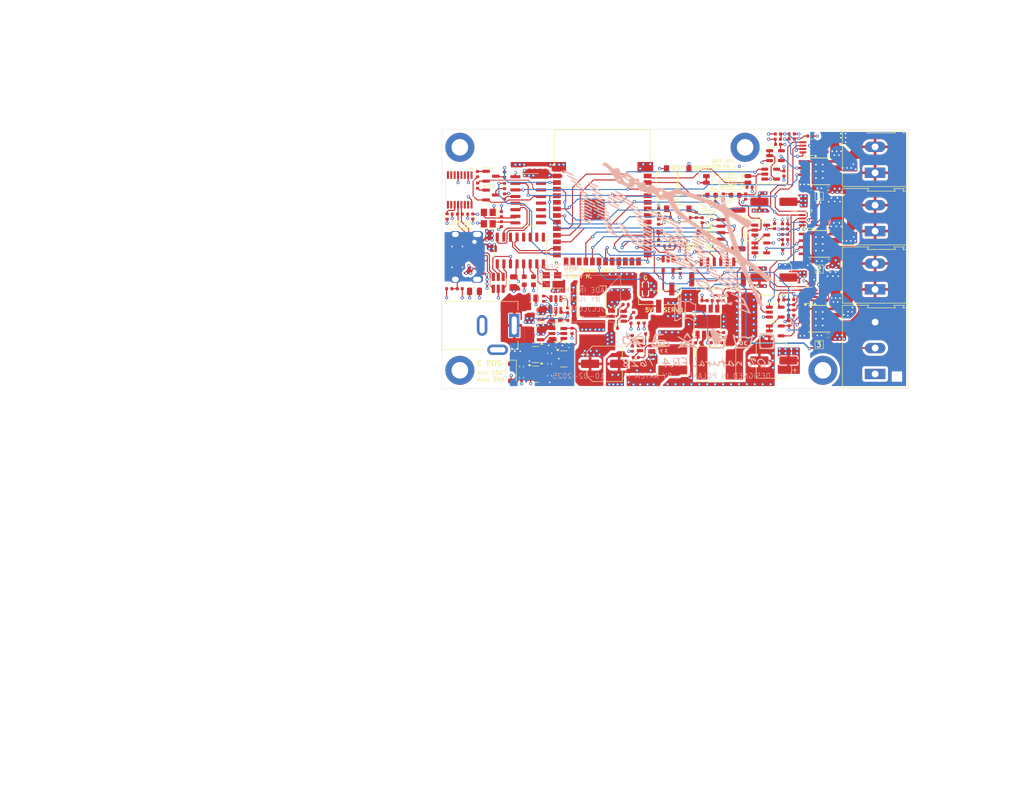
<source format=kicad_pcb>
(kicad_pcb (version 20240108) (generator "pcbnew") (generator_version "8.0")
  (title_block (title "ESP Power Deck") (date "2025-02-07") (rev "A") (company "Artem Horiunov") (comment 1 "DESIGNED IN POLAND"))
  (layers (0 "F.Cu" signal) (1 "In1.Cu" signal) (2 "In2.Cu" signal) (31 "B.Cu" signal) (34 "B.Paste" user) (35 "F.Paste" user) (36 "B.SilkS" user "B.Silkscreen") (37 "F.SilkS" user "F.Silkscreen") (38 "B.Mask" user) (39 "F.Mask" user) (44 "Edge.Cuts" user))
  (net 0 "")
  (net 1 "GND")
  (net 2 "Net-(J3-SHIELD)")
  (net 3 "Net-(U6-VBST)")
  (net 4 "Net-(U6-SW)")
  (net 5 "+5V")
  (net 6 "+3V3")
  (net 7 "Net-(U18-XI)")
  (net 8 "Net-(U18-XO)")
  (net 9 "/MCU/Buttons/Buttons.BTN1")
  (net 10 "/USB_PD/UVP-OVP/Vin")
  (net 11 "Net-(D4-K)")
  (net 12 "Net-(Q3-G)")
  (net 13 "Net-(Q3-S)")
  (net 14 "Net-(U19-VDD18)")
  (net 15 "Net-(Q6-B)")
  (net 16 "/MCU/Buttons/Buttons.BTN2")
  (net 17 "/MCU/CH340 prog/~{RTS}")
  (net 18 "/MCU/CH340 prog/~{DTR}")
  (net 19 "/MCU/Buttons/Buttons.BOOT")
  (net 20 "Net-(Q7-B)")
  (net 21 "Net-(U3-SEL)")
  (net 23 "Net-(J3-CC1)")
  (net 24 "Net-(D2-K)")
  (net 25 "Net-(U6-EN)")
  (net 26 "Net-(U6-VFB)")
  (net 27 "/MCU/Buttons/Buttons.RST")
  (net 28 "Net-(R17-Pad2)")
  (net 29 "/MCU/POWER SECTION/DRV1/~{SAFE OPERATION}")
  (net 30 "Net-(U1-VCAP)")
  (net 31 "Net-(U2-EN)")
  (net 32 "Net-(U2-VCAP)")
  (net 43 "/USB_PD/USB_IN.-")
  (net 44 "/USB_PD/USB_IN.+")
  (net 45 "/MCU/USB.+")
  (net 46 "/MCU/USB.-")
  (net 47 "Net-(D1-K)")
  (net 48 "/MCU/ESP32S3/I2C1.SDA")
  (net 49 "+12V")
  (net 50 "/MCU/ESP32S3/I2C1.SCL")
  (net 51 "/MCU/5V WS2812 and Servo/Other.5VPWM")
  (net 52 "Net-(J12-Pin_2)")
  (net 53 "Net-(J12-Pin_1)")
  (net 54 "Net-(J13-Pin_1)")
  (net 55 "Net-(J13-Pin_2)")
  (net 56 "Net-(J14-Pin_2)")
  (net 57 "Net-(J14-Pin_1)")
  (net 58 "Net-(R13-Pad2)")
  (net 59 "/MCU/5V WS2812 and Servo/5V Data{slash}PWM")
  (net 60 "Net-(R18-Pad2)")
  (net 61 "/MCU/CH340 prog/UART_PROG.RST")
  (net 62 "/MCU/CH340 prog/UART_PROG.BOOT")
  (net 64 "/MCU/CH340 prog/USB_CH.-")
  (net 67 "/MCU/ESP32S3/USB.-")
  (net 70 "/MCU/ESP32S3/USB.+")
  (net 71 "/MCU/CH340 prog/USB_CH.+")
  (net 72 "Net-(U19-VDD33)")
  (net 73 "/MCU/5V WS2812 and Servo/Other.LED")
  (net 74 "/MCU/ESP32S3/IO42")
  (net 78 "Net-(U19-XOUT)")
  (net 79 "Net-(U19-XIN)")
  (net 81 "Net-(Q4-E)")
  (net 82 "/USB_PD/UVP-OVP/EN_OUT")
  (net 83 "Net-(Q4-B)")
  (net 84 "Net-(Q5-C)")
  (net 85 "Net-(Q5-B)")
  (net 86 "Net-(Q9-B)")
  (net 87 "Net-(Q10-G)")
  (net 88 "Net-(U5-VBST)")
  (net 89 "/USB_PD/VBUS")
  (net 90 "Net-(U20-SS)")
  (net 91 "Net-(U20-BST)")
  (net 92 "Net-(U20-Lx)")
  (net 93 "Net-(U20-VCC)")
  (net 94 "Net-(U20-EN)")
  (net 95 "Net-(U20-FB)")
  (net 96 "Net-(Q6-C)")
  (net 97 "Net-(Q7-C)")
  (net 98 "/MCU/ESP32S3/I2C2.SDA")
  (net 99 "/MCU/ESP32S3/IO39")
  (net 100 "/MCU/ESP32S3/VSPI.CS")
  (net 101 "/MCU/ESP32S3/Hbridge2.IN1")
  (net 102 "/MCU/ESP32S3/IO47")
  (net 103 "/MCU/ESP32S3/IO41")
  (net 104 "/MCU/ESP32S3/VSPI.MISO")
  (net 105 "/MCU/ESP32S3/I2C2.SCL")
  (net 106 "/MCU/CH340 prog/UART_PROG.TX")
  (net 107 "/MCU/ESP32S3/IO45")
  (net 108 "/MCU/ESP32S3/Hbridge1.IN1")
  (net 109 "/MCU/ESP32S3/Hbridge3.IN2")
  (net 110 "/MCU/ESP32S3/IO48")
  (net 111 "/MCU/ESP32S3/IO46")
  (net 115 "/MCU/ESP32S3/Hbridge2.IN2")
  (net 116 "/MCU/ESP32S3/VSPI.MOSI")
  (net 118 "/MCU/ESP32S3/Hbridge3.IN1")
  (net 119 "/MCU/CH340 prog/UART_PROG.RX")
  (net 120 "/MCU/ESP32S3/VSPI.SCK")
  (net 121 "/MCU/ESP32S3/Hbridge1.IN2")
  (net 122 "/MCU/ESP32S3/IO40")
  (net 123 "/MCU/POWER SECTION/DRV3/IN22")
  (net 124 "Net-(U5-SW)")
  (net 125 "Net-(U5-VFB)")
  (net 126 "Net-(U5-EN)")
  (net 127 "Net-(U25-Pad4)")
  (net 128 "/MCU/POWER SECTION/DRV1/IN22")
  (net 129 "Net-(U28-Pad4)")
  (net 130 "/MCU/POWER SECTION/DRV2/IN22")
  (net 131 "Net-(U31-Pad4)")
  (net 132 "Net-(U18-V3)")
  (net 133 "Net-(U7-IN+)")
  (net 134 "Net-(U7-IN-)")
  (net 135 "Net-(U9-IN-)")
  (net 136 "Net-(U9-IN+)")
  (net 137 "Net-(U10-IN-)")
  (net 138 "Net-(U10-IN+)")
  (net 139 "Net-(U7-A0)")
  (net 140 "Net-(U9-A0)")
  (net 141 "Net-(U10-A0)")
  (net 142 "Net-(U7-A1)")
  (net 143 "Net-(U9-A1)")
  (net 144 "Net-(U10-A1)")
  (net 145 "Net-(U24-ISEN)")
  (net 146 "Net-(U27-ISEN)")
  (net 147 "Net-(U30-ISEN)")
  (net 148 "Net-(J3-CC2)")
  (net 150 "Net-(D3-Pad1)")
  (net 151 "/MCU/5V WS2812 and Servo/Other.USER_SW")
  (footprint "Resistor_SMD:R_0402_1005Metric" (layer "F.Cu") (at 132.8806 100.205)
    (property "Reference" "R20" (hide yes))
    (property "Value" "10k")
  )
  (footprint "Capacitor_SMD:C_0402_1005Metric" (layer "F.Cu") (at 165.484 70.3626 90)
    (property "Reference" "C87" (hide yes))
    (property "Value" "100n 16V")
  )
  (footprint "Button_Switch_SMD:SW_Tactile_SPST_NO_Straight_CK_PTS636Sx25SMTRLFS" (layer "F.Cu") (at 142.8526 73.281 90)
    (property "Reference" "SW4" (hide yes))
    (property "Value" "RESET")
  )
  (footprint "Capacitor_SMD:C_0402_1005Metric" (layer "F.Cu") (at 111.008133 80.139 -90)
    (property "Reference" "C31" (hide yes))
    (property "Value" "20pF")
  )
  (footprint "Inductor_SMD:L_AVX_LMLP07A7" (layer "F.Cu") (at 152.4284 107.0884)
    (property "Reference" "L3" (hide yes))
    (property "Value" "6.8uH 12.5x12.5mm")
  )
  (footprint "Capacitor_SMD:C_0402_1005Metric" (layer "F.Cu") (at 170.6656 73.222202 180)
    (property "Reference" "C86" (hide yes))
    (property "Value" "100n 16V")
  )
  (footprint "PCM_JLCPCB:R_0402" (layer "F.Cu") (at 173.334117 94.812)
    (property "Reference" "R34" (hide yes))
    (property "Value" "10Ω" (hide yes))
  )
  (footprint "Resistor_SMD:R_0402_1005Metric" (layer "F.Cu") (at 153.7866 74.805 -90)
    (property "Reference" "R48" (hide yes))
    (property "Value" "680R")
  )
  (footprint "Package_TO_SOT_SMD:SOT-23-5" (layer "F.Cu") (at 161.0191 84.711)
    (property "Reference" "U32" (hide yes))
    (property "Value" "SN74LVC1G00DBV")
  )
  (footprint "PCM_JLCPCB:SW-SMD_218-2LPSTRF" (layer "F.Cu") (at 154.5366 71.503 90)
    (property "Reference" "S1" (hide yes))
    (property "Value" "DIP Switch x 2")
  )
  (footprint "Resistor_SMD:R_0402_1005Metric" (layer "F.Cu") (at 148.588907 78.361 90)
    (property "Reference" "R13" (hide yes))
    (property "Value" "100R")
  )
  (footprint "Capacitor_SMD:C_0805_2012Metric" (layer "F.Cu") (at 116.7056 94.418)
    (property "Reference" "C4" (hide yes))
    (property "Value" "10uF 50v")
  )
  (footprint "MountingHole:MountingHole_3.2mm_M3_DIN965_Pad" (layer "F.Cu") (at 103 108.3178)
    (property "Reference" "H1" (hide yes))
    (property "Value" "M3 mount")
  )
  (footprint "Package_TO_SOT_SMD:SOT-23" (layer "F.Cu") (at 117.5825 109.069203)
    (property "Reference" "Q9" (hide yes))
    (property "Value" "MMBT3904")
  )
  (footprint "Package_TO_SOT_SMD:SOT-23-5" (layer "F.Cu") (at 163.8131 97.096)
    (property "Reference" "U25" (hide yes))
    (property "Value" "SN74LVC1G00DBV")
  )
  (footprint "Resistor_SMD:R_0402_1005Metric" (layer "F.Cu") (at 119.141153 94.505864 -90)
    (property "Reference" "R3" (hide yes))
    (property "Value" "1k")
  )
  (footprint "Capacitor_SMD:C_0402_1005Metric" (layer "F.Cu") (at 163.6861 80.52 -90)
    (property "Reference" "C92" (hide yes))
    (property "Value" "100n 16V")
  )
  (footprint "PCM_JLCPCB:R_0402" (layer "F.Cu") (at 173.4596 91.569)
    (property "Reference" "R45" (hide yes))
    (property "Value" "10Ω" (hide yes))
  )
  (footprint "Package_SO:Texas_HTSOP-8-1EP_3.9x4.9mm_P1.27mm_EP2.95x4.9mm_Mask2.4x3.1mm_ThermalVias" (layer "F.Cu") (at 172.304251 98.369612)
    (property "Reference" "U24" (hide yes))
    (property "Value" "DRV8870DDA")
  )
  (footprint "PCM_JLCPCB:R_0402" (layer "F.Cu") (at 164.3156 63.756 180)
    (property "Reference" "R27" (hide yes))
    (property "Value" "0Ω" (hide yes))
  )
  (footprint "Resistor_SMD:R_0402_1005Metric" (layer "F.Cu") (at 139.331888 101.2898 180)
    (property "Reference" "R19" (hide yes))
    (property "Value" "10k")
  )
  (footprint "Resistor_SMD:R_0402_1005Metric" (layer "F.Cu") (at 146.9166 78.869)
    (property "Reference" "R9" (hide yes))
    (property "Value" "10k")
  )
  (footprint "PCM_JLCPCB:C_1206" (layer "F.Cu") (at 139.7618 108.6558 90)
    (property "Reference" "C57" (hide yes))
    (property "Value" "47uF")
  )
  (footprint "Resistor_SMD:R_0402_1005Metric" (layer "F.Cu") (at 136.257088 104.1426 90)
    (property "Reference" "R1" (hide yes))
    (property "Value" "33k2")
  )
  (footprint "Capacitor_SMD:C_0402_1005Metric" (layer "F.Cu") (at 105.5056 78.643 90)
    (property "Reference" "C1" (hide yes))
    (property "Value" "100nF 50V Y5V")
  )
  (footprint "Capacitor_SMD:C_0805_2012Metric" (layer "F.Cu") (at 147.0944 97.118 -90)
    (property "Reference" "C54" (hide yes))
    (property "Value" "10uF 50v")
  )
  (footprint "PCM_JLCPCB:C_1206" (layer "F.Cu") (at 144.513888 100.7408 -90)
    (property "Reference" "C7" (hide yes))
    (property "Value" "10uF")
  )
  (footprint "PCM_JLCPCB:C_1206" (layer "F.Cu") (at 156.7556 96.568 180)
    (property "Reference" "C59" (hide yes))
    (property "Value" "10uF")
  )
  (footprint "Package_TO_SOT_SMD:SOT-23" (layer "F.Cu") (at 123.0406 106.113)
    (property "Reference" "Q4" (hide yes))
    (property "Value" "MMBT3906")
  )
  (footprint "Resistor_SMD:R_0402_1005Metric" (layer "F.Cu") (at 152.7306 94.393 90)
    (property "Reference" "R25" (hide yes))
    (property "Value" "10k")
  )
  (footprint "PCM_JLCPCB:R_0402" (layer "F.Cu") (at 167.389 95.1838 -90)
    (property "Reference" "R54" (hide yes))
    (property "Value" "0Ω" (hide yes))
  )
  (footprint "PCM_JLCPCB:C_0402" (layer "F.Cu") (at 173.069083 64.568798 90)
    (property "Reference" "C27" (hide yes))
    (property "Value" "100nF")
  )
  (footprint "Package_TO_SOT_SMD:SOT-23-6" (layer "F.Cu") (at 121.5166 95.633 -90)
    (property "Reference" "U2" (hide yes))
    (property "Value" "LM74700")
  )
  (footprint "Package_SO:SOIC-16_3.9x9.9mm_P1.27mm" (layer "F.Cu") (at 116.1826 75.44)
    (property "Reference" "U18" (hide yes))
    (property "Value" "CH340G")
  )
  (footprint "PCM_JLCPCB:C_1206" (layer "F.Cu") (at 132.517555 92.519663 -90)
    (property "Reference" "C39" (hide yes))
    (property "Value" "47uF")
  )
  (footprint "Capacitor_SMD:C_0402_1005Metric" (layer "F.Cu") (at 149.1746 94.871)
    (property "Reference" "C55" (hide yes))
    (property "Value" "100nF 50V Y5V")
  )
  (footprint "Resistor_SMD:R_0402_1005Metric" (layer "F.Cu") (at 151.9906 102.993)
    (property "Reference" "R21" (hide yes))
    (property "Value" "11k")
  )
  (footprint "Resistor_SMD:R_0402_1005Metric" (layer "F.Cu") (at 141.3286 83.695 90)
    (property "Reference" "R17" (hide yes))
    (property "Value" "100R")
  )
  (footprint "Inductor_SMD:L_Sunlord_MWSA0518S" (layer "F.Cu") (at 128.3746 94.998 90)
    (property "Reference" "L1" (hide yes))
    (property "Value" "5.6uH")
  )
  (footprint "PCM_JLCPCB:C_1206" (layer "F.Cu") (at 127.419555 100.871221 90)
    (property "Reference" "C51" (hide yes))
    (property "Value" "10uF")
  )
  (footprint "Resistor_SMD:R_0402_1005Metric" (layer "F.Cu") (at 124.6291 100.713 -90)
    (property "Reference" "R43" (hide yes))
    (property "Value" "10k")
  )
  (footprint "Connector_BarrelJack:BarrelJack_Kycon_KLDX-0202-xC_Horizontal" (layer "F.Cu") (at 113.4886 99.662)
    (property "Reference" "J1" (hide yes))
    (property "Value" "Jack-DC")
  )
  (footprint "Capacitor_SMD:C_0402_1005Metric" (layer "F.Cu") (at 151.1606 94.868)
    (property "Reference" "C53" (hide yes))
    (property "Value" "1uF 25V")
  )
  (footprint "PCM_JLCPCB:R_0402" (layer "F.Cu") (at 166.9826 62.74 180)
    (property "Reference" "R55" (hide yes))
    (property "Value" "0Ω" (hide yes))
  )
  (footprint "TerminalBlock:TerminalBlock_Altech_AK300-3_P5.00mm" (layer "F.Cu") (at 183.071941 109.024714 90)
    (property "Reference" "J5" (hide yes))
    (property "Value" "Screw_Terminal_01x03")
  )
  (footprint "Resistor_SMD:R_0402_1005Metric" (layer "F.Cu") (at 137.4424 98.681 -90)
    (property "Reference" "C12" (hide yes))
    (property "Value" "10uF 25V")
  )
  (footprint "Capacitor_SMD:C_0402_1005Metric" (layer "F.Cu") (at 149.7106 79.377 90)
    (property "Reference" "C13" (hide yes))
    (property "Value" "100n 16V")
  )
  (footprint "PCM_JLCPCB:R_0402" (layer "F.Cu") (at 166.9826 63.7052)
    (property "Reference" "R32" (hide yes))
    (property "Value" "0Ω" (hide yes))
  )
  (footprint "Package_TO_SOT_SMD:SOT-23-8" (layer "F.Cu") (at 170.183 93.855 180)
    (property "Reference" "U7" (hide yes))
    (property "Value" "INA219AxDCN")
  )
  (footprint "PCM_JLCPCB:R_0402" (layer "F.Cu") (at 173.4676 62.994)
    (property "Reference" "R46" (hide yes))
    (property "Value" "10Ω" (hide yes))
  )
  (footprint "Package_TO_SOT_SMD:SOT-23-6" (layer "F.Cu") (at 138.8703 103.5758 180)
    (property "Reference" "U5" (hide yes))
    (property "Value" "TPS56339")
  )
  (footprint "Resistor_SMD:R_0402_1005Metric" (layer "F.Cu") (at 142.972478 84.366511 180)
    (property "Reference" "R15" (hide yes))
    (property "Value" "10k")
  )
  (footprint "PCM_JLCPCB:C_0402" (layer "F.Cu") (at 173.2818 78.615 90)
    (property "Reference" "C28" (hide yes))
    (property "Value" "100nF")
  )
  (footprint "Package_TO_SOT_SMD:SOT-23-8" (layer "F.Cu") (at 170.2846 65.321202 180)
    (property "Reference" "U9" (hide yes))
    (property "Value" "INA219AxDCN")
  )
  (footprint "Diode_SMD:D_SOD-123" (layer "F.Cu") (at 112.8806 108.715 -90)
    (property "Reference" "D4" (hide yes))
    (property "Value" "14v")
  )
  (footprint "Capacitor_SMD:C_0402_1005Metric" (layer "F.Cu") (at 165.2554 84.5586 -90)
    (property "Reference" "C93" (hide yes))
    (property "Value" "100n 16V")
  )
  (footprint "Capacitor_SMD:C_0402_1005Metric" (layer "F.Cu") (at 174.1226 87.251)
    (property "Reference" "C90" (hide yes))
    (property "Value" "100nF")
  )
  (footprint "PCM_JLCPCB:R_0805" (layer "F.Cu") (at 175.3646 63.883 90)
    (property "Reference" "R51" (hide yes))
    (property "Value" "R010")
  )
  (footprint "Package_TO_SOT_SMD:SOT-23-5" (layer "F.Cu") (at 143.1472 87.9931 -90)
    (property "Reference" "U8" (hide yes))
    (property "Value" "SN74LVC1G00DBV")
  )
  (footprint "Package_TO_SOT_SMD:SOT-23-5" (layer "F.Cu") (at 163.8625 66.931)
    (property "Reference" "U29" (hide yes))
    (property "Value" "SN74LVC1G00DBV")
  )
  (footprint "Button_Switch_SMD:SW_Tactile_SPST_NO_Straight_CK_PTS636Sx25SMTRLFS" (layer "F.Cu") (at 147.1706 73.281 90)
    (property "Reference" "SW1" (hide yes))
    (property "Value" "RESET")
  )
  (footprint "Capacitor_SMD:C_0402_1005Metric" (layer "F.Cu") (at 121.5166 103.507)
    (property "Reference" "C44" (hide yes))
    (property "Value" "100nF 50V Y5V")
  )
  (footprint "Capacitor_SMD:C_0603_1608Metric" (layer "F.Cu") (at 115.4206 91.041 90)
    (property "Reference" "C33" (hide yes))
    (property "Value" "10uF 6.3V")
  )
  (footprint "PCM_JLCPCB:R_0402" (layer "F.Cu") (at 136.257088 102.1106 90)
    (property "Reference" "R26" (hide yes))
    (property "Value" "10kΩ" (hide yes))
  )
  (footprint "Capacitor_SMD:C_0402_1005Metric" (layer "F.Cu") (at 173.9956 101.602)
    (property "Reference" "C80" (hide yes))
    (property "Value" "100nF")
  )
  (footprint "Resistor_SMD:R_0402_1005Metric" (layer "F.Cu") (at 143.1066 78.804)
    (property "Reference" "R18" (hide yes))
    (property "Value" "100R")
  )
  (footprint "Capacitor_SMD:C_0402_1005Metric" (layer "F.Cu") (at 170.5601 87.251 180)
    (property "Reference" "C91" (hide yes))
    (property "Value" "100n 16V")
  )
  (footprint "RF_Module:ESP32-S3-WROOM-1" (layer "F.Cu") (at 130.462808 74.83282)
    (property "Reference" "U22" (hide yes))
    (property "Value" "ESP32-S3-WROOM-1")
  )
  (footprint "PCM_JLCPCB:R_0805" (layer "F.Cu") (at 175.447057 92.077 90)
    (property "Reference" "R50" (hide yes))
    (property "Value" "R010")
  )
  (footprint "PCM_JLCPCB:R_0402" (layer "F.Cu") (at 166.2206 82.618 90)
    (property "Reference" "R57" (hide yes))
    (property "Value" "0Ω" (hide yes))
  )
  (footprint "Capacitor_SMD:CP_Elec_6.3x5.4" (layer "F.Cu") (at 163.5536 106.428 180)
    (property "Reference" "C79" (hide yes))
    (property "Value" "100uF")
  )
  (footprint "PCM_JLCPCB:C_1206" (layer "F.Cu") (at 129.8806 100.893 90)
    (property "Reference" "C8" (hide yes))
    (property "Value" "10uF")
  )
  (footprint "Resistor_SMD:R_0402_1005Metric" (layer "F.Cu") (at 106.407816 70.487 -90)
    (property "Reference" "R22" (hide yes))
    (property "Value" "10k")
  )
  (footprint "Capacitor_SMD:C_0402_1005Metric" (layer "F.Cu") (at 170.6656 101.641612 180)
    (property "Reference" "C81" (hide yes))
    (property "Value" "100n 16V")
  )
  (footprint "PCM_JLCPCB:R_0402" (layer "F.Cu") (at 173.4596 77.091)
    (property "Reference" "R49" (hide yes))
    (property "Value" "10Ω" (hide yes))
  )
  (footprint "Resistor_SMD:R_0402_1005Metric" (layer "F.Cu") (at 124.0566 103.507)
    (property "Reference" "R28" (hide yes))
    (property "Value" "10k")
  )
  (footprint "PCM_JLCPCB:C_1206" (layer "F.Cu") (at 156.7556 98.918 180)
    (property "Reference" "C49" (hide yes))
    (property "Value" "10uF")
  )
  (footprint "PCM_JLCPCB:C_0402" (layer "F.Cu") (at 170.8006 91.569 180)
    (property "Reference" "C23" (hide yes))
    (property "Value" "100nF")
  )
  (footprint "PCM_JLCPCB:C_0402" (layer "F.Cu") (at 134.9786 95.633 180)
    (property "Reference" "C40" (hide yes))
    (property "Value" "100nF")
  )
  (footprint "PCM_JLCPCB:C_1206" (layer "F.Cu") (at 142.131888 100.7408 -90)
    (property "Reference" "C9" (hide yes))
    (property "Value" "10uF")
  )
  (footprint "Capacitor_SMD:C_0402_1005Metric" (layer "F.Cu") (at 164.341 64.7466)
    (property "Reference" "C88" (hide yes))
    (property "Value" "100n 16V")
  )
  (footprint "PCM_JLCPCB:R_0402" (layer "F.Cu") (at 173.3246 66.169)
    (property "Reference" "R37" (hide yes))
    (property "Value" "10Ω" (hide yes))
  )
  (footprint "Capacitor_SMD:C_0402_1005Metric" (layer "F.Cu") (at 102.9906 92.585)
    (property "Reference" "C3" (hide yes))
    (property "Value" "100nF 50V Y5V")
  )
  (footprint "Resistor_SMD:R_0402_1005Metric" (layer "F.Cu") (at 154.0226 102.993)
    (property "Reference" "R31" (hide yes))
    (property "Value" "1k")
  )
  (footprint "Package_TO_SOT_SMD:SOT-23-8" (layer "F.Cu") (at 170.172283 79.364861 180)
    (property "Reference" "U10" (hide yes))
    (property "Value" "INA219AxDCN")
  )
  (footprint "PCM_JLCPCB:C_0402" (layer "F.Cu") (at 171.323 76.581)
    (property "Reference" "C25" (hide yes))
    (property "Value" "100nF")
  )
  (footprint "Capacitor_SMD:C_0402_1005Metric" (layer "F.Cu") (at 153.8556 101.518 90)
    (property "Reference" "C46" (hide yes))
    (property "Value" "1uF 25V")
  )
  (footprint "Capacitor_SMD:CP_Elec_6.3x5.4" (layer "F.Cu") (at 130.9146 107.063)
    (property "Reference" "C29" (hide yes))
    (property "Value" "100uF")
  )
  (footprint "Resistor_SMD:R_0402_1005Metric" (layer "F.Cu") (at 111.6106 72.775 -90)
    (property "Reference" "R36" (hide yes))
    (property "Value" "0R")
  )
  (footprint "PCM_JLCPCB:R_0805" (layer "F.Cu") (at 175.447057 77.726 90)
    (property "Reference" "R52" (hide yes))
    (property "Value" "R010")
  )
  (footprint "Capacitor_SMD:C_0805_2012Metric" (layer "F.Cu") (at 105.8194 93.093 180)
    (property "Reference" "C45" (hide yes))
    (property "Value" "10uF 50v")
  )
  (footprint "Resistor_SMD:R_0402_1005Metric" (layer "F.Cu") (at 120.3251 105.031 -90)
    (property "Reference" "R42" (hide yes))
    (property "Value" "10k")
  )
  (footprint "Resistor_SMD:R_0402_1005Metric" (layer "F.Cu") (at 120.3251 107.063 -90)
    (property "Reference" "R39" (hide yes))
    (property "Value" "1k5")
  )
  (footprint "PCM_JLCPCB:TYPE-C-SMD_HX-TYPE-C-16PIN" (layer "F.Cu") (at 104.505 86.4428 -90)
    (property "Reference" "J3" (hide yes))
    (property "Value" "Connector, USB-TYPE-C-16P")
  )
  (footprint "PCM_JLCPCB:R_0402" (layer "F.Cu") (at 166.2206 80.59445 -90)
    (property "Reference" "R58" (hide yes))
    (property "Value" "0Ω" (hide yes))
  )
  (footprint "PCM_JLCPCB:R_0402" (layer "F.Cu") (at 158.8546 73.027)
    (property "Reference" "R12" (hide yes))
    (property "Value" "10kΩ" (hide yes))
  )
  (footprint "Diode_SMD:D_0603_1608Metric" (layer "F.Cu") (at 121.559256 98.591914 180)
    (property "Reference" "D2" (hide yes))
    (property "Value" "LED")
  )
  (footprint "Package_SO:Diodes_SO-8EP" (layer "F.Cu") (at 150.7266 98.935 90)
    (property "Reference" "U20" (hide yes))
    (property "Value" "~")
  )
  (footprint "Package_TO_SOT_SMD:SOT-23" (layer "F.Cu") (at 117.6281 101.475 180)
    (property "Reference" "Q10" (hide yes))
    (property "Value" "AO3400")
  )
  (footprint "PCM_JLCPCB:R_0402" (layer "F.Cu") (at 167.389 97.2078 90)
    (property "Reference" "R53" (hide yes))
    (property "Value" "0Ω" (hide yes))
  )
  (footprint "MountingHole:MountingHole_3.2mm_M3_DIN965_Pad" (layer "F.Cu") (at 103 65.3178)
    (property "Reference" "H4" (hide yes))
    (property "Value" "M3 mount")
  )
  (footprint "Package_TO_SOT_SMD:SOT-23" (layer "F.Cu") (at 108.9921 74.516)
    (property "Reference" "Q7" (hide yes))
    (property "Value" "MMBT3904")
  )
  (footprint "Package_TO_SOT_SMD:SOT-23-5" (layer "F.Cu") (at 162.9241 70.487)
    (property "Reference" "U28" (hide yes))
    (property "Value" "SN74LVC1G00DBV")
  )
  (footprint "Resistor_SMD:R_0402_1005Metric" (layer "F.Cu") (at 111.6106 70.5886 -90)
    (property "Reference" "R35" (hide yes))
    (property "Value" "0R")
  )
  (footprint "Package_TO_SOT_SMD:SC-74-6_1.55x2.9mm_P0.95mm" (layer "F.Cu") (at 110.4066 91.449 90)
    (property "Reference" "U4" (hide yes))
    (property "Value" "IP4234CZ6")
  )
  (footprint "PCM_JLCPCB:C_0402" (layer "F.Cu") (at 125.9108 91.2642)
    (property "Reference" "C5" (hide yes))
    (property "Value" "100nF")
  )
  (footprint "Package_TO_SOT_SMD:SOT-23" (layer "F.Cu") (at 108.9921 70.894)
    (property "Reference" "Q6" (hide yes))
    (property "Value" "MMBT3904")
  )
  (footprint "Resistor_SMD:R_0402_1005Metric" (layer "F.Cu") (at 141.3286 79.661 90)
    (property "Reference" "R16" (hide yes))
    (property "Value" "10k")
  )
  (footprint "PCM_JLCPCB:C_0402" (layer "F.Cu") (at 170.5894 63.1464 180)
    (property "Reference" "C24" (hide yes))
    (property "Value" "100nF")
  )
  (footprint "PCM_JLCPCB:C_0402" (layer "F.Cu") (at 116.4366 69.217 90)
    (property "Reference" "C22" (hide yes))
    (property "Value" "100nF")
  )
  (footprint "PCM_JLCPCB:R_0402" (layer "F.Cu") (at 135.9946 98.725663 -90)
    (property "Reference" "R11" (hide yes))
    (property "Value" "10kΩ" (hide yes))
  )
  (footprint "Capacitor_SMD:C_0402_1005Metric" (layer "F.Cu") (at 144.9862 84.3554 180)
    (property "Reference" "C16" (hide yes))
    (property "Value" "100n 16V")
  )
  (footprint "Capacitor_SMD:C_0402_1005Metric" (layer "F.Cu") (at 123.7772 96.743105 -90)
    (property "Reference" "C2" (hide yes))
    (property "Value" "100nF 50V Y5V")
  )
  (footprint "PCM_JLCPCB:C_0402" (layer "F.Cu") (at 117.4526 69.225 90)
    (property "Reference" "C18" (hide yes))
    (property "Value" "100nF")
  )
  (footprint "PCM_JLCPCB:C_1206" (layer "F.Cu") (at 156.7556 94.218 180)
    (property "Reference" "C60" (hide yes))
    (property "Value" "10uF")
  )
  (footprint "PCM_JLCPCB:R_0402" (layer "F.Cu") (at 165.2046 82.618 -90)
    (property "Reference" "R33" (hide yes))
    (property "Value" "0Ω" (hide yes))
  )
  (footprint "Resistor_SMD:R_0402_1005Metric" (layer "F.Cu") (at 153.7466 94.393 -90)
    (property "Reference" "R24" (hide yes))
    (property "Value" "97k6")
  )
  (footprint "Capacitor_SMD:C_0402_1005Metric" (layer "F.Cu") (at 148.9206 102.999)
    (property "Reference" "C50" (hide yes))
    (property "Value" "100nF 50V Y5V")
  )
  (footprint "Inductor_SMD:L_Sunlord_MWSA0518S" (layer "F.Cu") (at 144.021 106.3518 -90)
    (property "Reference" "L2" (hide yes))
    (property "Value" "5.6uH")
  )
  (footprint "Resistor_SMD:R_0402_1005Metric" (layer "F.Cu") (at 102.0306 78.193 180)
    (property "Reference" "R6" (hide yes))
    (property "Value" "5K1")
  )
  (footprint "Crystal:Crystal_SMD_3225-4Pin_3.2x2.5mm" (layer "F.Cu") (at 120.7546 90.8324)
    (property "Reference" "Y2" (hide yes))
    (property "Value" "12MHz C7424717")
  )
  (footprint "Resistor_SMD:R_0402_1005Metric" (layer "F.Cu") (at 106.418447 72.721259 90)
    (property "Reference" "R23" (hide yes))
    (property "Value" "10k")
  )
  (footprint "Resistor_SMD:R_0402_1005Metric" (layer "F.Cu") (at 100.5306 78.643 -90)
    (property "Reference" "R4" (hide yes))
    (property "Value" "5K1")
  )
  (footprint "Capacitor_SMD:C_0402_1005Metric" (layer "F.Cu") (at 166.4746 99.2398 -90)
    (property "Reference" "C83" (hide yes))
    (property "Value" "100n 16V")
  )
  (footprint "PCM_JLCPCB:D_0603" (layer "F.Cu") (at 151.5166 74.551 180)
    (property "Reference" "D3" (hide yes))
    (property "Value" "Red")
  )
  (footprint "PCM_JLCPCB:C_1206" (layer "F.Cu") (at 156.7556 101.268 180)
    (property "Reference" "C48" (hide yes))
    (property "Value" "10uF")
  )
  (footprint "PCM_JLCPCB:C_0402" (layer "F.Cu") (at 136.909 105.8438)
    (property "Reference" "C6" (hide yes))
    (property "Value" "100nF")
  )
  (footprint "Capacitor_SMD:C_0402_1005Metric" (layer "F.Cu") (at 173.9676 73.222202)
    (property "Reference" "C85" (hide yes))
    (property "Value" "100nF")
  )
  (footprint "Capacitor_SMD:CP_Elec_6.3x5.4" (layer "F.Cu") (at 163.5536 75.821 180)
    (property "Reference" "C84" (hide yes))
    (property "Value" "100uF")
  )
  (footprint "Package_TO_SOT_SMD:SOT-23" (layer "F.Cu") (at 117.6558 97.5267 180)
    (property "Reference" "Q3" (hide yes))
    (property "Value" "AO3400")
  )
  (footprint "PCM_JLCPCB:C_1206" (layer "F.Cu") (at 135.0548 92.519663 -90)
    (property "Reference" "C10" (hide yes))
    (property "Value" "47uF")
  )
  (footprint "Capacitor_SMD:C_0402_1005Metric" (layer "F.Cu") (at 111.008133 78.2066 90)
    (property "Reference" "C30" (hide yes))
    (property "Value" "20pF")
  )
  (footprint "PCM_JLCPCB:R_0402" (layer "F.Cu") (at 173.334117 80.093)
    (property "Reference" "R38" (hide yes))
    (property "Value" "10Ω" (hide yes))
  )
  (footprint "PCM_JLCPCB:C_0402" (layer "F.Cu") (at 111.6106 74.797 90)
    (property "Reference" "C21" (hide yes))
    (property "Value" "100nF")
  )
  (footprint "PCM_JLCPCB:C_0402" (layer "F.Cu") (at 135.5374 109.095 -90)
    (property "Reference" "C58" (hide yes))
    (property "Value" "100nF")
  )
  (footprint "PCM_JLCPCB:R_0402" (layer "F.Cu") (at 166.373 95.1838 90)
    (property "Reference" "R2" (hide yes))
    (property "Value" "0Ω" (hide yes))
  )
  (footprint "Connector_JST:JST_GH_BM06B-GHS-TBT_1x06-1MP_P1.25mm_Vertical" (layer "F.Cu") (at 152.6824 89.3592 180)
    (property "Reference" "J6" (hide yes))
    (property "Value" "Conn_01x06")
  )
  (footprint "LED_SMD:LED_0603_1608Metric" (layer "F.Cu") (at 156.0726 74.551)
    (property "Reference" "D1" (hide yes))
    (property "Value" "LED")
  )
  (footprint "PCM_JLCPCB:R_0402" (layer "F.Cu") (at 165.2046 80.58645 90)
    (property "Reference" "R29" (hide yes))
    (property "Value" "0Ω" (hide yes))
  )
  (footprint "Button_Switch_SMD:SW_Tactile_SPST_NO_Straight_CK_PTS636Sx25SMTRLFS" (layer "F.Cu") (at 145.3926 81.663)
    (property "Reference" "SW3" (hide yes))
    (property "Value" "RESET")
  )
  (footprint "TerminalBlock:TerminalBlock_Altech_AK300-2_P5.00mm" (layer "F.Cu") (at 183.061941 81.474898 90)
    (property "Reference" "J14" (hide yes))
    (property "Value" "Screw_Terminal_01x02")
  )
  (footprint "MountingHole:MountingHole_3.2mm_M3_DIN965_Pad" (layer "F.Cu") (at 158 65.3178)
    (property "Reference" "H2" (hide yes))
    (property "Value" "M3 mount")
  )
  (footprint "Resistor_SMD:R_0402_1005Metric" (layer "F.Cu") (at 103.9986 78.193)
    (property "Reference" "R5" (hide yes))
    (property "Value" "5K1")
  )
  (footprint "Capacitor_SMD:C_0805_2012Metric" (layer "F.Cu") (at 113.3886 91.249 90)
    (property "Reference" "C43" (hide yes))
    (property "Value" "10uF 50v")
  )
  (footprint "Package_TO_SOT_SMD:SOT-23-6" (layer "F.Cu") (at 133.401055 97.897663)
    (property "Reference" "U6" (hide yes))
    (property "Value" "TPS56339")
  )
  (footprint "Connector_PinHeader_2.54mm:PinHeader_1x03_P2.54mm_Vertical_SMD_Pin1Left" (layer "F.Cu") (at 141.3286 94.293 -90)
    (property "Reference" "J4" (hide yes))
    (property "Value" "Servo1")
  )
  (footprint "PCM_JLCPCB:R_0402" (layer "F.Cu") (at 100.9506 92.585 180)
    (property "Reference" "R59" (hide yes))
    (property "Value" "1kΩ" (hide yes))
  )
  (footprint "TerminalBlock:TerminalBlock_Altech_AK300-2_P5.00mm" (layer "F.Cu") (at 183.061941 70.22999 90)
    (property "Reference" "J13" (hide yes))
    (property "Value" "Screw_Terminal_01x02")
  )
  (footprint "Package_TO_SOT_SMD:SOT-23-6" (layer "F.Cu") (at 121.9031 101.221 180)
    (property "Reference" "U1" (hide yes))
    (property "Value" "LM74700")
  )
  (footprint "Resistor_SMD:R_0402_1005Metric" (layer "F.Cu") (at 120.3271 109.349 90)
    (property "Reference" "R41" (hide yes))
    (property "Value" "10k")
  )
  (footprint "Capacitor_SMD:C_0402_1005Metric" (layer "F.Cu") (at 141.3286 77.627 -90)
    (property "Reference" "C17" (hide yes))
    (property "Value" "100n 16V")
  )
  (footprint "TerminalBlock:TerminalBlock_Altech_AK300-2_P5.00mm" (layer "F.Cu") (at 183.061941 92.719806 90)
    (property "Reference" "J12" (hide yes))
    (property "Value" "Screw_Terminal_01x02")
  )
  (footprint "Resistor_SMD:R_0402_1005Metric" (layer "F.Cu") (at 114.9126 107.569 -90)
    (property "Reference" "R40" (hide yes))
    (property "Value" "39k")
  )
  (footprint "Capacitor_SMD:C_0402_1005Metric" (layer "F.Cu") (at 145.5028 89.1387 90)
    (property "Reference" "C15" (hide yes))
    (property "Value" "100n 16V")
  )
  (footprint "Package_SO:Texas_HTSOP-8-1EP_3.9x4.9mm_P1.27mm_EP2.95x4.9mm_Mask2.4x3.1mm_ThermalVias" (layer "F.Cu") (at 172.304251 69.949)
    (property "Reference" "U27" (hide yes))
    (property "Value" "DRV8870DDA")
  )
  (footprint "MountingHole:MountingHole_3.2mm_M3_DIN965_Pad" (layer "F.Cu") (at 173 108.3178)
    (property "Reference" "H3" (hide yes))
    (property "Value" "M3 mount")
  )
  (footprint "Crystal:Crystal_SMD_3225-4Pin_3.2x2.5mm" (layer "F.Cu") (at 108.4834 78.9686 90)
    (property "Reference" "Y1" (hide yes))
    (property "Value" "12MHz C7424717")
  )
  (footprint "PCM_JLCPCB:R_0402" (layer "F.Cu") (at 164.3236 62.74)
    (property "Reference" "R56" (hide yes))
    (property "Value" "0Ω" (hide yes))
  )
  (footprint "Package_TO_SOT_SMD:SOT-23-5" (layer "F.Cu") (at 163.8131 100.718)
    (property "Reference" "U26" (hide yes))
    (property "Value" "SN74LVC1G00DBV")
  )
  (footprint "Package_TO_SOT_SMD:SOT-23" (layer "F.Cu") (at 117.598448 105.273693 180)
    (property "Reference" "Q5" (hide yes))
    (property "Value" "MMBT3904")
  )
  (footprint "Package_SO:SO-16_3.9x9.9mm_P1.27mm" (layer "F.Cu") (at 114.6586 85.219 -90)
    (property "Reference" "U19" (hide yes))
    (property "Value" "SL2.1A")
  )
  (footprint "Resistor_SMD:R_0402_1005Metric" (layer "F.Cu") (at 124.3106 98.681)
    (property "Reference" "R7" (hide yes))
    (property "Value" "1k")
  )
  (footprint "Package_TO_SOT_SMD:SOT-23-5" (layer "F.Cu") (at 161.0191 81.282)
    (property "Reference" "U31" (hide yes))
    (property "Value" "SN74LVC1G00DBV")
  )
  (footprint "Resistor_SMD:R_0402_1005Metric" (layer "F.Cu") (at 158.1046 74.803 -90)
    (property "Reference" "R47" (hide yes))
    (property "Value" "10k")
  )
  (footprint "PCM_JLCPCB:R_0402" (layer "F.Cu") (at 166.373 97.2078 -90)
    (property "Reference" "R30" (hide yes))
    (property "Value" "0Ω" (hide yes))
  )
  (footprint "PCM_JLCPCB:C_1206" (layer "F.Cu") (at 137.13355 108.6558 90)
    (property "Reference" "C52" (hide yes))
    (property "Value" "47uF")
  )
  (footprint "PCM_JLCPCB:C_0402" (layer "F.Cu") (at 173.3326 93.22 90)
    (property "Reference" "C26" (hide yes))
    (property "Value" "100nF")
  )
  (footprint "Capacitor_SMD:C_0402_1005Metric" (layer "F.Cu") (at 164.9506 94.744 180)
    (property "Reference" "C82" (hide yes))
    (property "Value" "100n 16V")
  )
  (footprint "Package_SO:Texas_HTSOP-8-1EP_3.9x4.9mm_P1.27mm_EP2.95x4.9mm_Mask2.4x3.1mm_ThermalVias" (layer "F.Cu") (at 172.304251 83.94252)
    (property "Reference" "U30" (hide yes))
    (property "Value" "DRV8870DDA")
  )
  (footprint "Resistor_SMD:R_0402_1005Metric" (layer "F.Cu") (at 114.9126 109.729 -90)
    (property "Reference" "R44" (hide yes))
    (property "Value" "1k")
  )
  (footprint "PCM_JLCPCB:R_0402" (layer "F.Cu") (at 151.7546 75.821 180)
    (property "Reference" "R8" (hide yes))
    (property "Value" "1kΩ" (hide yes))
  )
  (footprint "Capacitor_SMD:CP_Elec_6.3x5.4" (layer "F.Cu") (at 163.5536 90.426 180)
    (property "Reference" "C89" (hide yes))
    (property "Value" "100uF")
  )
  (footprint "PCM_JLCPCB:C_0402" (layer "F.Cu") (at 118.4686 69.225 90)
    (property "Reference" "C19" (hide yes))
    (property "Value" "10uF")
  )
  (footprint "Resistor_SMD:R_0402_1005Metric" (layer "F.Cu") (at 136.5026 96.649 -90)
    (property "Reference" "R10" (hide yes))
    (property "Value" "54k9")
  )
  (footprint "Capacitor_SMD:C_0603_1608Metric" (layer "F.Cu") (at 117.1986 91.039 90)
    (property "Reference" "C32" (hide yes))
    (property "Value" "10uF 6.3V")
  )
  (footprint "Resistor_SMD:R_0402_1005Metric" (layer "F.Cu") (at 138.5346 98.681 -90)
    (property "Reference" "C11" (hide yes))
    (property "Value" "10uF 25V")
  )
  (footprint "PCM_JLCPCB:C_0402" (layer "F.Cu") (at 119.4846 69.233 90)
    (property "Reference" "C20" (hide yes))
    (property "Value" "10uF")
  )
  (footprint "Connector_JST:JST_GH_BM04B-GHS-TBT_1x04-1MP_P1.25mm_Vertical" (layer "F.Cu") (at 155.2986 81.155 -90)
    (property "Reference" "J2" (hide yes))
    (property "Value" "Molex KK2.54 4p male")
  )
  (footprint "Package_SO:TSSOP-16_4.4x5mm_P0.65mm" (layer "F.Cu") (at 102.9746 73.535 -90)
    (property "Reference" "U3" (hide yes))
    (property "Value" "IP2721")
  )
  (footprint "Logo:SilkLogo2" (layer "B.Cu") (at 149 104 180)
    (property "Reference" "G***" (hide yes))
    (property "Value" "LOGO" (hide yes))
  )
  (footprint "Logo:SilkLogo1" (layer "B.Cu") (at 143.026225 82.880378 180)
    (property "Reference" "G***" (hide yes))
    (property "Value" "LOGO" (hide yes))
  )
  (gr_arc (start 146.464443 98.362592) (mid 147.021035 98.22103) (end 147.56815 98.395672) (stroke (width 0.2)) (layer "B.SilkS"))
  (gr_line (start 118 90) (end 120 92) (stroke (width 0.1)) (layer "B.SilkS"))
  (gr_rect (start 118 90) (end 134 99) (stroke (width 0.1)) (fill none) (layer "B.SilkS"))
  (gr_line (start 146.464443 98.362592) (end 146.481333 95.174565) (stroke (width 0.2)) (layer "B.SilkS"))
  (gr_line (start 132 97) (end 134 99) (stroke (width 0.1)) (layer "B.SilkS"))
  (gr_arc (start 145.387446 98.39733) (mid 144.950968 98.673045) (end 144.440751 98.751846) (stroke (width 0.2)) (layer "B.SilkS"))
  (gr_arc (start 146.481333 95.174565) (mid 147.023243 95.035192) (end 147.55764 95.201058) (stroke (width 0.2)) (layer "B.SilkS"))
  (gr_line (start 132 92) (end 134 90) (stroke (width 0.1)) (layer "B.SilkS"))
  (gr_arc (start 148.445643 98.743591) (mid 147.969614 98.653362) (end 147.562956 98.389973) (stroke (width 0.2)) (layer "B.SilkS"))
  (gr_arc (start 145.356484 95.186623) (mid 144.940324 95.454409) (end 144.453303 95.542213) (stroke (width 0.2)) (layer "B.SilkS"))
  (gr_line (start 120 97) (end 118 99) (stroke (width 0.1)) (layer "B.SilkS"))
  (gr_arc (start 145.375885 98.396442) (mid 145.923 98.2218) (end 146.479592 98.363362) (stroke (width 0.2)) (layer "B.SilkS"))
  (gr_arc (start 148.456269 95.560128) (mid 147.971651 95.468946) (end 147.55764 95.201058) (stroke (width 0.2)) (layer "B.SilkS"))
  (gr_arc (start 145.345962 95.18681) (mid 145.893077 95.012168) (end 146.449669 95.15373) (stroke (width 0.2)) (layer "B.SilkS"))
  (gr_line (start 148.445643 98.743591) (end 148.456269 95.560128) (stroke (width 0.2)) (layer "B.SilkS"))
  (gr_line (start 144.440751 98.752439) (end 144.453303 95.542213) (stroke (width 0.2)) (layer "B.SilkS"))
  (gr_line (start 154.3812 76.4794) (end 154.2034 76.4794) (stroke (width 0.1)) (layer "F.SilkS"))
  (gr_rect (start 171.5008 73.9648) (end 173.0756 75.5396) (stroke (width 0.1)) (fill none) (layer "F.SilkS"))
  (gr_line (start 144.9832 91.8464) (end 144.9832 92.4814) (stroke (width 0.1)) (layer "F.SilkS"))
  (gr_line (start 149.5044 75.438) (end 149.5044 74.6506) (stroke (width 0.1)) (layer "F.SilkS"))
  (gr_line (start 155.2702 75.5904) (end 155.2702 76.1492) (stroke (width 0.1)) (layer "F.SilkS"))
  (gr_line (start 152.2603 76.4794) (end 154.2161 76.4794) (stroke (width 0.1)) (layer "F.SilkS"))
  (gr_line (start 152.2476 78.2574) (end 152.2476 76.4794) (stroke (width 0.1)) (layer "F.SilkS"))
  (gr_rect (start 171.5008 102.5652) (end 173.0756 104.14) (stroke (width 0.1)) (fill none) (layer "F.SilkS"))
  (gr_line (start 145.6182 92.4814) (end 144.9832 91.8464) (stroke (width 0.1)) (layer "F.SilkS"))
  (gr_line (start 149.8092 74.6506) (end 149.5298 74.3712) (stroke (width 0.1)) (layer "F.SilkS"))
  (gr_line (start 149.5044 74.6506) (end 149.8092 74.6506) (stroke (width 0.1)) (layer "F.SilkS"))
  (gr_line (start 103.3018 80.8482) (end 102.0064 80.8482) (stroke (width 0.1)) (layer "F.SilkS"))
  (gr_line (start 155.8925 68.0212) (end 155.8925 69.2531) (stroke (width 0.1)) (layer "F.SilkS"))
  (gr_line (start 103.3018 80.8482) (end 102.9208 81.1276) (stroke (width 0.1)) (layer "F.SilkS"))
  (gr_line (start 145.6182 95.758) (end 145.6182 92.4814) (stroke (width 0.1)) (layer "F.SilkS"))
  (gr_line (start 102.0064 80.8482) (end 102.4382 81.153) (stroke (width 0.1)) (layer "F.SilkS"))
  (gr_line (start 155.8925 69.2531) (end 156.1719 68.9737) (stroke (width 0.1)) (layer "F.SilkS"))
  (gr_line (start 103.3018 80.8482) (end 102.8954 80.6196) (stroke (width 0.1)) (layer "F.SilkS"))
  (gr_line (start 102.4382 81.153) (end 100.6094 81.153) (stroke (width 0.1)) (layer "F.SilkS"))
  (gr_line (start 155.2702 75.5904) (end 154.3812 76.4794) (stroke (width 0.1)) (layer "F.SilkS"))
  (gr_line (start 155.2702 75.5904) (end 154.6352 75.5904) (stroke (width 0.1)) (layer "F.SilkS"))
  (gr_rect (start 150.3934 76.6953) (end 151.9682 85.9663) (stroke (width 0.1)) (fill none) (layer "F.SilkS"))
  (gr_rect (start 171.5008 88.011) (end 173.0756 89.5858) (stroke (width 0.1)) (fill none) (layer "F.SilkS"))
  (gr_rect (start 99.5456 61.854) (end 189.5456 111.854) (stroke (width 0.05)) (fill none) (layer "Edge.Cuts"))
  (gr_text "DESIGNED IN POLAND" (at 163 110 0) (layer "B.SilkS") (effects (font (size 1 1) (thickness 0.1)) (justify left bottom mirror)))
  (gr_text "i" (at 146.072779 98.021338 0) (layer "B.SilkS") (effects (font (size 3 3) (thickness 0.4) (bold yes)) (justify left bottom mirror)))
  (gr_text "BRD REV:A" (at 126 89 0) (layer "B.SilkS") (effects (font (size 1 1) (thickness 0.1)) (justify left bottom mirror)))
  (gr_text "JLCJLCJLCJLC" (at 131 97.068669 0) (layer "B.SilkS") (effects (font (size 1 1) (thickness 0.1)) (justify left bottom mirror)))
  (gr_text "MADE IN CHINA \nBY JLCPCB" (at 126 95.05648 0) (layer "B.SilkS") (effects (font (size 1 1) (thickness 0.1)) (justify bottom mirror)))
  (gr_text "BY ARTEM H." (at 144 110 0) (layer "B.SilkS") (effects (font (size 1 1) (thickness 0.1)) (justify left bottom mirror)))
  (gr_text "10-02-2025" (at 131 110 0) (layer "B.SilkS") (effects (font (size 1 1) (thickness 0.1)) (justify left bottom mirror)))
  (gr_text "USR1" (at 146.0246 84.9884 0) (layer "F.SilkS") (effects (font (size 0.8 0.8) (thickness 0.2) (bold yes)) (justify left bottom)))
  (gr_text "3" (at 171.61201 103.9622 0) (layer "F.SilkS") (effects (font (size 1 1) (thickness 0.2) (bold yes)) (justify left bottom)))
  (gr_text "G CK MI MO CS 3v" (at 148.4122 92.964 0) (layer "F.SilkS") (effects (font (size 0.6 0.6) (thickness 0.1)) (justify left bottom)))
  (gr_text "U_LED" (at 150.1394 78.3844 90) (layer "F.SilkS") (effects (font (size 0.6 0.6) (thickness 0.1)) (justify left bottom)))
  (gr_text "USB PD" (at 100.6348 80.4418 0) (layer "F.SilkS") (effects (font (size 0.8 0.8) (thickness 0.16) (bold yes) (italic yes)) (justify left bottom)))
  (gr_text "SAFE MODE OFF" (at 151.794551 85.575763 90) (layer "F.SilkS") (effects (font (size 1 0.7) (thickness 0.175) (bold yes)) (justify left bottom)))
  (gr_text "Artem H." (at 123.1138 90.6526 0) (layer "F.SilkS") (effects (font (size 0.8 0.8) (thickness 0.16) (bold yes) (italic yes)) (justify left bottom)))
  (gr_text "60W" (at 103.3653 81.3054 0) (layer "F.SilkS") (effects (font (size 0.6 0.6) (thickness 0.125) (italic yes)) (justify left bottom)))
  (gr_text "ESP Power Deck" (at 123.063 89.4588 0) (layer "F.SilkS") (effects (font (size 0.8 0.8) (thickness 0.16) (bold yes) (italic yes)) (justify left bottom)))
  (gr_text "1" (at 171.7294 75.3618 0) (layer "F.SilkS") (effects (font (size 1 1) (thickness 0.2) (bold yes)) (justify left bottom)))
  (gr_text "SERVO" (at 142.1384 97.155 0) (layer "F.SilkS") (effects (font (size 0.8 0.8) (thickness 0.16) (bold yes)) (justify left bottom)))
  (gr_text "C POS" (at 106.172 107.5436 0) (layer "F.SilkS") (effects (font (size 1 1) (thickness 0.2) (bold yes)) (justify left bottom)))
  (gr_text "SAFE OFF\nUSR SW" (at 151.450393 69.324902 0) (layer "F.SilkS") (effects (font (size 0.6 0.6) (thickness 0.125)) (justify left bottom)))
  (gr_text "G DA CL 3V" (at 158.877 83.7946 90) (layer "F.SilkS") (effects (font (size 0.6 0.6) (thickness 0.1)) (justify left bottom)))
  (gr_text "min 15V\nmax 26V" (at 106.172 110.5408 0) (layer "F.SilkS") (effects (font (size 0.8 0.8) (thickness 0.16) (bold yes)) (justify left bottom)))
  (gr_text "2" (at 171.61201 89.408 0) (layer "F.SilkS") (effects (font (size 1 1) (thickness 0.2) (bold yes)) (justify left bottom)))
  (gr_text "G" (at 138.2776 90.9828 0) (layer "F.SilkS") (effects (font (size 0.8 0.8) (thickness 0.16) (bold yes)) (justify left bottom)))
  (gr_text "BOOT" (at 148.043601 69.792142 0) (layer "F.SilkS") (effects (font (size 0.8 0.8) (thickness 0.2) (bold yes)) (justify left bottom)))
  (gr_text "5V" (at 138.6078 97.155 0) (layer "F.SilkS") (effects (font (size 0.8 0.8) (thickness 0.16) (bold yes)) (justify left bottom)))
  (gr_text "RST" (at 143.764 69.7738 0) (layer "F.SilkS") (effects (font (size 0.8 0.8) (thickness 0.2) (bold yes)) (justify left bottom)))
  (segment (start 175.3052 77.5772) (end 175.447057 77.435343) (width 0.15) (layer "F.Cu") (net 1))
  (segment (start 113.6934 70.9808) (end 113.7076 70.995) (width 0.3) (layer "F.Cu") (net 1))
  (segment (start 153.7746 75.327) (end 153.7866 75.315) (width 0.2) (layer "F.Cu") (net 1))
  (segment (start 159.3546 73.817) (end 159.3546 73.027) (width 0.2) (layer "F.Cu") (net 1))
  (segment (start 145.4662 85.318) (end 145.4688 85.3206) (width 0.2) (layer "F.Cu") (net 1))
  (segment (start 175.447057 77.435343) (end 175.447057 76.816) (width 0.15) (layer "F.Cu") (net 1))
  (segment (start 165.4306 93.9708) (end 165.4306 94.744) (width 0.3) (layer "F.Cu") (net 1))
  (segment (start 109.5786 76.583) (end 109.5786 77.584019) (width 0.2) (layer "F.Cu") (net 1))
  (segment (start 109.5786 77.584019) (end 109.406133 77.756486) (width 0.2) (layer "F.Cu") (net 1))
  (segment (start 159.385 73.8474) (end 159.3546 73.817) (width 0.2) (layer "F.Cu") (net 1))
  (segment (start 145.4942 90.4514) (end 145.4942 89.7117) (width 0.2) (layer "F.Cu") (net 1))
  (segment (start 166.373 94.6838) (end 165.4908 94.6838) (width 0.3) (layer "F.Cu") (net 1))
  (segment (start 116.6652 110.039403) (end 116.645 110.019203) (width 0.2) (layer "F.Cu") (net 1))
  (segment (start 170.3354 91.5342) (end 170.3006 91.569) (width 0.2) (layer "F.Cu") (net 1))
  (segment (start 104.4986 78.203) (end 104.5086 78.193) (width 0.2) (layer "F.Cu") (net 1))
  (segment (start 173.9676 63.303999) (end 174.347001 63.6834) (width 0.15) (layer "F.Cu") (net 1))
  (segment (start 111.008133 76.626667) (end 111.0518 76.583) (width 0.2) (layer "F.Cu") (net 1))
  (segment (start 114.303 91.188) (end 114.303 91.061) (width 0.2) (layer "F.Cu") (net 1))
  (segment (start 124.6154 102.0846) (end 124.6154 101.2367) (width 0.2) (layer "F.Cu") (net 1))
  (segment (start 162.5376 63.756) (end 163.8156 63.756) (width 0.2) (layer "F.Cu") (net 1))
  (segment (start 117.6812 94.4436) (end 117.6556 94.418) (width 0.2) (layer "F.Cu") (net 1))
  (segment (start 175.3616 63.6834) (end 175.3646 63.6804) (width 0.15) (layer "F.Cu") (net 1))
  (segment (start 148.5734 87.4092) (end 148.5676 87.4034) (width 0.2) (layer "F.Cu") (net 1))
  (segment (start 118.6372 89.283) (end 118.9552 89.283) (width 0.2) (layer "F.Cu") (net 1))
  (segment (start 101.5268 78.1992) (end 101.5206 78.193) (width 0.2) (layer "F.Cu") (net 1))
  (segment (start 104.8694 93.093) (end 104.8694 94.3274) (width 0.2) (layer "F.Cu") (net 1))
  (segment (start 100.4346 94.3376) (end 100.4346 92.601) (width 0.2) (layer "F.Cu") (net 1))
  (segment (start 151.5648 76.1312) (end 151.2546 75.821) (width 0.2) (layer "F.Cu") (net 1))
  (segment (start 153.3486 83.03) (end 151.798 83.03) (width 0.2) (layer "F.Cu") (net 1))
  (segment (start 157.5478 75.8698) (end 158.1046 75.313) (width 0.2) (layer "F.Cu") (net 1))
  (segment (start 152.7586 93.855) (end 152.7306 93.883) (width 0.3) (layer "F.Cu") (net 1))
  (segment (start 172.5422 75.9968) (end 172.5168 75.9968) (width 0.2) (layer "F.Cu") (net 1))
  (segment (start 115.4206 92.839) (end 115.4206 91.816) (width 0.2) (layer "F.Cu") (net 1))
  (segment (start 118.9552 89.283) (end 119.6546 89.9824) (width 0.2) (layer "F.Cu") (net 1))
  (segment (start 174.402 77.5772) (end 175.3052 77.5772) (width 0.15) (layer "F.Cu") (net 1))
  (segment (start 110.4168 94.1852) (end 110.4168 92.6092) (width 0.2) (layer "F.Cu") (net 1))
  (segment (start 161.5826 67.881) (end 162.6591 67.881) (width 0.2) (layer "F.Cu") (net 1))
  (segment (start 169.429251 68.044) (end 170.8988 68.044) (width 0.3) (layer "F.Cu") (net 1))
  (segment (start 169.805203 91.073603) (end 170.3006 91.569) (width 0.2) (layer "F.Cu") (net 1))
  (segment (start 174.2624 91.8718) (end 175.4378 91.8718) (width 0.15) (layer "F.Cu") (net 1))
  (segment (start 141.5166 69.406) (end 141.5034 69.3928) (width 0.2) (layer "F.Cu") (net 1))
  (segment (start 104.8694 94.3274) (end 104.8796 94.3376) (width 0.2) (layer "F.Cu") (net 1))
  (segment (start 112.414759 74.199554) (end 112.317313 74.297) (width 0.2) (layer "F.Cu") (net 1))
  (segment (start 167.6604 63.5782) (end 167.4826 63.756) (width 0.2) (layer "F.Cu") (net 1))
  (segment (start 117.1986 92.839) (end 117.1986 91.814) (width 0.2) (layer "F.Cu") (net 1))
  (segment (start 100.4346 92.601) (end 100.4506 92.585) (width 0.2) (layer "F.Cu") (net 1))
  (segment (start 106.5306 79.9612) (end 106.535314 79.956486) (width 0.2) (layer "F.Cu") (net 1))
  (segment (start 159.8816 85.661) (end 159.8816 86.4272) (width 0.2) (layer "F.Cu") (net 1))
  (segment (start 151.798 83.03) (end 151.7934 83.0346) (width 0.2) (layer "F.Cu") (net 1))
  (segment (start 112.317313 74.297) (end 111.6106 74.297) (width 0.2) (layer "F.Cu") (net 1))
  (segment (start 170.0894 63.1464) (end 169.3448 63.1464) (width 0.2) (layer "F.Cu") (net 1))
  (segment (start 149.5574 87.4092) (end 148.5734 87.4092) (width 0.2) (layer "F.Cu") (net 1))
  (segment (start 113.3886 90.299) (end 113.3886 90.3752) (width 0.2) (layer "F.Cu") (net 1))
  (segment (start 168.913 63.5782) (end 168.3542 63.5782) (width 0.2) (layer "F.Cu") (net 1))
  (segment (start 113.6934 70.233) (end 113.6934 70.9808) (width 0.3) (layer "F.Cu") (net 1))
  (segment (start 172.182241 91.804105) (end 172.3226 91.944464) (width 0.2) (layer "F.Cu") (net 1))
  (segment (start 107.87723 89.648838) (end 107.291175 89.648838) (width 0.3) (layer "F.Cu") (net 1))
  (segment (start 142.8526 69.406) (end 141.5166 69.406) (width 0.2) (layer "F.Cu") (net 1))
  (segment (start 114.303 91.061) (end 113.8204 90.5784) (width 0.2) (layer "F.Cu") (net 1))
  (segment (start 142.1972 86.8556) (end 141.2888 86.8556) (width 0.2) (layer "F.Cu") (net 1))
  (segment (start 168.3796 63.5782) (end 167.6604 63.5782) (width 0.2) (layer "F.Cu") (net 1))
  (segment (start 112.8806 110.365) (end 112.8806 109.349) (width 0.2) (layer "F.Cu") (net 1))
  (segment (start 165.2046 83.118) (end 164.5514 83.118) (width 0.2) (layer "F.Cu") (net 1))
  (segment (start 164.5514 83.118) (end 164.5442 83.1108) (width 0.2) (layer "F.Cu") (net 1))
  (segment (start 108.161496 89.933104) (end 107.87723 89.648838) (width 0.3) (layer "F.Cu") (net 1))
  (segment (start 108.2566 90.028208) (end 108.2566 92.4542) (width 0.3) (layer "F.Cu") (net 1))
  (segment (start 147.1706 68.456) (end 147.1676 68.453) (width 0.2) (layer "F.Cu") (net 1))
  (segment (start 169.3448 63.1464) (end 168.913 63.5782) (width 0.2) (layer "F.Cu") (net 1))
  (segment (start 159.8816 82.950001) (end 159.8706 82.961001) (width 0.2) (layer "F.Cu") (net 1))
  (segment (start 135.4866 101.602) (end 136.248488 101.602) (width 0.2) (layer "F.Cu") (net 1))
  (segment (start 163.6861 79.2809) (end 163.6806 79.2754) (width 0.2) (layer "F.Cu") (net 1))
  (segment (start 175.447057 91.862543) (end 175.447057 91.167) (width 0.15) (layer "F.Cu") (net 1))
  (segment (start 110.497533 81.1296) (end 111.008133 80.619) (width 0.2) (layer "F.Cu") (net 1))
  (segment (start 170.922811 82.03752) (end 171.195731 81.7646) (width 0.3) (layer "F.Cu") (net 1))
  (segment (start 173.9676 62.994) (end 173.9676 63.303999) (width 0.15) (layer "F.Cu") (net 1))
  (segment (start 165.4785 71.6554) (end 165.4785 70.8481) (width 0.2) (layer "F.Cu") (net 1))
  (segment (start 149.7106 79.857) (end 149.7106 81.22) (width 0.2) (layer "F.Cu") (net 1))
  (segment (start 117.6812 95.6076) (end 117.6812 94.4436) (width 0.2) (layer "F.Cu") (net 1))
  (segment (start 149.7106 81.22) (end 149.2676 81.663) (width 0.2) (layer "F.Cu") (net 1))
  (segment (start 113.8204 90.5784) (end 113.8204 87.9972) (width 0.2) (layer "F.Cu") (net 1))
  (segment (start 169.429251 82.03752) (end 170.922811 82.03752) (width 0.3) (layer "F.Cu") (net 1))
  (segment (start 165.2046 80.08645) (end 165.2046 79.3008) (width 0.2) (layer "F.Cu") (net 1))
  (segment (start 102.6444 70.6777) (end 102.6496 70.6725) (width 0.2) (layer "F.Cu") (net 1))
  (segment (start 157.5308 75.8698) (end 157.5478 75.8698) (width 0.2) (layer "F.Cu") (net 1))
  (segment (start 106.535314 79.956486) (end 107.706133 79.956486) (width 0.2) (layer "F.Cu") (net 1))
  (segment (start 163.6861 80.04) (end 163.6861 79.2809) (width 0.2) (layer "F.Cu") (net 1))
  (segment (start 162.6756 98.046) (end 161.5216 98.046) (width 0.3) (layer "F.Cu") (net 1))
  (segment (start 153.7746 76.075) (end 153.7746 75.327) (width 0.2) (layer "F.Cu") (net 1))
  (segment (start 141.3286 77.147) (end 141.3286 76.4972) (width 0.2) (layer "F.Cu") (net 1))
  (segment (start 173.9596 91.569) (end 174.2624 91.8718) (width 0.15) (layer "F.Cu") (net 1))
  (segment (start 145.6974 90.3752) (end 145.6806 90.3584) (width 0.2) (layer "F.Cu") (net 1))
  (segment (start 147.1706 69.406) (end 147.1706 68.456) (width 0.2) (layer "F.Cu") (net 1))
  (segment (start 161.2392 68.2244) (end 161.5826 67.881) (width 0.2) (layer "F.Cu") (net 1))
  (segment (start 163.8076 63.764) (end 163.8156 63.756) (width 0.2) (layer "F.Cu") (net 1))
  (segment (start 150.6806 94.868) (end 149.6576 94.868) (width 0.3) (layer "F.Cu") (net 1))
  (segment (start 173.9596 77.1348) (end 174.402 77.5772) (width 0.15) (layer "F.Cu") (net 1))
  (segment (start 135.9946 100.0526) (end 135.9946 99.225663) (width 0.2) (layer "F.Cu") (net 1))
  (segment (start 159.8816 86.4272) (end 159.8452 86.4636) (width 0.2) (layer "F.Cu") (net 1))
  (segment (start 136.248488 101.602) (end 136.257088 101.6106) (width 0.2) (layer "F.Cu") (net 1))
  (segment (start 105.5766 78.234) (end 105.5056 78.163) (width 0.2) (layer "F.Cu") (net 1))
  (segment (start 172.3226 93.3868) (end 172.1794 93.53) (width 0.2) (layer "F.Cu") (net 1))
  (segment (start 102.6444 72.011) (end 102.6444 70.6777) (width 0.2) (layer "F.Cu") (net 1))
  (segment (start 162.885535 71.454865) (end 161.804465 71.454865) (width 0.2) (layer "F.Cu") (net 1))
  (segment (start 170.441398 64.996202) (end 171.4221 64.996202) (width 0.2) (layer "F.Cu") (net 1))
  (segment (start 114.9126 110.8984) (end 114.9126 110.239) (width 0.2) (layer "F.Cu") (net 1))
  (segment (start 175.3646 63.6804) (end 175.3646 62.973) (width 0.15) (layer "F.Cu") (net 1))
  (segment (start 113.8204 87.9972) (end 114.0236 87.794) (width 0.2) (layer "F.Cu") (net 1))
  (segment (start 124.6154 101.2367) (end 124.6291 101.223) (width 0.2) (layer "F.Cu") (net 1))
  (segment (start 170.926188 96.464612) (end 171.1736 96.2172) (width 0.3) (layer "F.Cu") (net 1))
  (segment (start 138.5346 100.0272) (end 138.5346 99.191) (width 0.2) (layer "F.Cu") (net 1))
  (segment (start 161.804465 71.454865) (end 161.7866 71.437) (width 0.2) (layer "F.Cu") (net 1))
  (segment (start 112.8806 109.349) (end 112.906 109.3236) (width 0.2) (layer "F.Cu") (net 1))
  (segment (start 101.5268 78.869) (end 101.5268 78.1992) (width 0.2) (layer "F.Cu") (net 1))
  (segment (start 172.3226 91.944464) (end 172.3226 93.3868) (width 0.2) (layer "F.Cu") (net 1))
  (segment (start 111.008133 77.627) (end 111.008133 76.626667) (width 0.2) (layer "F.Cu") (net 1))
  (segment (start 145.4662 84.3554) (end 145.4662 85.318) (width 0.2) (layer "F.Cu") (net 1))
  (segment (start 149.7106 94.815) (end 149.6546 94.871) (width 0.3) (layer "F.Cu") (net 1))
  (segment (start 163.861 63.8014) (end 163.8156 63.756) (width 0.2) (layer "F.Cu") (net 1))
  (segment (start 159.8816 82.232) (end 159.8816 82.950001) (width 0.2) (layer "F.Cu") (net 1))
  (segment (start 170.172283 79.364861) (end 170.497283 79.039861) (width 0.2) (layer "F.Cu") (net 1))
  (segment (start 165.4908 94.6838) (end 165.4306 94.744) (width 0.3) (layer "F.Cu") (net 1))
  (segment (start 141.2888 86.8556) (end 141.2524 86.8192) (width 0.2) (layer "F.Cu") (net 1))
  (segment (start 165.2554 83.1688) (end 165.2046 83.118) (width 0.2) (layer "F.Cu") (net 1))
  (segment (start 170.497283 79.039861) (end 171.309783 79.039861) (width 0.2) (layer "F.Cu") (net 1))
  (segment (start 110.493 81.1296) (end 110.497533 81.1296) (width 0.2) (layer "F.Cu") (net 1))
  (segment (start 121.9281 101.221) (end 123.0406 101.221) (width 0.2) (layer "F.Cu") (net 1))
  (segment (start 137.4424 100.0526) (end 137.4424 99.191) (width 0.2) (layer "F.Cu") (net 1))
  (segment (start 110.4168 92.6092) (end 110.4066 92.599) (width 0.2) (layer "F.Cu") (net 1))
  (segment (start 103.4826 94.3376) (end 103.4826 92.597) (width 0.2) (layer "F.Cu") (net 1))
  (segment (start 173.9596 77.091) (end 173.9596 77.1348) (width 0.15) (layer "F.Cu") (net 1))
  (segment (start 175.4378 91.8718) (end 175.447057 91.862543) (width 0.15) (layer "F.Cu") (net 1))
  (segment (start 108.2566 92.4542) (end 108.2294 92.4814) (width 0.3) (layer "F.Cu") (net 1))
  (segment (start 172.1794 93.53) (end 171.3205 93.53) (width 0.2) (layer "F.Cu") (net 1))
  (segment (start 150.7266 79.8342) (end 150.7038 79.857) (width 0.2) (layer "F.Cu") (net 1))
  (segment (start 121.538369 95.608) (end 121.5166 95.586231) (width 0.2) (layer "F.Cu") (net 1))
  (segment (start 150.7038 79.857) (end 149.7106 79.857) (width 0.2) (layer "F.Cu") (net 1))
  (segment (start 151.6156 93.855) (end 152.7026 93.855) (width 0.3) (layer "F.Cu") (net 1))
  (segment (start 108.161496 89.933104) (end 108.2566 90.028208) (width 0.3) (layer "F.Cu") (net 1))
  (segment (start 152.7026 93.855) (end 152.7306 93.883) (width 0.3) (layer "F.Cu") (net 1))
  (segment (start 116.6652 110.8984) (end 116.6652 110.039403) (width 0.2) (layer "F.Cu") (net 1))
  (segment (start 151.5648 76.6084) (end 151.5648 76.1312) (width 0.2) (layer "F.Cu") (net 1))
  (segment (start 149.7106 93.855) (end 149.7106 94.815) (width 0.3) (layer "F.Cu") (net 1))
  (segment (start 172.5168 75.9968) (end 171.8006 76.713) (width 0.2) (layer "F.Cu") (net 1))
  (segment (start 149.6576 94.868) (end 149.6546 94.871) (width 0.3) (layer "F.Cu") (net 1))
  (segment (start 170.8988 68.044) (end 171.1482 67.7946) (width 0.3) (layer "F.Cu") (net 1))
  (segment (start 165.4302 93.9704) (end 165.4306 93.9708) (width 0.3) (layer "F.Cu") (net 1))
  (segment (start 169.3956 91.073603) (end 169.805203 91.073603) (width 0.2) (layer "F.Cu") (net 1))
  (segment (start 174.347001 63.6834) (end 175.3616 63.6834) (width 0.15) (layer "F.Cu") (net 1))
  (segment (start 163.861 64.7466) (end 163.861 63.8014) (width 0.2) (layer "F.Cu") (net 1))
  (segment (start 103.4826 92.597) (end 103.4706 92.585) (width 0.2) (layer "F.Cu") (net 1))
  (segment (start 165.2554 84.0786) (end 165.2554 83.1688) (width 0.2) (layer "F.Cu") (net 1))
  (segment (start 121.5166 95.586231) (end 121.5166 94.4955) (width 0.2) (layer "F.Cu") (net 1))
  (segment (start 104.4986 78.8436) (end 104.4986 78.203) (width 0.2) (layer "F.Cu") (net 1))
  (segment (start 106.429 78.234) (end 105.5766 78.234) (width 0.2) (layer "F.Cu") (net 1))
  (segment (start 169.429251 96.464612) (end 170.926188 96.464612) (width 0.3) (layer "F.Cu") (net 1))
  (via (at 132.3086 92.837) (size 0.6) (drill 0.3) (layers "F.Cu" "B.Cu") (net 1))
  (via (at 177.3966 63.4746) (size 0.6) (drill 0.3) (layers "F.Cu" "B.Cu") (net 1))
  (via (at 109.2454 81.4832) (size 0.6) (drill 0.3) (layers "F.Cu" "B.Cu") (net 1))
  (via (at 156.4132 96.030142) (size 0.6) (drill 0.3) (layers "F.Cu" "B.Cu") (net 1))
  (via (at 140.3604 106.1212) (size 0.6) (drill 0.3) (layers "F.Cu" "B.Cu") (net 1))
  (via (at 145.1102 100.9904) (size 0.6) (drill 0.3) (layers "F.Cu" "B.Cu") (net 1))
  (via (at 103.4826 94.3376) (size 0.6) (drill 0.3) (layers "F.Cu" "B.Cu") (net 1))
  (via (at 156.4132 99.524455) (size 0.6) (drill 0.3) (layers "F.Cu" "B.Cu") (net 1))
  (via (at 133.4516 92.837) (size 0.6) (drill 0.3) (layers "F.Cu" "B.Cu") (net 1))
  (via (at 127.3586 100.459) (size 0.6) (drill 0.3) (layers "F.Cu" "B.Cu") (net 1))
  (via (at 140.4806 92.093) (size 0.6) (drill 0.3) (layers "F.Cu" "B.Cu") (net 1))
  (via (at 146.111614 111) (size 0.6) (drill 0.3) (layers "F.Cu" "B.Cu") (net 1))
  (via (at 120.4468 68.6562) (size 0.6) (drill 0.3) (layers "F.Cu" "B.Cu") (net 1))
  (via (at 172.72 101.6) (size 0.6) (drill 0.3) (layers "F.Cu" "B.Cu") (net 1))
  (via (at 114.303 91.188) (size 0.6) (drill 0.3) (layers "F.Cu" "B.Cu") (net 1))
  (via (at 141.2524 86.8192) (size 0.6) (drill 0.3) (layers "F.Cu" "B.Cu") (net 1))
  (via (at 108.2566 90.805) (size 0.6) (drill 0.3) (layers "F.Cu" "B.Cu") (net 1))
  (via (at 139.8806 92.693) (size 0.6) (drill 0.3) (layers "F.Cu" "B.Cu") (net 1))
  (via (at 156.4132 98.359684) (size 0.6) (drill 0.3) (layers "F.Cu" "B.Cu") (net 1))
  (via (at 156.4132 100.689226) (size 0.6) (drill 0.3) (layers "F.Cu" "B.Cu") (net 1))
  (via (at 102.6444 72.1126) (size 0.6) (drill 0.3) (layers "F.Cu" "B.Cu") (net 1))
  (via (at 174.4218 89.3826) (size 0.6) (drill 0.3) (layers "F.Cu" "B.Cu") (net 1))
  (via (at 106.429 78.234) (size 0.6) (drill 0.3) (layers "F.Cu" "B.Cu") (net 1))
  (via (at 117.6812 95.6076) (size 0.6) (drill 0.3) (layers "F.Cu" "B.Cu") (net 1))
  (via (at 139.3444 106.1212) (size 0.6) (drill 0.3) (layers "F.Cu" "B.Cu") (net 1))
  (via (at 164.50375 83.1108) (size 0.6) (drill 0.3) (layers "F.Cu" "B.Cu") (net 1))
  (via (at 165.4302 93.9704) (size 0.6) (drill 0.3) (layers "F.Cu" "B.Cu") (net 1))
  (via (at 161.390684 111) (size 0.6) (drill 0.3) (layers "F.Cu" "B.Cu") (net 1))
  (via (at 143.924866 100.9904) (size 0.6) (drill 0.3) (layers "F.Cu" "B.Cu") (net 1))
  (via (at 108.161496 89.933104) (size 0.6) (drill 0.3) (layers "F.Cu" "B.Cu") (net 1))
  (via (at 132.8166 95.885) (size 0.6) (drill 0.3) (layers "F.Cu" "B.Cu") (net 1))
  (via (at 176.3014 75.7936) (size 0.6) (drill 0.3) (layers "F.Cu" "B.Cu") (net 1))
  (via (at 134.493 92.8116) (size 0.6) (drill 0.3) (layers "F.Cu" "B.Cu") (net 1))
  (via (at 160.5183 92.1024) (size 0.6) (drill 0.3) (layers "F.Cu" "B.Cu") (net 1))
  (via (at 138.5346 100.3066) (size 0.6) (drill 0.3) (layers "F.Cu" "B.Cu") (net 1))
  (via (at 159.8452 86.4636) (size 0.6) (drill 0.3) (layers "F.Cu" "B.Cu") (net 1))
  (via (at 159.0324 88.6988) (size 0.6) (drill 0.3) (layers "F.Cu" "B.Cu") (net 1))
  (via (at 115.4206 92.966) (size 0.6) (drill 0.3) (layers "F.Cu" "B.Cu") (net 1))
  (via (at 121.607185 87.595634) (size 0.6) (drill 0.3) (layers "F.Cu" "B.Cu") (net 1))
  (via (at 168.3542 63.5782) (size 0.6) (drill 0.3) (layers "F.Cu" "B.Cu") (net 1))
  (via (at 104.8796 94.3376) (size 0.6) (drill 0.3) (layers "F.Cu" "B.Cu") (net 1))
  (via (at 132.4102 109.1692) (size 0.6) (drill 0.3) (layers "F.Cu" "B.Cu") (net 1))
  (via (at 116.6652 110.8984) (size 0.6) (drill 0.3) (layers "F.Cu" "B.Cu") (net 1))
  (via (at 156.4132 93.7006) (size 0.6) (drill 0.3) (layers "F.Cu" "B.Cu") (net 1))
  (via (at 101.5268 79.0214) (size 0.6) (drill 0.3) (layers "F.Cu" "B.Cu") (net 1))
  (via (at 159.385 73.8474) (size 0.6) (drill 0.3) (layers "F.Cu" "B.Cu") (net 1))
  (via (at 161.5216 98.046) (size 0.6) (drill 0.3) (layers "F.Cu" "B.Cu") (net 1))
  (via (at 156.4132 97.194913) (size 0.6) (drill 0.3) (layers "F.Cu" "B.Cu") (net 1))
  (via (at 120.9832 92.966) (size 0.6) (drill 0.3) (layers "F.Cu" "B.Cu") (net 1))
  (via (at 139.7762 108.331) (size 0.6) (drill 0.3) (layers "F.Cu" "B.Cu") (net 1))
  (via (at 153.862 98.8949) (size 0.6) (drill 0.3) (layers "F.Cu" "B.Cu") (net 1))
  (via (at 151.5648 83.0346) (size 0.6) (drill 0.3) (layers "F.Cu" "B.Cu") (net 1))
  (via (at 156.4132 101.854) (size 0.6) (drill 0.3) (layers "F.Cu" "B.Cu") (net 1))
  (via (at 171.8086 87.251) (size 0.6) (drill 0.3) (layers "F.Cu" "B.Cu") (net 1))
  (via (at 117.1986 92.966) (size 0.6) (drill 0.3) (layers "F.Cu" "B.Cu") (net 1))
  (via (at 156.806963 111) (size 0.6) (drill 0.3) (layers "F.Cu" "B.Cu") (net 1))
  (via (at 124.968 95.4024) (size 0.6) (drill 0.3) (layers "F.Cu" "B.Cu") (net 1))
  (via (at 159.261 92.1024) (size 0.6) (drill 0.3) (layers "F.Cu" "B.Cu") (net 1))
  (via (at 176.4538 63.4746) (size 0.6) (drill 0.3) (layers "F.Cu" "B.Cu") (net 1))
  (via (at 157.5308 75.8698) (size 0.6) (drill 0.3) (layers "F.Cu" "B.Cu") (net 1))
  (via (at 145.4942 90.4514) (size 0.6) (drill 0.3) (layers "F.Cu" "B.Cu") (net 1))
  (via (at 161.547 88.6988) (size 0.6) (drill 0.3) (layers "F.Cu" "B.Cu") (net 1))
  (via (at 133.5532 109.1692) (size 0.6) (drill 0.3) (layers "F.Cu" "B.Cu") (net 1))
  (via (at 153.7746 76.075) (size 0.6) (drill 0.3) (layers "F.Cu" "B.Cu") (net 1))
  (via (at 162.5376 63.756) (size 0.6) (drill 0.3) (layers "F.Cu" "B.Cu") (net 1))
  (via (at 148.5676 87.4034) (size 0.6) (drill 0.3) (layers "F.Cu" "B.Cu") (net 1))
  (via (at 163.3758 105.0056) (size 0.6) (drill 0.3) (layers "F.Cu" "B.Cu") (net 1))
  (via (at 100.4346 94.3376) (size 0.6) (drill 0.3) (layers "F.Cu" "B.Cu") (net 1))
  (via (at 162.9186 111) (size 0.6) (drill 0.3) (layers "F.Cu" "B.Cu") (net 1))
  (via (at 139.7508 105.3592) (size 0.6) (drill 0.3) (layers "F.Cu" "B.Cu") (net 1))
  (via (at 126.5966 100.459) (size 0.6) (drill 0.3) (layers "F.Cu" "B.Cu") (net 1))
  (via (at 175.8188 75.1078) (size 0.6) (drill 0.3) (layers "F.Cu" "B.Cu") (net 1))
  (via (at 110.4168 94.3376) (size 0.6) (drill 0.3) (layers "F.Cu" "B.Cu") (net 1))
  (via (at 174.9171 90.17) (size 0.6) (drill 0.3) (layers "F.Cu" "B.Cu") (net 1))
  (via (at 160.2897 88.6988) (size 0.6) (drill 0.3) (layers "F.Cu" "B.Cu") (net 1))
  (via (at 155.279056 111) (size 0.6) (drill 0.3) (layers "F.Cu" "B.Cu") (net 1))
  (via (at 151.6156 93.855) (size 0.6) (drill 0.3) (layers "F.Cu" "B.Cu") (net 1))
  (via (at 108.204 82.3214) (size 0.6) (drill 0.3) (layers "F.Cu" "B.Cu") (net 1))
  (via (at 148.4376 99.441) (size 0.6) (drill 0.3) (layers "F.Cu" "B.Cu") (net 1))
  (via (at 175.9458 90.17) (size 0.6) (drill 0.3) (layers "F.Cu" "B.Cu") (net 1))
  (via (at 159.6928 77.5462) (size 0.6) (drill 0.3) (layers "F.Cu" "B.Cu") (net 1))
  (via (at 118.6372 89.283) (size 0.6) (drill 0.3) (layers "F.Cu" "B.Cu") (net 1))
  (via (at 151.5648 76.6084) (size 0.6) (drill 0.3) (layers "F.Cu" "B.Cu") (net 1))
  (via (at 144.583707 111) (size 0.6) (drill 0.3) (layers "F.Cu" "B.Cu") (net 1))
  (via (at 160.7566 77.5462) (size 0.6) (drill 0.3) (layers "F.Cu" "B.Cu") (net 1))
  (via (at 135.4866 101.602) (size 0.6) (drill 0.3) (layers "F.Cu" "B.Cu") (net 1))
  (via (at 143.0558 111) (size 0.6) (drill 0.3) (layers "F.Cu" "B.Cu") (net 1))
  (via (at 142.739533 100.9904) (size 0.6) (drill 0.3) (layers "F.Cu" "B.Cu") (net 1))
  (via (at 147.1422 99.441) (size 0.6) (drill 0.3) (layers "F.Cu" "B.Cu") (net 1))
  (via (at 124.6154 102.0846) (size 0.6) (drill 0.3) (layers "F.Cu" "B.Cu") (net 1))
  (via (at 137.1376 108.331) (size 0.6) (drill 0.3) (layers "F.Cu" "B.Cu") (net 1))
  (via (at 106.429 79.9084) (size 0.6) (drill 0.3) (layers "F.Cu" "B.Cu") (net 1))
  (via (at 129.1366 100.459) (size 0.6) (drill 0.3) (layers "F.Cu" "B.Cu") (net 1))
  (via (at 153.8732 97.9678) (size 0.6) (drill 0.3) (layers "F.Cu" "B.Cu") (net 1))
  (via (at 147.6248 109.8296) (size 0.6) (drill 0.3) (layers "F.Cu" "B.Cu") (net 1))
  (via (at 161.8488 77.5462) (size 0.6) (drill 0.3) (layers "F.Cu" "B.Cu") (net 1))
  (via (at 159.862777 111) (size 0.6) (drill 0.3) (layers "F.Cu" "B.Cu") (net 1))
  (via (at 139.8806 91.493) (size 0.6) (drill 0.3) (layers "F.Cu" "B.Cu") (net 1))
  (via (at 122.140132 68.6562) (size 0.6) (drill 0.3) (layers "F.Cu" "B.Cu") (net 1))
  (via (at 124.968 92.3544) (size 0.6) (drill 0.3) (layers "F.Cu" "B.Cu") (net 1))
  (via (at 156.4132 94.865371) (size 0.6) (drill 0.3) (layers "F.Cu" "B.Cu") (net 1))
  (via (at 128.1206 100.459) (size 0.6) (drill 0.3) (layers "F.Cu" "B.Cu") (net 1))
  (via (at 131.7244 95.885) (size 0.6) (drill 0.3) (layers "F.Cu" "B.Cu") (net 1))
  (via (at 162.885535 71.454865) (size 0.6) (drill 0.3) (layers "F.Cu" "B.Cu") (net 1))
  (via (at 121.9484 92.966) (size 0.6) (drill 0.3) (layers "F.Cu" "B.Cu") (net 1))
  (via (at 172.8246 87.251) (size 0.6) (drill 0.3) (layers "F.Cu" "B.Cu") (net 1))
  (via (at 122.9868 68.6562) (size 0.6) (drill 0.3) (layers "F.Cu" "B.Cu") (net 1))
  (via (at 170.441398 64.996202) (size 0.6) (drill 0.3) (layers "F.Cu" "B.Cu") (net 1))
  (via (at 131.8006 111.0234) (size 0.6) (drill 0.3) (layers "F.Cu" "B.Cu") (net 1))
  (via (at 111.0518 76.583) (size 0.6) (drill 0.3) (layers "F.Cu" "B.Cu") (net 1))
  (via (at 161.8488 74.1446) (size 0.6) (drill 0.3) (layers "F.Cu" "B.Cu") (net 1))
  (via (at 161.7756 92.1024) (size 0.6) (drill 0.3) (layers "F.Cu" "B.Cu") (net 1))
  (via (at 140.4806 93.293) (size 0.6) (drill 0.3) (layers "F.Cu" "B.Cu") (net 1))
  (via (at 108.204 81.4832) (size 0.6) (drill 0.3) (layers "F.Cu" "B.Cu") (net 1))
  (via (at 152.223242 111) (size 0.6) (drill 0.3) (layers "F.Cu" "B.Cu") (net 1))
  (via (at 124.968 93.8784) (size 0.6) (drill 0.3) (layers "F.Cu" "B.Cu") (net 1))
  (via (at 121.9281 101.221) (size 0.6) (drill 0.3) (layers "F.Cu" "B.Cu") (net 1))
  (via (at 110.493 81.1296) (size 0.6) (drill 0.3) (layers "F.Cu" "B.Cu") (net 1))
  (via (at 165.2046 79.3008) (size 0.6) (drill 0.3) (layers "F.Cu" "B.Cu") (net 1))
  (via (at 114.9126 110.8984) (size 0.6) (drill 0.3) (layers "F.Cu" "B.Cu") (net 1))
  (via (at 121.538369 95.608) (size 0.6) (drill 0.3) (layers "F.Cu" "B.Cu") (net 1))
  (via (at 133.4008 111.0234) (size 0.6) (drill 0.3) (layers "F.Cu" "B.Cu") (net 1))
  (via (at 177.3966 62.654) (size 0.6) (drill 0.3) (layers "F.Cu" "B.Cu") (net 1))
  (via (at 109.2454 82.3214) (size 0.6) (drill 0.3) (layers "F.Cu" "B.Cu") (net 1))
  (via (at 113.6934 70.233) (size 0.6) (drill 0.3) (layers "F.Cu" "B.Cu") (net 1))
  (via (at 108.204 83.2104) (size 0.6) (drill 0.3) (layers "F.Cu" "B.Cu") (net 1))
  (via (at 165.4785 71.6554) (size 0.6) (drill 0.3) (layers "F.Cu" "B.Cu") (net 1))
  (via (at 108.2566 91.6686) (size 0.6) (drill 0.3) (layers "F.Cu" "B.Cu") (net 1))
  (via (at 149.167428 111) (size 0.6) (drill 0.3) (layers "F.Cu" "B.Cu") (net 1))
  (via (at 175.4505 89.3826) (size 0.6) (drill 0.3) (layers "F.Cu" "B.Cu") (net 1))
  (via (at 109.5786 76.583) (size 0.6) (drill 0.3) (layers "F.Cu" "B.Cu") (net 1))
  (via (at 129.8986 100.459) (size 0.6) (drill 0.3) (layers "F.Cu" "B.Cu") (net 1))
  (via (at 137.7696 69.4298) (size 0.6) (drill 0.3) (layers "F.Cu" "B.Cu") (net 1))
  (via (at 145.3164 85.3206) (size 0.6) (drill 0.3) (layers "F.Cu" "B.Cu") (net 1))
  (via (at 149.7106 93.855) (size 0.6) (drill 0.3) (layers "F.Cu" "B.Cu") (net 1))
  (via (at 156.8958 68.9864) (size 0.6) (drill 0.3) (layers "F.Cu" "B.Cu") (net 1))
  (via (at 150.695335 111) (size 0.6) (drill 0.3) (layers "F.Cu" "B.Cu") (net 1))
  (via (at 130.6606 100.459) (size 0.6) (drill 0.3) (layers "F.Cu" "B.Cu") (net 1))
  (via (at 139.7254 68.5546) (size 0.6) (drill 0.3) (layers "F.Cu" "B.Cu") (net 1))
  (via (at 172.182241 91.804105) (size 0.6) (drill 0.3) (layers "F.Cu" "B.Cu") (net 1))
  (via (at 104.4986 78.996) (size 0.6) (drill 0.3) (layers "F.Cu" "B.Cu") (net 1))
  (via (at 108.2294 92.4814) (size 0.6) (drill 0.3) (layers "F.Cu" "B.Cu") (net 1))
  (via (at 112.414759 74.199554) (size 0.6) (drill 0.3) (layers "F.Cu" "B.Cu") (net 1))
  (via (at 174.117 75.7936) (size 0.6) (drill 0.3) (layers "F.Cu" "B.Cu") (net 1))
  (via (at 147.639521 111) (size 0.6) (drill 0.3) (layers "F.Cu" "B.Cu") (net 1))
  (via (at 161.531565 101.830235) (size 0.6) (drill 0.3) (layers "F.Cu" "B.Cu") (net 1))
  (via (at 159.8706 82.961001) (size 0.6) (drill 0.3) (layers "F.Cu" "B.Cu") (net 1))
  (via (at 141.5034 69.3928) (size 0.6) (drill 0.3) (layers "F.Cu" "B.Cu") (net 1))
  (via (at 160.7566 74.1542) (size 0.6) (drill 0.3) (layers "F.Cu" "B.Cu") (net 1))
  (via (at 114.557 68.6562) (size 0.6) (drill 0.3) (layers "F.Cu" "B.Cu") (net 1))
  (via (at 109.2454 83.2104) (size 0.6) (drill 0.3) (layers "F.Cu" "B.Cu") (net 1))
  (via (at 171.9356 73.222202) (size 0.6) (drill 0.3) (layers "F.Cu" "B.Cu") (net 1))
  (via (at 171.9072 101.6) (size 0.6) (drill 0.3) (layers "F.Cu" "B.Cu") (net 1))
  (via (at 138.3792 68.58) (size 0.6) (drill 0.3) (layers "F.Cu" "B.Cu") (net 1))
  (via (at 141.3286 76.4972) (size 0.6) (drill 0.3) (layers "F.Cu" "B.Cu") (net 1))
  (via (at 169.3956 91.073603) (size 0.6) (drill 0.3) (layers "F.Cu" "B.Cu") (net 1))
  (via (at 175.26 75.7428) (size 0.6) (drill 0.3) (layers "F.Cu" "B.Cu") (net 1))
  (via (at 137.4424 100.332) (size 0.6) (drill 0.3) (layers "F.Cu" "B.Cu") (net 1))
  (via (at 161.2392 68.2244) (size 0.6) (drill 0.3) (layers "F.Cu" "B.Cu") (net 1))
  (via (at 176.4538 62.654) (size 0.6) (drill 0.3) (layers "F.Cu" "B.Cu") (net 1))
  (via (at 153.751149 111) (size 0.6) (drill 0.3) (layers "F.Cu" "B.Cu") (net 1))
  (via (at 134.2136 111.0234) (size 0.6) (drill 0.3) (layers "F.Cu" "B.Cu") (net 1))
  (via (at 177.3936 64.3128) (size 0.6) (drill 0.3) (layers "F.Cu" "B.Cu") (net 1))
  (via (at 148.4406 98.3488) (size 0.6) (drill 0.3) (layers "F.Cu" "B.Cu") (net 1))
  (via (at 158.33487 111) (size 0.6) (drill 0.3) (layers "F.Cu" "B.Cu") (net 1))
  (via (at 112.906 109.3236) (size 0.6) (drill 0.3) (layers "F.Cu" "B.Cu") (net 1))
  (via (at 163.3758 107.825) (size 0.6) (drill 0.3) (layers "F.Cu" "B.Cu") (net 1))
  (via (at 172.6976 73.222202) (size 0.6) (drill 0.3) (layers "F.Cu" "B.Cu") (net 1))
  (via (at 150.7266 79.8342) (size 0.6) (drill 0.3) (layers "F.Cu" "B.Cu") (net 1))
  (via (at 174.5996 75.1078) (size 0.6) (drill 0.3) (layers "F.Cu" "B.Cu") (net 1))
  (via (at 153.8508 99.822) (size 0.6) (drill 0.3) (layers "F.Cu" "B.Cu") (net 1))
  (via (at 133.3754 95.1738) (size 0.6) (drill 0.3) (layers "F.Cu" "B.Cu") (net 1))
  (via (at 165.7126 98.935) (size 0.6) (drill 0.3) (layers "F.Cu" "B.Cu") (net 1))
  (via (at 132.588 111.0234) (size 0.6) (drill 0.3) (layers "F.Cu" "B.Cu") (net 1))
  (via (at 135.6106 92.8116) (size 0.6) (drill 0.3) (layers "F.Cu" "B.Cu") (net 1))
  (via (at 135.9946 100.332) (size 0.6) (drill 0.3) (layers "F.Cu" "B.Cu") (net 1))
  (via (at 121.293466 68.6562) (size 0.6) (drill 0.3) (layers "F.Cu" "B.Cu") (net 1))
  (via (at 172.5422 75.9968) (size 0.6) (drill 0.3) (layers "F.Cu" "B.Cu") (net 1))
  (via (at 173.8884 90.17) (size 0.6) (drill 0.3) (layers "F.Cu" "B.Cu") (net 1))
  (via (at 147.1676 68.453) (size 0.6) (drill 0.3) (layers "F.Cu" "B.Cu") (net 1))
  (via (at 132.334 95.1738) (size 0.6) (drill 0.3) (layers "F.Cu" "B.Cu") (net 1))
  (via (at 124.968 96.9264) (size 0.6) (drill 0.3) (layers "F.Cu" "B.Cu") (net 1))
  (via (at 170.172283 79.364861) (size 0.6) (drill 0.3) (layers "F.Cu" "B.Cu") (net 1))
  (via (at 140.716 105.3592) (size 0.6) (drill 0.3) (layers "F.Cu" "B.Cu") (net 1))
  (via (at 163.6806 79.2754) (size 0.6) (drill 0.3) (layers "F.Cu" "B.Cu") (net 1))
  (via (at 141.5542 100.9904) (size 0.6) (drill 0.3) (layers "F.Cu" "B.Cu") (net 1))
  (via (at 163.3758 106.4153) (size 0.6) (drill 0.3) (layers "F.Cu" "B.Cu") (net 1))
  (via (at 115.4206 68.6562) (size 0.6) (drill 0.3) (layers "F.Cu" "B.Cu") (net 1))
  (via (at 113.6934 68.6562) (size 0.6) (drill 0.3) (layers "F.Cu" "B.Cu") (net 1))
  (segment (start 101.4506 92.585) (end 102.5106 92.585) (width 0.2) (layer "F.Cu") (net 2))
  (segment (start 102.5106 92.585) (end 102.5106 90.96) (width 0.2) (layer "F.Cu") (net 2))
  (segment (start 102.5106 90.96) (end 102.6616 90.809) (width 0.2) (layer "F.Cu") (net 2))
  (segment (start 106.611175 90.778838) (end 102.411175 90.778838) (width 0.2) (layer "B.Cu") (net 2))
  (segment (start 106.611175 82.118838) (end 102.411175 82.118838) (width 0.2) (layer "B.Cu") (net 2))
  (segment (start 135.4786 95.633) (end 135.4786 96.007618) (width 0.3) (layer "F.Cu") (net 3))
  (segment (start 135.4786 96.007618) (end 134.538555 96.947663) (width 0.3) (layer "F.Cu") (net 3))
  (segment (start 133.196537 97.897663) (end 132.263555 97.897663) (width 0.3) (layer "F.Cu") (net 4))
  (segment (start 133.5054 96.6062) (end 133.5054 97.5888) (width 0.3) (layer "F.Cu") (net 4))
  (segment (start 133.5054 97.5888) (end 133.196537 97.897663) (width 0.3) (layer "F.Cu") (net 4))
  (segment (start 134.4786 95.633) (end 133.5054 96.6062) (width 0.3) (layer "F.Cu") (net 4))
  (segment (start 145.5155 88.8238) (end 144.404 88.8238) (width 0.2) (layer "F.Cu") (net 5))
  (segment (start 110.4066 89.808448) (end 109.35 88.751848) (width 0.2) (layer "F.Cu") (net 5))
  (segment (start 144.404 88.8238) (end 144.0972 89.1306) (width 0.2) (layer "F.Cu") (net 5))
  (segment (start 109.35 88.751848) (end 109.35 86.743) (width 0.2) (layer "F.Cu") (net 5))
  (segment (start 145.6806 88.6587) (end 145.5155 88.8238) (width 0.2) (layer "F.Cu") (net 5))
  (segment (start 139.9164 95.948) (end 139.9062 95.9378) (width 0.3) (layer "F.Cu") (net 5))
  (segment (start 112.779 86.362) (end 112.779 87.7686) (width 0.2) (layer "F.Cu") (net 5))
  (segment (start 109.731 86.362) (end 112.779 86.362) (width 0.2) (layer "F.Cu") (net 5))
  (segment (start 109.35 86.743) (end 109.731 86.362) (width 0.2) (layer "F.Cu") (net 5))
  (segment (start 112.779 87.7686) (end 112.7536 87.794) (width 0.2) (layer "F.Cu") (net 5))
  (segment (start 110.4066 90.299) (end 110.4066 89.788851) (width 0.2) (layer "F.Cu") (net 5))
  (segment (start 141.3286 95.948) (end 139.9164 95.948) (width 0.3) (layer "F.Cu") (net 5))
  (segment (start 110.4066 90.299) (end 110.4066 89.808448) (width 0.2) (layer "F.Cu") (net 5))
  (segment (start 144.0972 89.1306) (end 144.0972 90.426) (width 0.2) (layer "F.Cu") (net 5))
  (via (at 135.2168 89.7636) (size 0.6) (drill 0.3) (layers "F.Cu" "B.Cu") (net 5))
  (via (at 144.0972 90.4514) (size 0.6) (drill 0.3) (layers "F.Cu" "B.Cu") (net 5))
  (via (at 112.779 86.362) (size 0.6) (drill 0.3) (layers "F.Cu" "B.Cu") (net 5))
  (via (at 131.9022 89.7636) (size 0.6) (drill 0.3) (layers "F.Cu" "B.Cu") (net 5))
  (via (at 133.0576 89.7636) (size 0.6) (drill 0.3) (layers "F.Cu" "B.Cu") (net 5))
  (via (at 136.2964 89.7636) (size 0.6) (drill 0.3) (layers "F.Cu" "B.Cu") (net 5))
  (via (at 134.1372 89.7636) (size 0.6) (drill 0.3) (layers "F.Cu" "B.Cu") (net 5))
  (segment (start 164.821 65.8679) (end 164.9341 65.981) (width 0.2) (layer "F.Cu") (net 6))
  (segment (start 171.0894 64.346202) (end 171.4221 64.346202) (width 0.2) (layer "F.Cu") (net 6))
  (segment (start 153.3486 79.28) (end 151.6202 79.28) (width 0.2) (layer "F.Cu") (net 6))
  (segment (start 166.4746 99.7198) (end 166.4746 100.5352) (width 0.2) (layer "F.Cu") (net 6))
  (segment (start 171.3006 92.8601) (end 171.3205 92.88) (width 0.2) (layer "F.Cu") (net 6))
  (segment (start 170.1856 101.641612) (end 169.432188 101.641612) (width 0.2) (layer "F.Cu") (net 6))
  (segment (start 171.309783 77.913983) (end 171.309783 78.389861) (width 0.2) (layer "F.Cu") (net 6))
  (segment (start 156.8676 87.4092) (end 156.8988 87.378) (width 0.2) (layer "F.Cu") (net 6))
  (segment (start 163.452 83.7712) (end 162.1668 83.7712) (width 0.2) (layer "F.Cu") (net 6))
  (segment (start 166.4746 99.7198) (end 164.9988 99.7198) (width 0.2) (layer "F.Cu") (net 6))
  (segment (start 167.1488 93.3704) (end 164.8968 93.3704) (width 0.2) (layer "F.Cu") (net 6))
  (segment (start 162.6138 62.74) (end 162.5884 62.7654) (width 0.2) (layer "F.Cu") (net 6))
  (segment (start 144.3244 87.0828) (end 144.0972 86.8556) (width 0.2) (layer "F.Cu") (net 6))
  (segment (start 146.3548 82.804) (end 143.891 82.804) (width 0.15) (layer "F.Cu") (net 6))
  (segment (start 170.815 77.4192) (end 171.309783 77.913983) (width 0.2) (layer "F.Cu") (net 6))
  (segment (start 149.0198 72.143) (end 148.9994 72.1634) (width 0.3) (layer "F.Cu") (net 6))
  (segment (start 168.3542 62.74) (end 167.4826 62.74) (width 0.2) (layer "F.Cu") (net 6))
  (segment (start 150.5366 72.143) (end 149.0198 72.143) (width 0.3) (layer "F.Cu") (net 6))
  (segment (start 141.983278 80.171) (end 141.3286 80.171) (width 0.2) (layer "F.Cu") (net 6))
  (segment (start 145.3164 87.0828) (end 144.3244 87.0828) (width 0.2) (layer "F.Cu") (net 6))
  (segment (start 164.8464 64.772) (end 164.821 64.7466) (width 0.2) (layer "F.Cu") (net 6))
  (segment (start 165.23 85.8286) (end 165.23 85.064) (width 0.2) (layer "F.Cu") (net 6))
  (segment (start 143.891 82.804) (end 143.482478 83.212522) (width 0.15) (layer "F.Cu") (net 6))
  (segment (start 166.4746 99.7198) (end 166.8786 99.7198) (width 0.15) (layer "F.Cu") (net 6))
  (segment (start 142.431522 79.722756) (end 141.983278 80.171) (width 0.2) (layer "F.Cu") (net 6))
  (segment (start 168.659 101.6782) (end 169.429251 100.907949) (width 0.2) (layer "F.Cu") (net 6))
  (segment (start 164.8968 93.3704) (end 164.4706 93.7966) (width 0.2) (layer "F.Cu") (net 6))
  (segment (start 170.0801 88.0625) (end 170.0801 87.251) (width 0.2) (layer "F.Cu") (net 6))
  (segment (start 171.3006 91.569) (end 171.3006 92.8601) (width 0.2) (layer "F.Cu") (net 6))
  (segment (start 165.484 69.8826) (end 164.8288 69.8826) (width 0.2) (layer "F.Cu") (net 6))
  (segment (start 147.0152 83.4644) (end 146.3548 82.804) (width 0.15) (layer "F.Cu") (net 6))
  (segment (start 171.0894 63.1464) (end 171.0894 64.346202) (width 0.2) (layer "F.Cu") (net 6))
  (segment (start 163.8236 62.74) (end 162.6138 62.74) (width 0.2) (layer "F.Cu") (net 6))
  (segment (start 170.823 76.581) (end 170.823 77.4112) (width 0.2) (layer "F.Cu") (net 6))
  (segment (start 162.2354 81) (end 163.6861 81) (width 0.2) (layer "F.Cu") (net 6))
  (segment (start 166.2206 80.09445) (end 166.2206 79.0306) (width 0.2) (layer "F.Cu") (net 6))
  (segment (start 164.4832 69.537) (end 164.0616 69.537) (width 0.2) (layer "F.Cu") (net 6))
  (segment (start 143.482478 83.212522) (end 143.482478 84.366511) (width 0.15) (layer "F.Cu") (net 6))
  (segment (start 169.432188 101.641612) (end 169.421 101.6528) (width 0.2) (layer "F.Cu") (net 6))
  (segment (start 164.9988 99.7198) (end 164.9506 99.768) (width 0.2) (layer "F.Cu") (net 6))
  (segment (start 162.1566 81.0788) (end 162.1566 80.332) (width 0.2) (layer "F.Cu") (net 6))
  (segment (start 162.1668 83.7712) (end 162.1566 83.761) (width 0.2) (layer "F.Cu") (net 6))
  (segment (start 162.1566 81.0788) (end 162.2354 81) (width 0.2) (layer "F.Cu") (net 6))
  (segment (start 146.4066 78.869) (end 145.4942 78.869) (width 0.2) (layer "F.Cu") (net 6))
  (segment (start 167.389 98.2442) (end 167.389 97.7078) (width 0.15) (layer "F.Cu") (net 6))
  (segment (start 166.2206 83.118) (end 166.2206 83.949) (width 0.2) (layer "F.Cu") (net 6))
  (segment (start 170.0801 86.498369) (end 169.429251 85.84752) (width 0.2) (layer "F.Cu") (net 6))
  (segment (start 136.257088 104.6526) (end 135.5908 104.6526) (width 0.2) (layer "F.Cu") (net 6))
  (segment (start 164.4706 94.744) (end 164.4706 95.666) (width 0.2) (layer "F.Cu") (net 6))
  (segment (start 167.389 93.6106) (end 167.389 94.6838) (width 0.2) (layer "F.Cu") (net 6))
  (segment (start 135.5908 104.6526) (end 135.5882 104.65) (width 0.2) (layer "F.Cu") (net 6))
  (segment (start 151.6202 79.28) (end 151.5902 79.25) (width 0.2) (layer "F.Cu") (net 6))
  (segment (start 165.23 85.064) (end 165.2554 85.0386) (width 0.2) (layer "F.Cu") (net 6))
  (segment (start 166.2206 79.0306) (end 166.246 79.0052) (width 0.2) (layer "F.Cu") (net 6))
  (segment (start 167.354 93.5756) (end 167.389 93.6106) (width 0.2) (layer "F.Cu") (net 6))
  (segment (start 165.611 64.772) (end 164.8464 64.772) (width 0.2) (layer "F.Cu") (net 6))
  (segment (start 171.3006 91.569) (end 171.3006 90.8578) (width 0.2) (layer "F.Cu") (net 6))
  (segment (start 170.0801 87.251) (end 170.0801 86.498369) (width 0.2) (layer "F.Cu") (net 6))
  (segment (start 167.354 93.5756) (end 167.1488 93.3704) (width 0.2) (layer "F.Cu") (net 6))
  (segment (start 164.8288 69.8826) (end 164.4832 69.537) (width 0.2) (layer "F.Cu") (net 6))
  (segment (start 171.0894 63.1464) (end 171.9356 63.1464) (width 0.2) (layer "F.Cu") (net 6))
  (segment (start 167.069332 99.529068) (end 167.069332 98.563868) (width 0.15) (layer "F.Cu") (net 6))
  (segment (start 170.0814 88.0638) (end 170.0801 88.0625) (width 0.2) (layer "F.Cu") (net 6))
  (segment (start 164.4706 95.666) (end 164.9506 96.146) (width 0.2) (layer "F.Cu") (net 6))
  (segment (start 155.8074 87.4092) (end 156.8676 87.4092) (width 0.2) (layer "F.Cu") (net 6))
  (segment (start 167.069332 98.563868) (end 167.389 98.2442) (width 0.15) (layer "F.Cu") (net 6))
  (segment (start 165.484 69.0392) (end 165.484 69.8826) (width 0.2) (layer "F.Cu") (net 6))
  (segment (start 166.8786 99.7198) (end 167.069332 99.529068) (width 0.15) (layer "F.Cu") (net 6))
  (segment (start 150.5366 70.873) (end 150.5366 72.143) (width 0.3) (layer "F.Cu") (net 6))
  (segment (start 169.429251 100.907949) (end 169.429251 100.274612) (width 0.2) (layer "F.Cu") (net 6))
  (segment (start 164.821 64.7466) (end 164.821 65.8679) (width 0.2) (layer "F.Cu") (net 6))
  (segment (start 170.823 77.4112) (end 170.815 77.4192) (width 0.2) (layer "F.Cu") (net 6))
  (segment (start 164.4706 93.7966) (end 164.4706 94.744) (width 0.2) (layer "F.Cu") (net 6))
  (via (at 166.2206 83.949) (size 0.6) (drill 0.3) (layers "F.Cu" "B.Cu") (net 6))
  (via (at 170.815 77.4192) (size 0.6) (drill 0.3) (layers "F.Cu" "B.Cu") (net 6))
  (via (at 137.7696 111.0436) (size 0.6) (drill 0.3) (layers "F.Cu" "B.Cu") (net 6))
  (via (at 168.3542 62.74) (size 0.6) (drill 0.3) (layers "F.Cu" "B.Cu") (net 6))
  (via (at 136.4742 111.0436) (size 0.6) (drill 0.3) (layers "F.Cu" "B.Cu") (net 6))
  (via (at 156.8988 87.378) (size 0.6) (drill 0.3) (layers "F.Cu" "B.Cu") (net 6))
  (via (at 116.332 70.7644) (size 0.6) (drill 0.3) (layers "F.Cu" "B.Cu") (net 6))
  (via (at 165.6364 64.772) (size 0.6) (drill 0.3) (layers "F.Cu" "B.Cu") (net 6))
  (via (at 139.192 111.0234) (size 0.6) (drill 0.3) (layers "F.Cu" "B.Cu") (net 6))
  (via (at 135.5882 104.65) (size 0.6) (drill 0.3) (layers "F.Cu" "B.Cu") (net 6))
  (via (at 169.421 101.6528) (size 0.6) (drill 0.3) (layers "F.Cu" "B.Cu") (net 6))
  (via (at 147.0152 83.4644) (size 0.6) (drill 0.3) (layers "F.Cu" "B.Cu") (net 6))
  (via (at 148.9994 72.1634) (size 0.6) (drill 0.3) (layers "F.Cu" "B.Cu") (net 6))
  (via (at 165.735 87.9856) (size 0.6) (drill 0.3) (layers "F.Cu" "B.Cu") (net 6))
  (via (at 145.3164 87.0828) (size 0.6) (drill 0.3) (layers "F.Cu" "B.Cu") (net 6))
  (via (at 164.6682 87.9856) (size 0.6) (drill 0.3) (layers "F.Cu" "B.Cu") (net 6))
  (via (at 145.3164 78.8436) (size 0.6) (drill 0.3) (layers "F.Cu" "B.Cu") (net 6))
  (via (at 170.1322 72.4682) (size 0.6) (drill 0.3) (layers "F.Cu" "B.Cu") (net 6))
  (via (at 166.246 79.0052) (size 0.6) (drill 0.3) (layers "F.Cu" "B.Cu") (net 6))
  (via (at 165.4785 69.0392) (size 0.6) (drill 0.3) (layers "F.Cu" "B.Cu") (net 6))
  (via (at 168.659 72.4682) (size 0.6) (drill 0.3) (layers "F.Cu" "B.Cu") (net 6))
  (via (at 169.3956 72.4682) (size 0.6) (drill 0.3) (layers "F.Cu" "B.Cu") (net 6))
  (via (at 166.4746 100.5352) (size 0.6) (drill 0.3) (layers "F.Cu" "B.Cu") (net 6))
  (via (at 171.3006 90.8578) (size 0.6) (drill 0.3) (layers "F.Cu" "B.Cu") (net 6))
  (via (at 171.9356 63.1464) (size 0.6) (drill 0.3) (layers "F.Cu" "B.Cu") (net 6))
  (via (at 135.5344 110.617) (size 0.6) (drill 0.3) (layers "F.Cu" "B.Cu") (net 6))
  (via (at 115.4684 70.7644) (size 0.6) (drill 0.3) (layers "F.Cu" "B.Cu") (net 6))
  (via (at 168.659 101.6782) (size 0.6) (drill 0.3) (layers "F.Cu" "B.Cu") (net 6))
  (via (at 142.3631 79.791178) (size 0.6) (drill 0.3) (layers "F.Cu" "B.Cu") (net 6))
  (via (at 163.452 83.7712) (size 0.6) (drill 0.3) (layers "F.Cu" "B.Cu") (net 6))
  (via (at 170.0814 88.0638) (size 0.6) (drill 0.3) (layers "F.Cu" "B.Cu") (net 6))
  (via (at 140.3858 111.0234) (size 0.6) (drill 0.3) (layers "F.Cu" "B.Cu") (net 6))
  (via (at 162.5376 62.7654) (size 0.6) (drill 0.3) (layers "F.Cu" "B.Cu") (net 6))
  (via (at 120.269 70.7644) (size 0.6) (drill 0.3) (layers "F.Cu" "B.Cu") (net 6))
  (via (at 165.23 85.8286) (size 0.6) (drill 0.3) (layers "F.Cu" "B.Cu") (net 6))
  (via (at 115.4684 69.85) (size 0.6) (drill 0.3) (layers "F.Cu" "B.Cu") (net 6))
  (via (at 151.5648 79.25) (size 0.6) (drill 0.3) (layers "F.Cu" "B.Cu") (net 6))
  (via (at 167.354 93.5756) (size 0.6) (drill 0.3) (layers "F.Cu" "B.Cu") (net 6))
  (via (at 162.1566 81.0788) (size 0.6) (drill 0.3) (layers "F.Cu" "B.Cu") (net 6))
  (via (at 117.1702 70.7644) (size 0.6) (drill 0.3) (layers "F.Cu" "B.Cu") (net 6))
  (segment (start 167.354 93.5756) (end 167.7096 93.9312) (width 0.2) (layer "B.Cu") (net 6))
  (segment (start 167.7096 93.9312) (end 168.5574 93.9312) (width 0.2) (layer "B.Cu") (net 6))
  (segment (start 166.4746 100.5352) (end 168.5574 100.5352) (width 0.2) (layer "B.Cu") (net 6))
  (segment (start 113.867133 78.772486) (end 113.696419 78.9432) (width 0.2) (layer "F.Cu") (net 7))
  (segment (start 107.992847 78.9432) (end 107.706133 78.656486) (width 0.2) (layer "F.Cu") (net 7))
  (segment (start 107.706133 78.656486) (end 107.706133 77.756486) (width 0.2) (layer "F.Cu") (net 7))
  (segment (start 113.696419 78.9432) (end 107.992847 78.9432) (width 0.2) (layer "F.Cu") (net 7))
  (segment (start 109.620132 79.742487) (end 109.406133 79.956486) (width 0.2) (layer "F.Cu") (net 8))
  (segment (start 113.567134 79.742487) (end 109.620132 79.742487) (width 0.2) (layer "F.Cu") (net 8))
  (segment (start 121.788788 78.5388) (end 121.712808 78.46282) (width 0.2) (layer "F.Cu") (net 9))
  (segment (start 147.4266 78.869) (end 147.4266 79.3954) (width 0.2) (layer "F.Cu") (net 9))
  (segment (start 147.4546 78.897) (end 147.4266 78.869) (width 0.2) (layer "F.Cu") (net 9))
  (segment (start 149.7106 78.897) (end 147.4546 78.897) (width 0.2) (layer "F.Cu") (net 9))
  (segment (start 147.4266 79.3954) (end 147.1656 79.6564) (width 0.2) (layer "F.Cu") (net 9))
  (segment (start 123.2184 78.5388) (end 121.788788 78.5388) (width 0.2) (layer "F.Cu") (net 9))
  (segment (start 147.1656 79.6564) (end 145.3164 79.6564) (width 0.2) (layer "F.Cu") (net 9))
  (via (at 123.2184 78.5388) (size 0.6) (drill 0.3) (layers "F.Cu" "B.Cu") (net 9))
  (via (at 145.3164 79.6564) (size 0.6) (drill 0.3) (layers "F.Cu" "B.Cu") (net 9))
  (segment (start 143.5384 78.6912) (end 135.7406 78.6912) (width 0.2) (layer "B.Cu") (net 9))
  (segment (start 134.3436 80.0882) (end 124.0312 80.0882) (width 0.2) (layer "B.Cu") (net 9))
  (segment (start 135.7406 78.6912) (end 134.3436 80.0882) (width 0.2) (layer "B.Cu") (net 9))
  (segment (start 144.5036 79.6564) (end 143.5384 78.6912) (width 0.2) (layer "B.Cu") (net 9))
  (segment (start 145.3164 79.6564) (end 144.5036 79.6564) (width 0.2) (layer "B.Cu") (net 9))
  (segment (start 123.2184 79.2754) (end 123.2184 78.5388) (width 0.2) (layer "B.Cu") (net 9))
  (segment (start 124.0312 80.0882) (end 123.2184 79.2754) (width 0.2) (layer "B.Cu") (net 9))
  (segment (start 120.145 103.507) (end 121.0366 103.507) (width 0.2) (layer "F.Cu") (net 10))
  (segment (start 116.4112 106.555) (end 115.9072 107.059) (width 0.2) (layer "F.Cu") (net 10))
  (segment (start 120.3251 106.553) (end 120.8057 106.0724) (width 0.2) (layer "F.Cu") (net 10))
  (segment (start 120.3271 109.859) (end 120.3271 110.6401) (width 0.2) (layer "F.Cu") (net 10))
  (segment (start 123.5466 103.507) (end 122.802 103.507) (width 0.2) (layer "F.Cu") (net 10))
  (segment (start 120.3271 110.6401) (end 120.3228 110.6444) (width 0.2) (layer "F.Cu") (net 10))
  (segment (start 122.802 103.507) (end 122.7766 103.5324) (width 0.2) (layer "F.Cu") (net 10))
  (segment (start 120.8057 106.0724) (end 122.0754 106.0724) (width 0.2) (layer "F.Cu") (net 10))
  (segment (start 115.9072 107.059) (end 114.9126 107.059) (width 0.2) (layer "F.Cu") (net 10))
  (via (at 113.0584 104.142) (size 0.6) (drill 0.3) (layers "F.Cu" "B.Cu") (net 10))
  (via (at 114.1252 104.142) (size 0.6) (drill 0.3) (layers "F.Cu" "B.Cu") (net 10))
  (via (at 114.6332 104.65) (size 0.6) (drill 0.3) (layers "F.Cu" "B.Cu") (net 10))
  (via (at 122.0754 106.0724) (size 0.6) (drill 0.3) (layers "F.Cu" "B.Cu") (net 10))
  (via (at 113.5918 104.65) (size 0.6) (drill 0.3) (layers "F.Cu" "B.Cu") (net 10))
  (via (at 120.3228 110.6444) (size 0.6) (drill 0.3) (layers "F.Cu" "B.Cu") (net 10))
  (via (at 116.4112 106.555) (size 0.6) (drill 0.3) (layers "F.Cu" "B.Cu") (net 10))
  (via (at 122.7766 103.5324) (size 0.6) (drill 0.3) (layers "F.Cu" "B.Cu") (net 10))
  (via (at 120.145 103.507) (size 0.6) (drill 0.3) (layers "F.Cu" "B.Cu") (net 10))
  (segment (start 115.0736 106) (end 115.3306 105.743) (width 0.2) (layer "F.Cu") (net 11))
  (segment (start 112.8806 107.065) (end 113.9456 106) (width 0.2) (layer "F.Cu") (net 11))
  (segment (start 115.3306 104.693) (end 115.699907 104.323693) (width 0.2) (layer "F.Cu") (net 11))
  (segment (start 115.699907 104.323693) (end 118.535948 104.323693) (width 0.2) (layer "F.Cu") (net 11))
  (segment (start 113.9456 106) (end 115.0736 106) (width 0.2) (layer "F.Cu") (net 11))
  (segment (start 115.3306 105.743) (end 115.3306 104.693) (width 0.2) (layer "F.Cu") (net 11))
  (segment (start 121.356686 97.816914) (end 120.069286 97.816914) (width 0.2) (layer "F.Cu") (net 12))
  (segment (start 121.5166 97.657) (end 121.356686 97.816914) (width 0.2) (layer "F.Cu") (net 12))
  (segment (start 120.069286 97.816914) (end 119.4338 98.4524) (width 0.2) (layer "F.Cu") (net 12))
  (segment (start 121.5166 96.7705) (end 121.5166 97.657) (width 0.2) (layer "F.Cu") (net 12))
  (segment (start 118.6176 98.4524) (end 118.5933 98.4767) (width 0.2) (layer "F.Cu") (net 12))
  (segment (start 119.4338 98.4524) (end 118.6176 98.4524) (width 0.2) (layer "F.Cu") (net 12))
  (segment (start 123.911405 97.223105) (end 122.919205 97.223105) (width 0.2) (layer "F.Cu") (net 13))
  (segment (start 105.279 88.6928) (end 106.855 88.6928) (width 0.3) (layer "F.Cu") (net 13))
  (segment (start 107.292937 84.0506) (end 107.291175 84.048838) (width 0.3) (layer "F.Cu") (net 13))
  (segment (start 106.855 88.6928) (end 107.005 88.8428) (width 0.3) (layer "F.Cu") (net 13))
  (segment (start 119.164456 95.039167) (end 119.141153 95.015864) (width 0.2) (layer "F.Cu") (net 13))
  (segment (start 123.7772 97.223105) (end 123.7772 97.8174) (width 0.2) (layer "F.Cu") (net 13))
  (segment (start 122.919205 97.223105) (end 122.4666 96.7705) (width 0.2) (layer "F.Cu") (net 13))
  (segment (start 123.7772 97.8174) (end 123.8026 97.8428) (width 0.2) (layer "F.Cu") (net 13))
  (segment (start 107.231175 88.788838) (end 107.291175 88.848838) (width 0.3) (layer "F.Cu") (net 13))
  (segment (start 104.7242 88.138) (end 105.279 88.6928) (width 0.3) (layer "F.Cu") (net 13))
  (segment (start 108.7404 84.0506) (end 107.292937 84.0506) (width 0.3) (layer "F.Cu") (net 13))
  (segment (start 119.766869 95.039167) (end 119.164456 95.039167) (width 0.2) (layer "F.Cu") (net 13))
  (via (at 115.5954 99.0092) (size 0.6) (drill 0.3) (layers "F.Cu" "B.Cu") (net 13))
  (via (at 109.474 84.8614) (size 0.6) (drill 0.3) (layers "F.Cu" "B.Cu") (net 13))
  (via (at 105.279 88.6928) (size 0.6) (drill 0.3) (layers "F.Cu" "B.Cu") (net 13))
  (via (at 109.6264 84.074) (size 0.6) (drill 0.3) (layers "F.Cu" "B.Cu") (net 13))
  (via (at 116.3828 99.0092) (size 0.6) (drill 0.3) (layers "F.Cu" "B.Cu") (net 13))
  (via (at 123.8026 97.8428) (size 0.6) (drill 0.3) (layers "F.Cu" "B.Cu") (net 13))
  (via (at 117.1702 99.0092) (size 0.6) (drill 0.3) (layers "F.Cu" "B.Cu") (net 13))
  (via (at 116.8146 98.298) (size 0.6) (drill 0.3) (layers "F.Cu" "B.Cu") (net 13))
  (via (at 104.7242 88.138) (size 0.6) (drill 0.3) (layers "F.Cu" "B.Cu") (net 13))
  (via (at 113.414 93.0676) (size 0.6) (drill 0.3) (layers "F.Cu" "B.Cu") (net 13))
  (via (at 104.2162 89.5858) (size 0.6) (drill 0.3) (layers "F.Cu" "B.Cu") (net 13))
  (via (at 115.9764 98.298) (size 0.6) (drill 0.3) (layers "F.Cu" "B.Cu") (net 13))
  (via (at 119.766869 95.039167) (size 0.6) (drill 0.3) (layers "F.Cu" "B.Cu") (net 13))
  (via (at 105.0798 89.6112) (size 0.6) (drill 0.3) (layers "F.Cu" "B.Cu") (net 13))
  (via (at 108.7404 84.0506) (size 0.6) (drill 0.3) (layers "F.Cu" "B.Cu") (net 13))
  (via (at 108.6612 84.8614) (size 0.6) (drill 0.3) (layers "F.Cu" "B.Cu") (net 13))
  (segment (start 120.4752 98.3508) (end 116.8928 98.3508) (width 0.2) (layer "B.Cu") (net 13))
  (segment (start 123.2946 98.3508) (end 120.4752 98.3508) (width 0.2) (layer "B.Cu") (net 13))
  (segment (start 120.5006 95.772898) (end 120.5006 98.3254) (width 0.2) (layer "B.Cu") (net 13))
  (segment (start 123.8026 97.8428) (end 123.2946 98.3508) (width 0.2) (layer "B.Cu") (net 13))
  (segment (start 116.8928 98.3508) (end 116.8146 98.2726) (width 0.2) (layer "B.Cu") (net 13))
  (segment (start 119.766869 95.039167) (end 120.5006 95.772898) (width 0.2) (layer "B.Cu") (net 13))
  (segment (start 120.5006 98.3254) (end 120.4752 98.3508) (width 0.2) (layer "B.Cu") (net 13))
  (segment (start 117.1986 89.686) (end 116.5636 89.051) (width 0.2) (layer "F.Cu") (net 14))
  (segment (start 117.1986 90.264) (end 117.1986 89.686) (width 0.2) (layer "F.Cu") (net 14))
  (segment (start 116.5636 89.051) (end 116.5636 87.54) (width 0.2) (layer "F.Cu") (net 14))
  (segment (start 108.0216 69.977) (end 108.0546 69.944) (width 0.2) (layer "F.Cu") (net 15))
  (segment (start 106.407816 69.977) (end 108.0216 69.977) (width 0.2) (layer "F.Cu") (net 15))
  (segment (start 116.1816 71.6554) (end 108.2432 71.6554) (width 0.15) (layer "F.Cu") (net 17))
  (segment (start 106.785706 71.844) (end 106.418447 72.211259) (width 0.2) (layer "F.Cu") (net 17))
  (segment (start 108.2432 71.6554) (end 108.0546 71.844) (width 0.15) (layer "F.Cu") (net 17))
  (segment (start 118.6576 73.535) (end 117.5034 73.535) (width 0.15) (layer "F.Cu") (net 17))
  (segment (start 117.5034 73.535) (end 117.0208 73.0524) (width 0.15) (layer "F.Cu") (net 17))
  (segment (start 117.0208 73.0524) (end 117.0208 72.4946) (width 0.15) (layer "F.Cu") (net 17))
  (segment (start 117.0208 72.4946) (end 116.1816 71.6554) (width 0.15) (layer "F.Cu") (net 17))
  (segment (start 108.0546 71.844) (end 106.785706 71.844) (width 0.2) (layer "F.Cu") (net 17))
  (segment (start 118.6576 74.805) (end 117.1986 74.805) (width 0.2) (layer "F.Cu") (net 18))
  (segment (start 106.3286 75.466) (end 108.0546 75.466) (width 0.2) (layer "F.Cu") (net 18))
  (segment (start 105.5624 74.6998) (end 106.3286 75.466) (width 0.2) (layer "F.Cu") (net 18))
  (segment (start 116.5286 75.475) (end 112.368734 75.475) (width 0.2) (layer "F.Cu") (net 18))
  (segment (start 106.407816 70.997) (end 105.5624 71.842416) (width 0.2) (layer "F.Cu") (net 18))
  (segment (start 111.925734 75.918) (end 108.9306 75.918) (width 0.2) (layer "F.Cu") (net 18))
  (segment (start 112.368734 75.475) (end 111.925734 75.918) (width 0.2) (layer "F.Cu") (net 18))
  (segment (start 108.4786 75.466) (end 108.0546 75.466) (width 0.2) (layer "F.Cu") (net 18))
  (segment (start 117.1986 74.805) (end 116.5286 75.475) (width 0.2) (layer "F.Cu") (net 18))
  (segment (start 108.9306 75.918) (end 108.4786 75.466) (width 0.2) (layer "F.Cu") (net 18))
  (segment (start 105.5624 71.842416) (end 105.5624 74.6998) (width 0.2) (layer "F.Cu") (net 18))
  (segment (start 142.462478 84.366511) (end 142.462478 84.829878) (width 0.2) (layer "F.Cu") (net 19))
  (segment (start 142.7226 85.09) (end 144.1704 85.09) (width 0.2) (layer "F.Cu") (net 19))
  (segment (start 144.5062 84.7542) (end 144.5062 84.3554) (width 0.2) (layer "F.Cu") (net 19))
  (segment (start 141.490111 84.366511) (end 141.3286 84.205) (width 0.2) (layer "F.Cu") (net 19))
  (segment (start 144.1704 85.09) (end 144.5062 84.7542) (width 0.2) (layer "F.Cu") (net 19))
  (segment (start 142.462478 84.829878) (end 142.7226 85.09) (width 0.2) (layer "F.Cu") (net 19))
  (segment (start 142.462478 84.366511) (end 141.490111 84.366511) (width 0.2) (layer "F.Cu") (net 19))
  (segment (start 106.753188 73.566) (end 106.418447 73.231259) (width 0.2) (layer "F.Cu") (net 20))
  (segment (start 108.0546 73.566) (end 106.753188 73.566) (width 0.2) (layer "F.Cu") (net 20))
  (segment (start 100.8056 77.493) (end 100.5306 77.768) (width 0.2) (layer "F.Cu") (net 21))
  (segment (start 101.9996 76.3975) (end 101.9996 77.349) (width 0.2) (layer "F.Cu") (net 21))
  (segment (start 101.9996 77.349) (end 101.8556 77.493) (width 0.2) (layer "F.Cu") (net 21))
  (segment (start 101.8556 77.493) (end 100.8056 77.493) (width 0.2) (layer "F.Cu") (net 21))
  (segment (start 100.5306 77.768) (end 100.5306 78.133) (width 0.2) (layer "F.Cu") (net 21))
  (segment (start 104.6988 82.677) (end 105.156 83.1342) (width 0.2) (layer "F.Cu") (net 23))
  (segment (start 103.2996 76.3975) (end 103.2996 79.6268) (width 0.2) (layer "F.Cu") (net 23))
  (segment (start 104.6988 81.026) (end 104.6988 82.677) (width 0.2) (layer "F.Cu") (net 23))
  (segment (start 105.156 83.1342) (end 105.156 84.2938) (width 0.2) (layer "F.Cu") (net 23))
  (segment (start 106.061038 85.198838) (end 107.291175 85.198838) (width 0.2) (layer "F.Cu") (net 23))
  (segment (start 105.156 84.2938) (end 106.061038 85.198838) (width 0.2) (layer "F.Cu") (net 23))
  (segment (start 103.2996 79.6268) (end 104.6988 81.026) (width 0.2) (layer "F.Cu") (net 23))
  (segment (start 122.346756 98.591914) (end 123.711514 98.591914) (width 0.2) (layer "F.Cu") (net 24))
  (segment (start 123.711514 98.591914) (end 123.8006 98.681) (width 0.2) (layer "F.Cu") (net 24))
  (segment (start 134.185503 97.897663) (end 134.538555 97.897663) (width 0.2) (layer "F.Cu") (net 25))
  (segment (start 133.3906 98.692566) (end 134.185503 97.897663) (width 0.2) (layer "F.Cu") (net 25))
  (segment (start 133.3906 100.205) (end 133.3906 98.692566) (width 0.2) (layer "F.Cu") (net 25))
  (segment (start 136.4146 97.159) (end 135.9946 97.579) (width 0.2) (layer "F.Cu") (net 26))
  (segment (start 135.9946 97.579) (end 135.9946 98.225663) (width 0.2) (layer "F.Cu") (net 26))
  (segment (start 135.3726 98.847663) (end 135.9946 98.225663) (width 0.2) (layer "F.Cu") (net 26))
  (segment (start 136.5026 97.159) (end 136.4146 97.159) (width 0.2) (layer "F.Cu") (net 26))
  (segment (start 134.538555 98.847663) (end 135.3726 98.847663) (width 0.2) (layer "F.Cu") (net 26))
  (segment (start 142.2496 79.151) (end 142.5966 78.804) (width 0.2) (layer "F.Cu") (net 27))
  (segment (start 141.3286 78.107) (end 141.3286 79.151) (width 0.2) (layer "F.Cu") (net 27))
  (segment (start 141.3286 79.151) (end 142.2496 79.151) (width 0.2) (layer "F.Cu") (net 27))
  (segment (start 141.3286 81.852) (end 141.5176 81.663) (width 0.2) (layer "F.Cu") (net 28))
  (segment (start 141.3286 83.185) (end 141.3286 81.852) (width 0.2) (layer "F.Cu") (net 28))
  (segment (start 161.039 96.5484) (end 161.039 93.7534) (width 0.2) (layer "F.Cu") (net 29))
  (segment (start 161.5866 97.096) (end 161.039 96.5484) (width 0.2) (layer "F.Cu") (net 29))
  (segment (start 158.259 74.4474) (end 158.1046 74.293) (width 0.2) (layer "F.Cu") (net 29))
  (segment (start 156.8601 76.1887) (end 156.8601 74.551) (width 0.2) (layer "F.Cu") (net 29))
  (segment (start 161.713287 70.560313) (end 161.7866 70.487) (width 0.2) (layer "F.Cu") (net 29))
  (segment (start 160.1246 70.863) (end 160.1216 70.866) (width 0.2) (layer "F.Cu") (net 29))
  (segment (start 160.1216 70.866) (end 160.1216 74.0156) (width 0.2) (layer "F.Cu") (net 29))
  (segment (start 156.4924 92.2294) (end 156.4924 89.3084) (width 0.2) (layer "F.Cu") (net 29))
  (segment (start 161.0644 79.377) (end 160.658 78.9706) (width 0.2) (layer "F.Cu") (net 29))
  (segment (start 156.9637 74.4474) (end 156.8601 74.551) (width 0.2) (layer "F.Cu") (net 29))
  (segment (start 158.753 81.282) (end 159.8816 81.282) (width 0.2) (layer "F.Cu") (net 29))
  (segment (start 156.4924 89.3084) (end 158.6006 87.2002) (width 0.2) (layer "F.Cu") (net 29))
  (segment (start 159.7486 70.863) (end 160.1246 70.863) (width 0.2) (layer "F.Cu") (net 29))
  (segment (start 160.1216 74.0156) (end 159.6898 74.4474) (width 0.2) (layer "F.Cu") (net 29))
  (segment (start 159.1848 78.9706) (end 158.6514 78.4372) (width 0.2) (layer "F.Cu") (net 29))
  (segment (start 160.5006 70.487) (end 161.7866 70.487) (width 0.2) (layer "F.Cu") (net 29))
  (segment (start 159.6898 74.4474) (end 158.259 74.4474) (width 0.2) (layer "F.Cu") (net 29))
  (segment (start 156.9654 92.7024) (end 156.4924 92.2294) (width 0.2) (layer "F.Cu") (net 29))
  (segment (start 159.8816 81.282) (end 160.8358 81.282) (width 0.2) (layer "F.Cu") (net 29))
  (segment (start 158.6006 87.2002) (end 158.5752 87.1748) (width 0.2) (layer "F.Cu") (net 29))
  (segment (start 158.1046 74.293) (end 157.9502 74.4474) (width 0.2) (layer "F.Cu") (net 29))
  (segment (start 160.8358 81.282) (end 161.0644 81.0534) (width 0.2) (layer "F.Cu") (net 29))
  (segment (start 157.9502 74.4474) (end 156.9637 74.4474) (width 0.2) (layer "F.Cu") (net 29))
  (segment (start 160.658 78.9706) (end 159.1848 78.9706) (width 0.2) (layer "F.Cu") (net 29))
  (segment (start 162.6756 97.096) (end 161.5866 97.096) (width 0.2) (layer "F.Cu") (net 29))
  (segment (start 158.5752 81.4598) (end 158.753 81.282) (width 0.2) (layer "F.Cu") (net 29))
  (segment (start 158.6514 76.7608) (end 158.4228 76.5322) (width 0.2) (layer "F.Cu") (net 29))
  (segment (start 161.039 93.7534) (end 159.988 92.7024) (width 0.2) (layer "F.Cu") (net 29))
  (segment (start 158.5366 70.863) (end 159.7486 70.863) (width 0.2) (layer "F.Cu") (net 29))
  (segment (start 158.6514 78.4372) (end 158.6514 76.7608) (width 0.2) (layer "F.Cu") (net 29))
  (segment (start 157.2036 76.5322) (end 156.8601 76.1887) (width 0.2) (layer "F.Cu") (net 29))
  (segment (start 158.4228 76.5322) (end 157.2036 76.5322) (width 0.2) (layer "F.Cu") (net 29))
  (segment (start 159.988 92.7024) (end 156.9654 92.7024) (width 0.2) (layer "F.Cu") (net 29))
  (segment (start 161.0644 81.0534) (end 161.0644 79.377) (width 0.2) (layer "F.Cu") (net 29))
  (segment (start 160.1246 70.863) (end 160.5006 70.487) (width 0.2) (layer "F.Cu") (net 29))
  (segment (start 158.5752 87.1748) (end 158.5752 81.4598) (width 0.2) (layer "F.Cu") (net 29))
  (segment (start 156.8601 74.551) (end 157.0766 74.3345) (width 0.2) (layer "F.Cu") (net 29))
  (segment (start 121.9966 103.215) (end 123.0406 102.171) (width 0.2) (layer "F.Cu") (net 30))
  (segment (start 121.9966 103.507) (end 121.9966 103.215) (width 0.2) (layer "F.Cu") (net 30))
  (segment (start 119.141153 93.995864) (end 119.658464 93.995864) (width 0.2) (layer "F.Cu") (net 31))
  (segment (start 119.658464 93.995864) (end 120.1581 94.4955) (width 0.2) (layer "F.Cu") (net 31))
  (segment (start 120.1581 94.4955) (end 120.5666 94.4955) (width 0.2) (layer "F.Cu") (net 31))
  (segment (start 123.7772 94.8396) (end 123.7772 96.1289) (width 0.2) (layer "F.Cu") (net 32))
  (segment (start 123.4331 94.4955) (end 123.7772 94.8396) (width 0.2) (layer "F.Cu") (net 32))
  (segment (start 122.4666 94.4955) (end 123.4331 94.4955) (width 0.2) (layer "F.Cu") (net 32))
  (segment (start 123.7772 96.1289) (end 123.911405 96.263105) (width 0.2) (layer "F.Cu") (net 32))
  (segment (start 106.055 85.6928) (end 105.8418 85.906) (width 0.2) (layer "F.Cu") (net 43))
  (segment (start 108.474285 85.866263) (end 108.30686 85.698838) (width 0.2) (layer "F.Cu") (net 43))
  (segment (start 108.30686 85.698838) (end 107.291175 85.698838) (width 0.2) (layer "F.Cu") (net 43))
  (segment (start 109.4566 89.796) (end 108.7086 89.048) (width 0.2) (layer "F.Cu") (net 43))
  (segment (start 108.7086 86.100577) (end 108.474285 85.866263) (width 0.2) (layer "F.Cu") (net 43))
  (segment (start 107.291175 85.698838) (end 106.341175 85.698838) (width 0.2) (layer "F.Cu") (net 43))
  (segment (start 105.9942 86.6648) (end 106.977 86.6648) (width 0.2) (layer "F.Cu") (net 43))
  (segment (start 105.8418 85.906) (end 105.8418 86.5124) (width 0.2) (layer "F.Cu") (net 43))
  (segment (start 105.8418 86.5124) (end 105.9942 86.6648) (width 0.2) (layer "F.Cu") (net 43))
  (segment (start 106.341175 86.698838) (end 107.291175 86.698838) (width 0.2) (layer "F.Cu") (net 43))
  (segment (start 106.977 86.6648) (end 107.005 86.6928) (width 0.2) (layer "F.Cu") (net 43))
  (segment (start 109.4566 90.299) (end 109.4566 89.796) (width 0.2) (layer "F.Cu") (net 43))
  (segment (start 108.7086 89.048) (end 108.7086 86.100577) (width 0.2) (layer "F.Cu") (net 43))
  (segment (start 107.005 85.6928) (end 106.055 85.6928) (width 0.2) (layer "F.Cu") (net 43))
  (segment (start 108.241175 87.198838) (end 108.3086 87.131413) (width 0.2) (layer "F.Cu") (net 44))
  (segment (start 108.3086 86.743) (end 108.3086 86.266263) (width 0.2) (layer "F.Cu") (net 44))
  (segment (start 108.8566 91.999) (end 109.4566 92.599) (width 0.2) (layer "F.Cu") (net 44))
  (segment (start 107.291175 87.198838) (end 108.241175 87.198838) (width 0.2) (layer "F.Cu") (net 44))
  (segment (start 108.3086 89.213686) (end 108.8566 89.761686) (width 0.2) (layer "F.Cu") (net 44))
  (segment (start 108.3086 86.743) (end 108.3086 89.213686) (width 0.2) (layer "F.Cu") (net 44))
  (segment (start 108.3086 86.266263) (end 108.241175 86.198838) (width 0.2) (layer "F.Cu") (net 44))
  (segment (start 108.8566 89.761686) (end 108.8566 91.999) (width 0.2) (layer "F.Cu") (net 44))
  (segment (start 108.3086 87.131413) (end 108.3086 86.743) (width 0.2) (layer "F.Cu") (net 44))
  (segment (start 108.241175 86.198838) (end 107.291175 86.198838) (width 0.2) (layer "F.Cu") (net 44))
  (segment (start 111.3566 92.599) (end 111.9566 91.999) (width 0.2) (layer "F.Cu") (net 45))
  (segment (start 111.4836 88.902) (end 111.4836 87.794) (width 0.2) (layer "F.Cu") (net 45))
  (segment (start 111.9566 89.375) (end 111.4836 88.902) (width 0.2) (layer "F.Cu") (net 45))
  (segment (start 111.9566 91.999) (end 111.9566 89.375) (width 0.2) (layer "F.Cu") (net 45))
  (segment (start 110.2136 88.665448) (end 110.2136 87.794) (width 0.2) (layer "F.Cu") (net 46))
  (segment (start 111.3566 90.299) (end 111.3566 89.808448) (width 0.2) (layer "F.Cu") (net 46))
  (segment (start 111.3566 89.808448) (end 110.2136 88.665448) (width 0.2) (layer "F.Cu") (net 46))
  (segment (start 155.0291 74.295) (end 155.2851 74.551) (width 0.2) (layer "F.Cu") (net 47))
  (segment (start 153.7866 74.295) (end 155.0291 74.295) (width 0.2) (layer "F.Cu") (net 47))
  (segment (start 170.008 93.184506) (end 170.008 92.5634) (width 0.2) (layer "F.Cu") (net 48))
  (segment (start 169.0455 93.53) (end 169.662506 93.53) (width 0.2) (layer "F.Cu") (net 48))
  (segment (start 169.6212 92.1766) (end 164.1856 92.1766) (width 0.2) (layer "F.Cu") (net 48))
  (segment (start 166.258329 88.646) (end 167.3606 87.543729) (width 0.2) (layer "F.Cu") (net 48))
  (segment (start 168.081739 79.039861) (end 169.034783 79.039861) (width 0.2) (layer "F.Cu") (net 48))
  (segment (start 164.5666 77.6478) (end 163.8076 76.8888) (width 0.2) (layer "F.Cu") (net 48))
  (segment (start 164.719 73.3806) (end 166.3954 73.3806) (width 0.2) (layer "F.Cu") (net 48))
  (segment (start 167.901398 64.996202) (end 169.1471 64.996202) (width 0.2) (layer "F.Cu") (net 48))
  (segment (start 163.8076 74.292) (end 164.719 73.3806) (width 0.2) (layer "F.Cu") (net 48))
  (segment (start 167.2112 72.5648) (end 167.2112 65.6864) (width 0.2) (layer "F.Cu") (net 48))
  (segment (start 163.6268 91.6178) (end 163.6268 89.3826) (width 0.2) (layer "F.Cu") (net 48))
  (segment (start 121.712808 77.19282) (end 123.81198 77.19282) (width 0.2) (layer "F.Cu") (net 48))
  (segment (start 169.5968 77.6478) (end 164.5666 77.6478) (width 0.2) (layer "F.Cu") (net 48))
  (segment (start 167.2112 65.6864) (end 167.901398 64.996202) (width 0.2) (layer "F.Cu") (net 48))
  (segment (start 164.1856 92.1766) (end 163.6268 91.6178) (width 0.2) (layer "F.Cu") (net 48))
  (segment (start 169.997283 78.659011) (end 169.997283 78.048283) (width 0.15) (layer "F.Cu") (net 48))
  (segment (start 169.662506 93.53) (end 170.008 93.184506) (width 0.2) (layer "F.Cu") (net 48))
  (segment (start 163.6268 89.3826) (end 164.3634 88.646) (width 0.2) (layer "F.Cu") (net 48))
  (segment (start 167.3606 87.543729) (end 167.3606 79.761) (width 0.2) (layer "F.Cu") (net 48))
  (segment (start 166.3954 73.3806) (end 167.2112 72.5648) (width 0.2) (layer "F.Cu") (net 48))
  (segment (start 169.034783 79.039861) (end 169.616433 79.039861) (width 0.15) (layer "F.Cu") (net 48))
  (segment (start 163.8076 76.8888) (end 163.8076 74.292) (width 0.2) (layer "F.Cu") (net 48))
  (segment (start 167.3606 79.761) (end 168.081739 79.039861) (width 0.2) (layer "F.Cu") (net 48))
  (segment (start 164.3634 88.646) (end 166.258329 88.646) (width 0.2) (layer "F.Cu") (net 48))
  (segment (start 123.81198 77.19282) (end 124.117 76.8878) (width 0.2) (layer "F.Cu") (net 48))
  (segment (start 170.008 92.5634) (end 169.6212 92.1766) (width 0.2) (layer "F.Cu") (net 48))
  (segment (start 169.616433 79.039861) (end 169.997283 78.659011) (width 0.15) (layer "F.Cu") (net 48))
  (segment (start 169.997283 78.048283) (end 169.5968 77.6478) (width 0.2) (layer "F.Cu") (net 48))
  (via (at 163.8076 74.7522) (size 0.6) (drill 0.3) (layers "F.Cu" "B.Cu") (net 48))
  (via (at 124.117 76.8878) (size 0.6) (drill 0.3) (layers "F.Cu" "B.Cu") (net 48))
  (segment (start 125.71198 75.29282) (end 124.117 76.8878) (width 0.2) (layer "B.Cu") (net 48))
  (segment (start 163.8056 74.7542) (end 135.327314 74.7542) (width 0.2) (layer "B.Cu") (net 48))
  (segment (start 134.158914 75.9226) (end 130.541117 75.9226) (width 0.2) (layer "B.Cu") (net 48))
  (segment (start 129.911337 75.29282) (end 125.71198 75.29282) (width 0.2) (layer "B.Cu") (net 48))
  (segment (start 163.8076 74.7522) (end 163.8056 74.7542) (width 0.2) (layer "B.Cu") (net 48))
  (segment (start 130.541117 75.9226) (end 129.911337 75.29282) (width 0.2) (layer "B.Cu") (net 48))
  (segment (start 135.327314 74.7542) (end 134.158914 75.9226) (width 0.2) (layer "B.Cu") (net 48))
  (segment (start 154.0256 92.8116) (end 154.288 92.5492) (width 0.2) (layer "F.Cu") (net 49))
  (segment (start 153.7466 93.0906) (end 154.0256 92.8116) (width 0.2) (layer "F.Cu") (net 49))
  (segment (start 153.7466 93.883) (end 153.7466 93.0906) (width 0.2) (layer "F.Cu") (net 49))
  (segment (start 154.288 92.5492) (end 155.7782 92.5492) (width 0.2) (layer "F.Cu") (net 49))
  (via (at 159.6674 100.6094) (size 0.6) (drill 0.3) (layers "F.Cu" "B.Cu") (net 49))
  (via (at 169.5958 75.6158) (size 0.6) (drill 0.3) (layers "F.Cu" "B.Cu") (net 49))
  (via (at 175.3616 102.2604) (size 0.6) (drill 0.3) (layers "F.Cu" "B.Cu") (net 49))
  (via (at 176.6316 73.9648) (size 0.6) (drill 0.3) (layers "F.Cu" "B.Cu") (net 49))
  (via (at 175.765 101.5726) (size 0.6) (drill 0.3) (layers "F.Cu" "B.Cu") (net 49))
  (via (at 159.6644 99.441) (size 0.6) (drill 0.3) (layers "F.Cu" "B.Cu") (net 49))
  (via (at 176.1998 73.3044) (size 0.6) (drill 0.3) (layers "F.Cu" "B.Cu") (net 49))
  (via (at 168.8084 74.7776) (size 0.6) (drill 0.3) (layers "F.Cu" "B.Cu") (net 49))
  (via (at 169.5958 74.7522) (size 0.6) (drill 0.3) (layers "F.Cu" "B.Cu") (net 49))
  (via (at 169.3956 90.2736) (size 0.6) (drill 0.3) (layers "F.Cu" "B.Cu") (net 49))
  (via (at 159.6644 94.7166) (size 0.6) (drill 0.3) (layers "F.Cu" "B.Cu") (net 49))
  (via (at 174.0916 88.4936) (size 0.6) (drill 0.3) (layers "F.Cu" "B.Cu") (net 49))
  (via (at 168.024 104.1928) (size 0.6) (drill 0.3) (layers "F.Cu" "B.Cu") (net 49))
  (via (at 165.771866 105) (size 0.6) (drill 0.3) (layers "F.Cu" "B.Cu") (net 49))
  (via (at 169.3956 89.4862) (size 0.6) (drill 0.3) (layers "F.Cu" "B.Cu") (net 49))
  (via (at 174.8282 88.0872) (size 0.6) (drill 0.3) (layers "F.Cu" "B.Cu") (net 49))
  (via (at 164.6458 105) (size 0.6) (drill 0.3) (layers "F.Cu" "B.Cu") (net 49))
  (via (at 175.5394 88.4682) (size 0.6) (drill 0.3) (layers "F.Cu" "B.Cu") (net 49))
  (via (at 176.022 87.7824) (size 0.6) (drill 0.3) (layers "F.Cu" "B.Cu") (net 49))
  (via (at 159.6674 98.298) (size 0.6) (drill 0.3) (layers "F.Cu" "B.Cu") (net 49))
  (via (at 164.6458 104.1928) (size 0.6) (drill 0.3) (layers "F.Cu" "B.Cu") (net 49))
  (via (at 168.8084 75.6158) (size 0.6) (drill 0.3) (layers "F.Cu" "B.Cu") (net 49))
  (via (at 159.6644 101.7524) (size 0.6) (drill 0.3) (layers "F.Cu" "B.Cu") (net 49))
  (via (at 176.2252 102.2604) (size 0.6) (drill 0.3) (layers "F.Cu" "B.Cu") (net 49))
  (via (at 168.8084 76.454) (size 0.6) (drill 0.3) (layers "F.Cu" "B.Cu") (net 49))
  (via (at 168.6082 90.2736) (size 0.6) (drill 0.3) (layers "F.Cu" "B.Cu") (net 49))
  (via (at 176.6824 101.5746) (size 0.6) (drill 0.3) (layers "F.Cu" "B.Cu") (net 49))
  (via (at 168.6082 89.5116) (size 0.6) (drill 0.3) (layers "F.Cu" "B.Cu") (net 49))
  (via (at 166.897932 104.1928) (size 0.6) (drill 0.3) (layers "F.Cu" "B.Cu") (net 49))
  (via (at 175.7426 73.9902) (size 0.6) (drill 0.3) (layers "F.Cu" "B.Cu") (net 49))
  (via (at 175.2727 73.3044) (size 0.6) (drill 0.3) (layers "F.Cu" "B.Cu") (net 49))
  (via (at 174.8282 73.9902) (size 0.6) (drill 0.3) (layers "F.Cu" "B.Cu") (net 49))
  (via (at 165.771866 104.1928) (size 0.6) (drill 0.3) (layers "F.Cu" "B.Cu") (net 49))
  (via (at 168.024 105) (size 0.6) (drill 0.3) (layers "F.Cu" "B.Cu") (net 49))
  (via (at 166.897932 105) (size 0.6) (drill 0.3) (layers "F.Cu" "B.Cu") (net 49))
  (via (at 169.5958 76.4286) (size 0.6) (drill 0.3) (layers "F.Cu" "B.Cu") (net 49))
  (via (at 177.0888 102.2604) (size 0.6) (drill 0.3) (layers "F.Cu" "B.Cu") (net 49))
  (via (at 159.6644 97.1042) (size 0.6) (drill 0.3) (layers "F.Cu" "B.Cu") (net 49))
  (via (at 159.6674 93.6244) (size 0.6) (drill 0.3) (layers "F.Cu" "B.Cu") (net 49))
  (via (at 159.6674 95.9612) (size 0.6) (drill 0.3) (layers "F.Cu" "B.Cu") (net 49))
  (via (at 175.4632 87.0966) (size 0.6) (drill 0.3) (layers "F.Cu" "B.Cu") (net 49))
  (via (at 155.7782 92.5492) (size 0.6) (drill 0.3) (layers "F.Cu" "B.Cu") (net 49))
  (segment (start 167.7446 78.389861) (end 169.034783 78.389861) (width 0.2) (layer "F.Cu") (net 50))
  (segment (start 166.8556 86.235) (end 165.9666 87.124) (width 0.2) (layer "F.Cu") (net 50))
  (segment (start 127.0488 80.8756) (end 124.3818 83.5426) (width 0.2) (layer "F.Cu") (net 50))
  (segment (start 163.5946 92.88) (end 169.0455 92.88) (width 0.2) (layer "F.Cu") (net 50))
  (segment (start 166.2206 65.3054) (end 166.2206 72.138) (width 0.2) (layer "F.Cu") (net 50))
  (segment (start 169.1471 64.346202) (end 167.179798 64.346202) (width 0.2) (layer "F.Cu") (net 50))
  (segment (start 162.7916 91.222744) (end 162.7916 92.077) (width 0.2) (layer "F.Cu") (net 50))
  (segment (start 162.9186 76.964) (end 164.344461 78.389861) (width 0.2) (layer "F.Cu") (net 50))
  (segment (start 162.7916 89.629256) (end 162.8036 89.641256) (width 0.2) (layer "F.Cu") (net 50))
  (segment (start 162.8036 89.641256) (end 162.8036 91.210744) (width 0.2) (layer "F.Cu") (net 50))
  (segment (start 166.2206 72.138) (end 165.7126 72.646) (width 0.2) (layer "F.Cu") (net 50))
  (segment (start 162.7916 88.648) (end 162.7916 89.629256) (width 0.2) (layer "F.Cu") (net 50))
  (segment (start 165.7126 72.646) (end 164.3156 72.646) (width 0.2) (layer "F.Cu") (net 50))
  (segment (start 124.3818 83.5426) (end 123.575396 83.5426) (width 0.2) (layer "F.Cu") (net 50))
  (segment (start 167.7446 78.389861) (end 166.8556 78.389861) (width 0.2) (layer "F.Cu") (net 50))
  (segment (start 165.9666 87.124) (end 164.3156 87.124) (width 0.2) (layer "F.Cu") (net 50))
  (segment (start 162.7916 92.077) (end 163.5946 92.88) (width 0.2) (layer "F.Cu") (net 50))
  (segment (start 164.344461 78.389861) (end 167.7446 78.389861) (width 0.2) (layer "F.Cu") (net 50))
  (segment (start 136.655 75.7956) (end 131.575 80.8756) (width 0.2) (layer "F.Cu") (net 50))
  (segment (start 162.8036 91.210744) (end 162.7916 91.222744) (width 0.2) (layer "F.Cu") (net 50))
  (segment (start 166.8556 78.389861) (end 166.8556 86.235) (width 0.2) (layer "F.Cu") (net 50))
  (segment (start 164.3156 87.124) (end 162.7916 88.648) (width 0.2) (layer "F.Cu") (net 50))
  (segment (start 164.3156 72.646) (end 162.9186 74.043) (width 0.2) (layer "F.Cu") (net 50))
  (segment (start 167.179798 64.346202) (end 166.2206 65.3054) (width 0.2) (layer "F.Cu") (net 50))
  (segment (start 162.9186 74.043) (end 162.9186 76.964) (width 0.2) (layer "F.Cu") (net 50))
  (segment (start 123.575176 83.54282) (end 121.712808 83.54282) (width 0.2) (layer "F.Cu") (net 50))
  (segment (start 123.575396 83.5426) (end 123.575176 83.54282) (width 0.2) (layer "F.Cu") (net 50))
  (segment (start 136.655 75.7702) (end 136.655 75.7956) (width 0.2) (layer "F.Cu") (net 50))
  (segment (start 131.575 80.8756) (end 127.0488 80.8756) (width 0.2) (layer "F.Cu") (net 50))
  (via (at 163.6806 77.7768) (size 0.6) (drill 0.3) (layers "F.Cu" "B.Cu") (net 50))
  (via (at 136.6296 75.7702) (size 0.6) (drill 0.3) (layers "F.Cu" "B.Cu") (net 50))
  (segment (start 157.102 77.1672) (end 157.61 76.6592) (width 0.2) (layer "B.Cu") (net 50))
  (segment (start 162.6138 76.6592) (end 163.7314 77.7768) (width 0.2) (layer "B.Cu") (net 50))
  (segment (start 152.6316 75.8972) (end 153.9016 77.1672) (width 0.2) (layer "B.Cu") (net 50))
  (segment (start 153.9016 77.1672) (end 157.102 77.1672) (width 0.2) (layer "B.Cu") (net 50))
  (segment (start 136.782 75.8972) (end 152.6316 75.8972) (width 0.2) (layer "B.Cu") (net 50))
  (segment (start 157.61 76.6592) (end 162.6138 76.6592) (width 0.2) (layer "B.Cu") (net 50))
  (segment (start 136.655 75.7702) (end 136.782 75.8972) (width 0.2) (layer "B.Cu") (net 50))
  (segment (start 143.325 86.8556) (end 143.1472 86.6778) (width 0.2) (layer "F.Cu") (net 51))
  (segment (start 140.162808 81.00282) (end 139.212808 81.00282) (width 0.2) (layer "F.Cu") (net 51))
  (segment (start 140.4142 81.254212) (end 140.162808 81.00282) (width 0.2) (layer "F.Cu") (net 51))
  (segment (start 143.1472 86.6778) (end 143.1472 85.8194) (width 0.2) (layer "F.Cu") (net 51))
  (segment (start 143.1472 85.8194) (end 142.9004 85.5726) (width 0.2) (layer "F.Cu") (net 51))
  (segment (start 142.9004 85.5726) (end 141.478 85.5726) (width 0.2) (layer "F.Cu") (net 51))
  (segment (start 141.478 85.5726) (end 140.4142 84.5088) (width 0.2) (layer "F.Cu") (net 51))
  (segment (start 140.4142 84.5088) (end 140.4142 81.254212) (width 0.2) (layer "F.Cu") (net 51))
  (segment (start 147.8656 77.851) (end 147.1706 77.156) (width 0.2) (layer "F.Cu") (net 58))
  (segment (start 148.588907 77.851) (end 147.8656 77.851) (width 0.2) (layer "F.Cu") (net 58))
  (segment (start 144.2728 93.0422) (end 143.8686 92.638) (width 0.3) (layer "F.Cu") (net 59))
  (segment (start 142.5732 93.093) (end 143.4136 93.093) (width 0.3) (layer "F.Cu") (net 59))
  (segment (start 170.3862 104.142) (end 170.503486 104.024714) (width 0.3) (layer "F.Cu") (net 59))
  (segment (start 142.1972 89.1306) (end 142.2072 89.1406) (width 0.3) (layer "F.Cu") (net 59))
  (segment (start 142.2072 89.1406) (end 142.2072 92.727) (width 0.3) (layer "F.Cu") (net 59))
  (segment (start 145.0116 93.0422) (end 144.2728 93.0422) (width 0.3) (layer "F.Cu") (net 59))
  (segment (start 170.503486 104.024714) (end 183.071941 104.024714) (width 0.3) (layer "F.Cu") (net 59))
  (segment (start 142.2072 92.727) (end 142.5732 93.093) (width 0.3) (layer "F.Cu") (net 59))
  (segment (start 143.4136 93.093) (end 143.8686 92.638) (width 0.3) (layer "F.Cu") (net 59))
  (via (at 145.0116 93.0422) (size 0.6) (drill 0.3) (layers "F.Cu" "B.Cu") (net 59))
  (via (at 170.3862 104.142) (size 0.6) (drill 0.3) (layers "F.Cu" "B.Cu") (net 59))
  (segment (start 157.1762 91.7448) (end 152.151 91.7448) (width 0.3) (layer "B.Cu") (net 59))
  (segment (start 159.3342 103.0732) (end 158.1404 101.8794) (width 0.3) (layer "B.Cu") (net 59))
  (segment (start 158.1404 101.8794) (end 158.1404 92.709) (width 0.3) (layer "B.Cu") (net 59))
  (segment (start 152.151 91.7448) (end 151.389 92.5068) (width 0.3) (layer "B.Cu") (net 59))
  (segment (start 145.547 92.5068) (end 145.0116 93.0422) (width 0.3) (layer "B.Cu") (net 59))
  (segment (start 170.3862 104.142) (end 169.3174 103.0732) (width 0.3) (layer "B.Cu") (net 59))
  (segment (start 151.389 92.5068) (end 145.547 92.5068) (width 0.3) (layer "B.Cu") (net 59))
  (segment (start 158.1404 92.709) (end 157.1762 91.7448) (width 0.3) (layer "B.Cu") (net 59))
  (segment (start 169.3174 103.0732) (end 159.3342 103.0732) (width 0.3) (layer "B.Cu") (net 59))
  (segment (start 143.6166 77.92) (end 142.8526 77.156) (width 0.2) (layer "F.Cu") (net 60))
  (segment (start 143.6166 78.804) (end 143.6166 77.92) (width 0.2) (layer "F.Cu") (net 60))
  (segment (start 121.712808 72.11282) (end 120.37382 72.11282) (width 0.2) (layer "F.Cu") (net 61))
  (segment (start 120.37382 72.11282) (end 120.3482 72.0872) (width 0.2) (layer "F.Cu") (net 61))
  (segment (start 111.6106 69.2678) (end 111.6106 69.977) (width 0.2) (layer "F.Cu") (net 61))
  (via (at 111.6106 69.2678) (size 0.6) (drill 0.3) (layers "F.Cu" "B.Cu") (net 61))
  (via (at 120.3482 72.0872) (size 0.6) (drill 0.3) (layers "F.Cu" "B.Cu") (net 61))
  (segment (start 112.3218 72.0872) (end 120.3482 72.0872) (width 0.2) (layer "B.Cu") (net 61))
  (segment (start 111.6106 69.2678) (end 111.6106 71.376) (width 0.2) (layer "B.Cu") (net 61))
  (segment (start 111.6106 71.376) (end 112.3218 72.0872) (width 0.2) (layer "B.Cu") (net 61))
  (segment (start 111.6106 72.265) (end 110.5184 72.265) (width 0.2) (layer "F.Cu") (net 62))
  (segment (start 139.2204 86.090412) (end 139.212808 86.08282) (width 0.2) (layer "F.Cu") (net 62))
  (segment (start 139.2204 87.413) (end 139.2204 86.090412) (width 0.2) (layer "F.Cu") (net 62))
  (via (at 110.5184 72.265) (size 0.6) (drill 0.3) (layers "F.Cu" "B.Cu") (net 62))
  (via (at 139.2204 87.413) (size 0.6) (drill 0.3) (layers "F.Cu" "B.Cu") (net 62))
  (segment (start 116.843 77.7006) (end 115.2936 76.1512) (width 0.2) (layer "B.Cu") (net 62))
  (segment (start 116.843 83.4918) (end 116.843 77.7006) (width 0.2) (layer "B.Cu") (net 62))
  (segment (start 139.2204 87.413) (end 138.8806 87.0732) (width 0.2) (layer "B.Cu") (net 62))
  (segment (start 129.8986 85.9048) (end 119.256 85.9048) (width 0.2) (layer "B.Cu") (net 62))
  (segment (start 131.067 87.0732) (end 129.8986 85.9048) (width 0.2) (layer "B.Cu") (net 62))
  (segment (start 115.2936 76.1512) (end 112.1694 76.1512) (width 0.2) (layer "B.Cu") (net 62))
  (segment (start 110.5184 74.5002) (end 110.5184 72.265) (width 0.2) (layer "B.Cu") (net 62))
  (segment (start 138.8806 87.0732) (end 131.067 87.0732) (width 0.2) (layer "B.Cu") (net 62))
  (segment (start 119.256 85.9048) (end 116.843 83.4918) (width 0.2) (layer "B.Cu") (net 62))
  (segment (start 112.1694 76.1512) (end 110.5184 74.5002) (width 0.2) (layer "B.Cu") (net 62))
  (segment (start 114.3826 77.345) (end 114.7926 76.935) (width 0.2) (layer "F.Cu") (net 64))
  (segment (start 111.4836 81.536) (end 111.4836 82.644) (width 0.2) (layer "F.Cu") (net 64))
  (segment (start 112.124052 80.895548) (end 111.4836 81.536) (width 0.2) (layer "F.Cu") (net 64))
  (segment (start 115.4544 76.935) (end 115.9576 77.4382) (width 0.2) (layer "F.Cu") (net 64))
  (segment (start 113.7076 77.345) (end 114.3826 77.345) (width 0.2) (layer "F.Cu") (net 64))
  (segment (start 115.9576 80.0458) (end 115.107852 80.895548) (width 0.2) (layer "F.Cu") (net 64))
  (segment (start 115.107852 80.895548) (end 112.124052 80.895548) (width 0.2) (layer "F.Cu") (net 64))
  (segment (start 114.7926 76.935) (end 115.4544 76.935) (width 0.2) (layer "F.Cu") (net 64))
  (segment (start 115.9576 77.4382) (end 115.9576 80.0458) (width 0.2) (layer "F.Cu") (net 64))
  (segment (start 114.54523 85.22282) (end 120.177807 85.22282) (width 0.2) (layer "F.Cu") (net 67))
  (segment (start 120.587807 84.81282) (end 121.712808 84.81282) (width 0.2) (layer "F.Cu") (net 67))
  (segment (start 120.177807 85.22282) (end 120.587807 84.81282) (width 0.2) (layer "F.Cu") (net 67))
  (segment (start 113.6136 84.29119) (end 114.54523 85.22282) (width 0.2) (layer "F.Cu") (net 67))
  (segment (start 114.0236 82.644) (end 114.0236 83.219) (width 0.2) (layer "F.Cu") (net 67))
  (segment (start 113.6136 83.629) (end 113.6136 84.29119) (width 0.2) (layer "F.Cu") (net 67))
  (segment (start 114.0236 83.219) (end 113.6136 83.629) (width 0.2) (layer "F.Cu") (net 67))
  (segment (start 112.7536 82.644) (end 112.7536 83.219) (width 0.2) (layer "F.Cu") (net 70))
  (segment (start 114.35883 85.67282) (end 120.177807 85.67282) (width 0.2) (layer "F.Cu") (net 70))
  (segment (start 113.1636 83.629) (end 113.1636 84.47759) (width 0.2) (layer "F.Cu") (net 70))
  (segment (start 112.7536 83.219) (end 113.1636 83.629) (width 0.2) (layer "F.Cu") (net 70))
  (segment (start 120.587807 86.08282) (end 121.712808 86.08282) (width 0.2) (layer "F.Cu") (net 70))
  (segment (start 113.1636 84.47759) (end 114.35883 85.67282) (width 0.2) (layer "F.Cu") (net 70))
  (segment (start 120.177807 85.67282) (end 120.587807 86.08282) (width 0.2) (layer "F.Cu") (net 70))
  (segment (start 116.4076 80.2322) (end 115.294252 81.345548) (width 0.2) (layer "F.Cu") (net 71))
  (segment (start 110.4646 83.819) (end 110.2136 83.568) (width 0.2) (layer "F.Cu") (net 71))
  (segment (start 110.2136 83.568) (end 110.2136 82.644) (width 0.2) (layer "F.Cu") (net 71))
  (segment (start 111.824152 83.819) (end 110.4646 83.819) (width 0.2) (layer "F.Cu") (net 71))
  (segment (start 112.5365 81.345548) (end 112.0836 81.798448) (width 0.2) (layer "F.Cu") (net 71))
  (segment (start 116.4076 77.2518) (end 116.4076 80.2322) (width 0.2) (layer "F.Cu") (net 71))
  (segment (start 114.3826 76.075) (end 114.7926 76.485) (width 0.2) (layer "F.Cu") (net 71))
  (segment (start 112.0836 83.559552) (end 111.824152 83.819) (width 0.2) (layer "F.Cu") (net 71))
  (segment (start 112.0836 81.798448) (end 112.0836 83.559552) (width 0.2) (layer "F.Cu") (net 71))
  (segment (start 113.7076 76.075) (end 114.3826 76.075) (width 0.2) (layer "F.Cu") (net 71))
  (segment (start 115.294252 81.345548) (end 112.5365 81.345548) (width 0.2) (layer "F.Cu") (net 71))
  (segment (start 114.7926 76.485) (end 115.6408 76.485) (width 0.2) (layer "F.Cu") (net 71))
  (segment (start 115.6408 76.485) (end 116.4076 77.2518) (width 0.2) (layer "F.Cu") (net 71))
  (segment (start 115.2936 87.54) (end 115.2936 90.139) (width 0.2) (layer "F.Cu") (net 72))
  (segment (start 115.2936 90.139) (end 115.4206 90.266) (width 0.2) (layer "F.Cu") (net 72))
  (segment (start 145.22542 72.11282) (end 139.212808 72.11282) (width 0.2) (layer "F.Cu") (net 73))
  (segment (start 150.7266 74.551) (end 147.6636 74.551) (width 0.2) (layer "F.Cu") (net 73))
  (segment (start 147.6636 74.551) (end 145.22542 72.11282) (width 0.2) (layer "F.Cu") (net 73))
  (segment (start 118.52 91.6824) (end 118.0372 91.1996) (width 0.2) (layer "F.Cu") (net 78))
  (segment (start 118.0372 91.1996) (end 118.0372 87.7436) (width 0.2) (layer "F.Cu") (net 78))
  (segment (start 119.6546 91.6824) (end 118.52 91.6824) (width 0.2) (layer "F.Cu") (net 78))
  (segment (start 118.0372 87.7436) (end 117.8336 87.54) (width 0.2) (layer "F.Cu") (net 78))
  (segment (start 119.1036 88.3696) (end 119.652 88.918) (width 0.2) (layer "F.Cu") (net 79))
  (segment (start 119.652 88.918) (end 121.5306 88.918) (width 0.2) (layer "F.Cu") (net 79))
  (segment (start 121.5306 88.918) (end 121.8546 89.242) (width 0.2) (layer "F.Cu") (net 79))
  (segment (start 119.1036 87.54) (end 119.1036 88.3696) (width 0.2) (layer "F.Cu") (net 79))
  (segment (start 121.8546 89.242) (end 121.8546 89.9824) (width 0.2) (layer "F.Cu") (net 79))
  (segment (start 120.3251 107.573) (end 121.1506 107.573) (width 0.2) (layer "F.Cu") (net 81))
  (segment (start 121.1506 107.573) (end 121.6606 107.063) (width 0.2) (layer "F.Cu") (net 81))
  (segment (start 121.6606 107.063) (end 122.1031 107.063) (width 0.2) (layer "F.Cu") (net 81))
  (segment (start 125.0706 100.203) (end 124.6291 100.203) (width 0.2) (layer "F.Cu") (net 82))
  (segment (start 124.6291 100.203) (end 123.1086 100.203) (width 0.2) (layer "F.Cu") (net 82))
  (segment (start 125.4306 100.563) (end 125.0706 100.203) (width 0.2) (layer "F.Cu") (net 82))
  (segment (start 123.1086 100.203) (end 123.0406 100.271) (width 0.2) (layer "F.Cu") (net 82))
  (segment (start 125.4306 103.149) (end 125.4306 100.563) (width 0.2) (layer "F.Cu") (net 82))
  (segment (start 124.5666 103.507) (end 125.0726 103.507) (width 0.2) (layer "F.Cu") (net 82))
  (segment (start 124.5666 103.507) (end 124.5666 105.5245) (width 0.2) (layer "F.Cu") (net 82))
  (segment (start 125.0726 103.507) (end 125.4306 103.149) (width 0.2) (layer "F.Cu") (net 82))
  (segment (start 124.5666 105.5245) (end 123.9781 106.113) (width 0.2) (layer "F.Cu") (net 82))
  (segment (start 120.9671 105.163) (end 120.3251 104.521) (width 0.2) (layer "F.Cu") (net 83))
  (segment (start 122.1031 105.163) (end 120.9671 105.163) (width 0.2) (layer "F.Cu") (net 83))
  (segment (start 120.3251 105.541) (end 119.4866 105.541) (width 0.2) (layer "F.Cu") (net 84))
  (segment (start 119.4866 105.541) (end 119.219293 105.273693) (width 0.2) (layer "F.Cu") (net 84))
  (segment (start 119.219293 105.273693) (end 116.660948 105.273693) (width 0.2) (layer "F.Cu") (net 84))
  (segment (start 118.52 109.069203) (end 118.696203 108.893) (width 0.2) (layer "F.Cu") (net 85))
  (segment (start 118.535948 109.053255) (end 118.52 109.069203) (width 0.2) (layer "F.Cu") (net 85))
  (segment (start 118.696203 108.893) (end 120.2731 108.893) (width 0.2) (layer "F.Cu") (net 85))
  (segment (start 120.2731 108.893) (end 120.3271 108.839) (width 0.2) (layer "F.Cu") (net 85))
  (segment (start 118.535948 106.223693) (end 118.535948 109.053255) (width 0.2) (layer "F.Cu") (net 85))
  (segment (start 114.952803 108.119203) (end 114.9126 108.079) (width 0.2) (layer "F.Cu") (net 86))
  (segment (start 116.645 108.119203) (end 114.952803 108.119203) (width 0.2) (layer "F.Cu") (net 86))
  (segment (start 114.9126 109.219) (end 114.9126 108.079) (width 0.2) (layer "F.Cu") (net 86))
  (segment (start 120.7656 101.221) (end 120.3736 101.221) (width 0.2) (layer "F.Cu") (net 87))
  (segment (start 119.1696 102.425) (end 118.5656 102.425) (width 0.2) (layer "F.Cu") (net 87))
  (segment (start 120.3736 101.221) (end 119.1696 102.425) (width 0.2) (layer "F.Cu") (net 87))
  (segment (start 136.409 105.8438) (end 136.4148 105.8438) (width 0.2) (layer "F.Cu") (net 88))
  (segment (start 136.4148 105.8438) (end 137.7328 104.5258) (width 0.2) (layer "F.Cu") (net 88))
  (segment (start 151.0822 103.0244) (end 151.4492 103.0244) (width 0.2) (layer "F.Cu") (net 89))
  (segment (start 150.743591 103.0224) (end 151.0802 103.0224) (width 0.2) (layer "F.Cu") (net 89))
  (segment (start 151.4492 103.0244) (end 151.4806 102.993) (width 0.2) (layer "F.Cu") (net 89))
  (segment (start 151.0802 103.0224) (end 151.0822 103.0244) (width 0.2) (layer "F.Cu") (net 89))
  (segment (start 105.5056 79.8252) (end 105.5146 79.8342) (width 0.2) (layer "F.Cu") (net 89))
  (segment (start 105.2496 75.4544) (end 104.651 74.8558) (width 0.2) (layer "F.Cu") (net 89))
  (segment (start 104.5996 72.0866) (end 104.6256 72.1126) (width 0.2) (layer "F.Cu") (net 89))
  (segment (start 105.5056 79.123) (end 105.5056 79.8252) (width 0.2) (layer "F.Cu") (net 89))
  (segment (start 100.5306 79.153) (end 100.5306 79.8906) (width 0.2) (layer "F.Cu") (net 89))
  (segment (start 106.7694 93.093) (end 106.7694 94.3224) (width 0.2) (layer "F.Cu") (net 89))
  (segment (start 100.5306 79.8906) (end 100.5108 79.9104) (width 0.2) (layer "F.Cu") (net 89))
  (segment (start 104.5996 70.6725) (end 104.5996 72.0866) (width 0.2) (layer "F.Cu") (net 89))
  (segment (start 105.2496 76.3975) (end 105.2496 75.4544) (width 0.2) (layer "F.Cu") (net 89))
  (segment (start 106.7694 94.3224) (end 106.7846 94.3376) (width 0.2) (layer "F.Cu") (net 89))
  (via (at 143.129 97.8916) (size 0.6) (drill 0.3) (layers "F.Cu" "B.Cu") (net 89))
  (via (at 147.5232 94.6658) (size 0.6) (drill 0.3) (layers "F.Cu" "B.Cu") (net 89))
  (via (at 128.240366 104.5738) (size 0.6) (drill 0.3) (layers "F.Cu" "B.Cu") (net 89))
  (via (at 148.085 96.9792) (size 0.6) (drill 0.3) (layers "F.Cu" "B.Cu") (net 89))
  (via (at 127.702733 105.3084) (size 0.6) (drill 0.3) (layers "F.Cu" "B.Cu") (net 89))
  (via (at 106.7846 94.3376) (size 0.6) (drill 0.3) (layers "F.Cu" "B.Cu") (net 89))
  (via (at 119.1006 99.6188) (size 0.6) (drill 0.3) (layers "F.Cu" "B.Cu") (net 89))
  (via (at 144.9578 97.8662) (size 0.6) (drill 0.3) (layers "F.Cu" "B.Cu") (net 89))
  (via (at 128.811866 105.3084) (size 0.6) (drill 0.3) (layers "F.Cu" "B.Cu") (net 89))
  (via (at 129.921 105.3084) (size 0.6) (drill 0.3) (layers "F.Cu" "B.Cu") (net 89))
  (via (at 118.0368 99.6442) (size 0.6) (drill 0.3) (layers "F.Cu" "B.Cu") (net 89))
  (via (at 118.113 97.3856) (size 0.6) (drill 0.3) (layers "F.Cu" "B.Cu") (net 89))
  (via (at 132.3056 102.8446) (size 0.6) (drill 0.3) (layers "F.Cu" "B.Cu") (net 89))
  (via (at 146.558 93.7514) (size 0.6) (drill 0.3) (layers "F.Cu" "B.Cu") (net 89))
  (via (at 104.651 72.1126) (size 0.6) (drill 0.3) (layers "F.Cu" "B.Cu") (net 89))
  (via (at 143.1798 95.3262) (size 0.6) (drill 0.3) (layers "F.Cu" "B.Cu") (net 89))
  (via (at 150.743591 103.0224) (size 0.6) (drill 0.3) (layers "F.Cu" "B.Cu") (net 89))
  (via (at 144.1196 95.3008) (size 0.6) (drill 0.3) (layers "F.Cu" "B.Cu") (net 89))
  (via (at 126.5936 105.3084) (size 0.6) (drill 0.3) (layers "F.Cu" "B.Cu") (net 89))
  (via (at 104.651 74.8558) (size 0.6) (drill 0.3) (layers "F.Cu" "B.Cu") (net 89))
  (via (at 131.4958 102.362) (size 0.6) (drill 0.3) (layers "F.Cu" "B.Cu") (net 89))
  (via (at 147.4978 93.726) (size 0.6) (drill 0.3) (layers "F.Cu" "B.Cu") (net 89))
  (via (at 131.4958 103.2002) (size 0.6) (drill 0.3) (layers "F.Cu" "B.Cu") (net 89))
  (via (at 118.0622 101.3226) (size 0.6) (drill 0.3) (layers "F.Cu" "B.Cu") (net 89))
  (via (at 131.448 101.5512) (size 0.6) (drill 0.3) (layers "F.Cu" "B.Cu") (net 89))
  (via (at 129.3876 104.5738) (size 0.6) (drill 0.3) (layers "F.Cu" "B.Cu") (net 89))
  (via (at 119.1006 101.2952) (size 0.6) (drill 0.3) (layers "F.Cu" "B.Cu") (net 89))
  (via (at 144.0688 97.8662) (size 0.6) (drill 0.3) (layers "F.Cu" "B.Cu") (net 89))
  (via (at 120.0912 99.4918) (size 0.6) (drill 0.3) (layers "F.Cu" "B.Cu") (net 89))
  (via (at 119.0498 97.3836) (size 0.6) (drill 0.3) (layers "F.Cu" "B.Cu") (net 89))
  (via (at 121.0564 99.4664) (size 0.6) (drill 0.3) (layers "F.Cu" "B.Cu") (net 89))
  (via (at 132.2578 101.1956) (size 0.6) (drill 0.3) (layers "F.Cu" "B.Cu") (net 89))
  (via (at 119.8626 96.9518) (size 0.6) (drill 0.3) (layers "F.Cu" "B.Cu") (net 89))
  (via (at 132.2802 101.981) (size 0.6) (drill 0.3) (layers "F.Cu" "B.Cu") (net 89))
  (via (at 100.5108 79.9612) (size 0.6) (drill 0.3) (layers "F.Cu" "B.Cu") (net 89))
  (via (at 118.7958 95.7854) (size 0.6) (drill 0.3) (layers "F.Cu" "B.Cu") (net 89))
  (via (at 127.093133 104.5738) (size 0.6) (drill 0.3) (layers "F.Cu" "B.Cu") (net 89))
  (via (at 119.7864 95.9358) (size 0.6) (drill 0.3) (layers "F.Cu" "B.Cu") (net 89))
  (via (at 105.537 79.9084) (size 0.6) (drill 0.3) (layers "F.Cu" "B.Cu") (net 89))
  (via (at 146.5834 94.6912) (size 0.6) (drill 0.3) (layers "F.Cu" "B.Cu") (net 89))
  (via (at 145.0086 95.3008) (size 0.6) (drill 0.3) (layers "F.Cu" "B.Cu") (net 89))
  (segment (start 150.743591 103.0224) (end 150.752 103.013991) (width 0.2) (layer "B.Cu") (net 89))
  (segment (start 149.6344 96.9792) (end 148.085 96.9792) (width 0.2) (layer "B.Cu") (net 89))
  (segment (start 150.752 98.0968) (end 149.6344 96.9792) (width 0.2) (layer "B.Cu") (net 89))
  (segment (start 150.752 103.013991) (end 150.752 98.0968) (width 0.2) (layer "B.Cu") (net 89))
  (segment (start 153.8556 101.038) (end 153.0261 101.038) (width 0.2) (layer "F.Cu") (net 90))
  (segment (start 153.0261 101.038) (end 152.6316 101.4325) (width 0.2) (layer "F.Cu") (net 90))
  (segment (start 148.8216 101.4325) (end 148.8216 102.618) (width 0.2) (layer "F.Cu") (net 91))
  (segment (start 148.8216 102.618) (end 148.4406 102.999) (width 0.2) (layer "F.Cu") (net 91))
  (segment (start 151.6406 96.1585) (end 151.3616 96.4375) (width 0.2) (layer "F.Cu") (net 93))
  (segment (start 151.3616 96.4375) (end 151.5902 96.2089) (width 0.15) (layer "F.Cu") (net 93))
  (segment (start 151.6406 94.868) (end 151.6406 96.1585) (width 0.2) (layer "F.Cu") (net 93))
  (segment (start 151.3616 101.854) (end 151.3616 101.4325) (width 0.2) (layer "F.Cu") (net 94))
  (segment (start 152.5006 102.993) (end 151.3616 101.854) (width 0.2) (layer "F.Cu") (net 94))
  (segment (start 153.5126 102.993) (end 152.5006 102.993) (width 0.2) (layer "F.Cu") (net 94))
  (segment (start 152.7586 94.903) (end 152.7586 96.3105) (width 0.2) (layer "F.Cu") (net 95))
  (segment (start 153.7746 94.873) (end 153.7446 94.903) (width 0.2) (layer "F.Cu") (net 95))
  (segment (start 152.7586 96.3105) (end 152.6316 96.4375) (width 0.2) (layer "F.Cu") (net 95))
  (segment (start 153.7446 94.903) (end 152.7586 94.903) (width 0.2) (layer "F.Cu") (net 95))
  (segment (start 110.0326 70.997) (end 109.9296 70.894) (width 0.2) (layer "F.Cu") (net 96))
  (segment (start 111.6106 70.997) (end 110.0326 70.997) (width 0.2) (layer "F.Cu") (net 96))
  (segment (start 109.9296 73.769) (end 109.9296 74.516) (width 0.2) (layer "F.Cu") (net 97))
  (segment (start 110.4136 73.285) (end 109.9296 73.769) (width 0.2) (layer "F.Cu") (net 97))
  (segment (start 111.6106 73.285) (end 110.4136 73.285) (width 0.2) (layer "F.Cu") (net 97))
  (segment (start 122.662808 73.38282) (end 121.712808 73.38282) (width 0.2) (layer "F.Cu") (net 98))
  (segment (start 155.9209 80.4311) (end 155.9209 81.2693) (width 0.2) (layer "F.Cu") (net 98))
  (segment (start 123.3962 74.116212) (end 122.662808 73.38282) (width 0.2) (layer "F.Cu") (net 98))
  (segment (start 155.4102 81.78) (end 153.3486 81.78) (width 0.2) (layer "F.Cu") (net 98))
  (segment (start 123.3962 75.8464) (end 123.3962 74.116212) (width 0.2) (layer "F.Cu") (net 98))
  (segment (start 155.9209 81.2693) (end 155.4102 81.78) (width 0.2) (layer "F.Cu") (net 98))
  (via (at 155.9209 80.4946) (size 0.6) (drill 0.3) (layers "F.Cu" "B.Cu") (net 98))
  (via (at 123.2184 75.8718) (size 0.6) (drill 0.3) (layers "F.Cu" "B.Cu") (net 98))
  (segment (start 149.0756 78.2594) (end 148.2374 77.4212) (width 0.2) (layer "B.Cu") (net 98))
  (segment (start 154.3969 80.4311) (end 152.2252 78.2594) (width 0.2) (layer "B.Cu") (net 98))
  (segment (start 125.3774 79.3262) (end 123.2438 77.1926) (width 0.2) (layer "B.Cu") (net 98))
  (segment (start 148.2374 77.4212) (end 133.4292 77.4212) (width 0.2) (layer "B.Cu") (net 98))
  (segment (start 152.2252 78.2594) (end 149.0756 78.2594) (width 0.2) (layer "B.Cu") (net 98))
  (segment (start 131.5242 79.3262) (end 125.3774 79.3262) (width 0.2) (layer "B.Cu") (net 98))
  (segment (start 123.2438 77.1926) (end 123.2438 75.9988) (width 0.2) (layer "B.Cu") (net 98))
  (segment (start 123.2438 75.9988) (end 123.3962 75.8464) (width 0.2) (layer "B.Cu") (net 98))
  (segment (start 133.4292 77.4212) (end 131.5242 79.3262) (width 0.2) (layer "B.Cu") (net 98))
  (segment (start 155.9209 80.4311) (end 154.3969 80.4311) (width 0.2) (layer "B.Cu") (net 98))
  (segment (start 154.5366 84.457) (end 154.5574 84.4778) (width 0.2) (layer "F.Cu") (net 100))
  (segment (start 127.287808 83.765792) (end 127.287808 87.33282) (width 0.2) (layer "F.Cu") (net 100))
  (segment (start 154.5574 84.4778) (end 154.5574 87.4092) (width 0.2) (layer "F.Cu") (net 100))
  (segment (start 128.5016 82.552) (end 127.287808 83.765792) (width 0.2) (layer "F.Cu") (net 100))
  (via (at 154.5366 84.457) (size 0.6) (drill 0.3) (layers "F.Cu" "B.Cu") (net 100))
  (via (at 128.6032 82.552) (size 0.6) (drill 0.3) (layers "F.Cu" "B.Cu") (net 100))
  (segment (start 129.3906 81.663) (end 152.657 81.663) (width 0.2) (layer "B.Cu") (net 100))
  (segment (start 128.5016 82.552) (end 129.3906 81.663) (width 0.2) (layer "B.Cu") (net 100))
  (segment (start 152.657 81.663) (end 154.5366 83.5426) (width 0.2) (layer "B.Cu") (net 100))
  (segment (start 154.5366 83.5426) (end 154.5366 84.457) (width 0.2) (layer "B.Cu") (net 100))
  (segment (start 133.637808 88.487592) (end 133.637808 87.33282) (width 0.2) (layer "F.Cu") (net 101))
  (segment (start 167.9606 85.217) (end 168.60008 84.57752) (width 0.2) (layer "F.Cu") (net 101))
  (segment (start 133.6324 88.493) (end 133.637808 88.487592) (width 0.2) (layer "F.Cu") (net 101))
  (segment (start 168.60008 84.57752) (end 169.429251 84.57752) (width 0.2) (layer "F.Cu") (net 101))
  (via (at 167.9606 85.217) (size 0.6) (drill 0.3) (layers "F.Cu" "B.Cu") (net 101))
  (via (at 133.6324 88.493) (size 0.6) (drill 0.3) (layers "F.Cu" "B.Cu") (net 101))
  (segment (start 133.6858 88.5464) (end 133.6324 88.493) (width 0.2) (layer "B.Cu") (net 101))
  (segment (start 167.9606 85.217) (end 166.079 87.0986) (width 0.2) (layer "B.Cu") (net 101))
  (segment (start 166.079 87.0986) (end 158.6768 87.0986) (width 0.2) (layer "B.Cu") (net 101))
  (segment (start 158.6768 87.0986) (end 157.229 88.5464) (width 0.2) (layer "B.Cu") (net 101))
  (segment (start 157.229 88.5464) (end 133.6858 88.5464) (width 0.2) (layer "B.Cu") (net 101))
  (segment (start 131.439533 84.6602) (end 131.097808 85.001925) (width 0.2) (layer "F.Cu") (net 104))
  (segment (start 131.1686 87.262028) (end 131.097808 87.33282) (width 0.2) (layer "F.Cu") (net 104))
  (segment (start 131.097808 85.001925) (end 131.097808 87.33282) (width 0.2) (layer "F.Cu") (net 104))
  (segment (start 152.0574 86.559201) (end 152.0574 87.4092) (width 0.2) (layer "F.Cu") (net 104))
  (segment (start 150.971199 85.473) (end 152.0574 86.559201) (width 0.2) (layer "F.Cu") (net 104))
  (segment (start 148.2628 85.473) (end 150.971199 85.473) (width 0.2) (layer "F.Cu") (net 104))
  (via (at 131.439533 84.6602) (size 0.6) (drill 0.3) (layers "F.Cu" "B.Cu") (net 104))
  (via (at 148.2628 85.473) (size 0.6) (drill 0.3) (layers "F.Cu" "B.Cu") (net 104))
  (segment (start 131.9306 86.1588) (end 131.439533 85.667733) (width 0.2) (layer "B.Cu") (net 104))
  (segment (start 148.2628 85.473) (end 147.577 86.1588) (width 0.2) (layer "B.Cu") (net 104))
  (segment (start 131.439533 85.667733) (end 131.439533 84.6602) (width 0.2) (layer "B.Cu") (net 104))
  (segment (start 147.577 86.1588) (end 131.9306 86.1588) (width 0.2) (layer "B.Cu") (net 104))
  (segment (start 151.6002 80.53) (end 151.5648 80.4946) (width 0.2) (layer "F.Cu") (net 105))
  (segment (start 120.50038 74.65282) (end 121.712808 74.65282) (width 0.2) (layer "F.Cu") (net 105))
  (segment (start 120.2974 75.8718) (end 120.3228 75.8464) (width 0.2) (layer "F.Cu") (net 105))
  (segment (start 153.3486 80.53) (end 151.6002 80.53) (width 0.2) (layer "F.Cu") (net 105))
  (segment (start 120.3228 74.8304) (end 120.50038 74.65282) (width 0.2) (layer "F.Cu") (net 105))
  (segment (start 120.3228 75.8464) (end 120.3228 74.8304) (width 0.2) (layer "F.Cu") (net 105))
  (via (at 120.2974 75.8718) (size 0.6) (drill 0.3) (layers "F.Cu" "B.Cu") (net 105))
  (via (at 151.5648 80.4946) (size 0.6) (drill 0.3) (layers "F.Cu" "B.Cu") (net 105))
  (segment (start 151.5648 80.4946) (end 151.1838 80.8756) (width 0.2) (layer "B.Cu") (net 105))
  (segment (start 122.3294 80.8756) (end 120.2974 78.8436) (width 0.2) (layer "B.Cu") (net 105))
  (segment (start 120.2974 78.8436) (end 120.2974 75.8718) (width 0.2) (layer "B.Cu") (net 105))
  (segment (start 151.1838 80.8756) (end 122.3294 80.8756) (width 0.2) (layer "B.Cu") (net 105))
  (segment (start 132.4132 74.551) (end 132.51502 74.65282) (width 0.2) (layer "F.Cu") (net 106))
  (segment (start 132.51502 74.65282) (end 139.212808 74.65282) (width 0.2) (layer "F.Cu") (net 106))
  (segment (start 115.6746 72.265) (end 113.7076 72.265) (width 0.2) (layer "F.Cu") (net 106))
  (segment (start 116.1826 72.773) (end 115.6746 72.265) (width 0.2) (layer "F.Cu") (net 106))
  (segment (start 116.1826 74.551) (end 116.1826 72.773) (width 0.2) (layer "F.Cu") (net 106))
  (via (at 116.1826 74.551) (size 0.6) (drill 0.3) (layers "F.Cu" "B.Cu") (net 106))
  (via (at 132.4132 74.551) (size 0.6) (drill 0.3) (layers "F.Cu" "B.Cu") (net 106))
  (segment (start 132.3624 74.6018) (end 132.4132 74.551) (width 0.2) (layer "B.Cu") (net 106))
  (segment (start 116.2334 74.6018) (end 132.3624 74.6018) (width 0.2) (layer "B.Cu") (net 106))
  (segment (start 116.1826 74.551) (end 116.2334 74.6018) (width 0.2) (layer "B.Cu") (net 106))
  (segment (start 124.717 80.2406) (end 123.95478 81.00282) (width 0.2) (layer "F.Cu") (net 108))
  (segment (start 168.0444 70.584) (end 169.429251 70.584) (width 0.2) (layer "F.Cu") (net 108))
  (segment (start 127.3586 70.487) (end 124.717 73.1286) (width 0.2) (layer "F.Cu") (net 108))
  (segment (start 136.9725 71.9475) (end 135.512 70.487) (width 0.2) (layer "F.Cu") (net 108))
  (segment (start 135.512 70.487) (end 127.3586 70.487) (width 0.2) (layer "F.Cu") (net 108))
  (segment (start 124.717 73.1286) (end 124.717 80.2406) (width 0.2) (layer "F.Cu") (net 108))
  (segment (start 167.989 70.6394) (end 168.0444 70.584) (width 0.2) (layer "F.Cu") (net 108))
  (segment (start 123.95478 81.00282) (end 121.712808 81.00282) (width 0.2) (layer "F.Cu") (net 108))
  (via (at 136.9725 71.9475) (size 0.6) (drill 0.3) (layers "F.Cu" "B.Cu") (net 108))
  (via (at 167.989 70.6394) (size 0.6) (drill 0.3) (layers "F.Cu" "B.Cu") (net 108))
  (segment (start 150.0408 73.3572) (end 150.879 72.519) (width 0.2) (layer "B.Cu") (net 108))
  (segment (start 167.989 71.4872) (end 167.989 70.6394) (width 0.2) (layer "B.Cu") (net 108))
  (segment (start 150.879 72.519) (end 166.9572 72.519) (width 0.2) (layer "B.Cu") (net 108))
  (segment (start 138.3822 73.3572) (end 150.0408 73.3572) (width 0.2) (layer "B.Cu") (net 108))
  (segment (start 136.9725 71.9475) (end 138.3822 73.3572) (width 0.2) (layer "B.Cu") (net 108))
  (segment (start 166.9572 72.519) (end 167.989 71.4872) (width 0.2) (layer "B.Cu") (net 108))
  (segment (start 140.489673 89.383873) (end 140.489673 85.5334) (width 0.2) (layer "F.Cu") (net 109))
  (segment (start 134.41958 82.27282) (end 139.212808 82.27282) (width 0.2) (layer "F.Cu") (net 109))
  (segment (start 132.8196 84.6602) (end 132.8196 83.8728) (width 0.2) (layer "F.Cu") (net 109))
  (segment (start 141.5572 90.4514) (end 140.489673 89.383873) (width 0.2) (layer "F.Cu") (net 109))
  (segment (start 162.6756 94.987) (end 162.69 94.9726) (width 0.2) (layer "F.Cu") (net 109))
  (segment (start 132.8196 83.8728) (end 134.41958 82.27282) (width 0.2) (layer "F.Cu") (net 109))
  (segment (start 162.6756 96.146) (end 162.6756 94.987) (width 0.2) (layer "F.Cu") (net 109))
  (via (at 140.489673 85.5334) (size 0.6) (drill 0.3) (layers "F.Cu" "B.Cu") (net 109))
  (via (at 132.8196 84.6602) (size 0.6) (drill 0.3) (layers "F.Cu" "B.Cu") (net 109))
  (via (at 162.69 94.9726) (size 0.6) (drill 0.3) (layers "F.Cu" "B.Cu") (net 109))
  (via (at 141.5572 90.4514) (size 0.6) (drill 0.3) (layers "F.Cu" "B.Cu") (net 109))
  (segment (start 140.429273 85.473) (end 140.489673 85.5334) (width 0.2) (layer "B.Cu") (net 109))
  (segment (start 163.6268 94.0358) (end 162.69 94.9726) (width 0.2) (layer "B.Cu") (net 109))
  (segment (start 141.5572 90.4514) (end 142.7236 91.6178) (width 0.2) (layer "B.Cu") (net 109))
  (segment (start 133.6324 85.473) (end 140.429273 85.473) (width 0.2) (layer "B.Cu") (net 109))
  (segment (start 146.7612 91.6178) (end 147.701 90.678) (width 0.2) (layer "B.Cu") (net 109))
  (segment (start 162.4076 90.678) (end 163.6268 91.8972) (width 0.2) (layer "B.Cu") (net 109))
  (segment (start 163.6268 91.8972) (end 163.6268 94.0358) (width 0.2) (layer "B.Cu") (net 109))
  (segment (start 142.7236 91.6178) (end 146.7612 91.6178) (width 0.2) (layer "B.Cu") (net 109))
  (segment (start 132.8196 84.6602) (end 133.6324 85.473) (width 0.2) (layer "B.Cu") (net 109))
  (segment (start 147.701 90.678) (end 162.4076 90.678) (width 0.2) (layer "B.Cu") (net 109))
  (segment (start 157.4576 81.0026) (end 157.4576 83.2124) (width 0.2) (layer "F.Cu") (net 115))
  (segment (start 138.109521 84.6602) (end 138.262141 84.81282) (width 0.2) (layer "F.Cu") (net 115))
  (segment (start 158.1282 80.332) (end 157.4576 81.0026) (width 0.2) (layer "F.Cu") (net 115))
  (segment (start 159.8816 80.332) (end 158.1282 80.332) (width 0.2) (layer "F.Cu") (net 115))
  (segment (start 137.1122 84.6602) (end 138.109521 84.6602) (width 0.2) (layer "F.Cu") (net 115))
  (segment (start 138.262141 84.81282) (end 139.212808 84.81282) (width 0.2) (layer "F.Cu") (net 115))
  (via (at 157.4576 83.2124) (size 0.6) (drill 0.3) (layers "F.Cu" "B.Cu") (net 115))
  (via (at 137.1122 84.6602) (size 0.6) (drill 0.3) (layers "F.Cu" "B.Cu") (net 115))
  (segment (start 137.1122 84.6602) (end 137.417 84.3554) (width 0.2) (layer "B.Cu") (net 115))
  (segment (start 149.0756 84.3554) (end 150.0916 85.3714) (width 0.2) (layer "B.Cu") (net 115))
  (segment (start 157.4322 83.2378) (end 157.4576 83.2124) (width 0.2) (layer "B.Cu") (net 115))
  (segment (start 157.4322 84.9396) (end 157.4322 83.2378) (width 0.2) (layer "B.Cu") (net 115))
  (segment (start 157.0004 85.3714) (end 157.4322 84.9396) (width 0.2) (layer "B.Cu") (net 115))
  (segment (start 137.417 84.3554) (end 149.0756 84.3554) (width 0.2) (layer "B.Cu") (net 115))
  (segment (start 150.0916 85.3714) (end 157.0004 85.3714) (width 0.2) (layer "B.Cu") (net 115))
  (segment (start 128.6286 84.5078) (end 128.6286 84.711) (width 0.2) (layer "F.Cu") (net 116))
  (segment (start 128.557808 84.527792) (end 128.6032 84.4824) (width 0.2) (layer "F.Cu") (net 116))
  (segment (start 153.3074 86.0472) (end 153.3074 87.4092) (width 0.2) (layer "F.Cu") (net 116))
  (segment (start 128.6032 84.4824) (end 128.6286 84.5078) (width 0.2) (layer "F.Cu") (net 116))
  (segment (start 128.557808 87.33282) (end 128.557808 84.527792) (width 0.2) (layer "F.Cu") (net 116))
  (segment (start 151.5648 84.3046) (end 153.3074 86.0472) (width 0.2) (layer "F.Cu") (net 116))
  (via (at 128.6032 84.6602) (size 0.6) (drill 0.3) (layers "F.Cu" "B.Cu") (net 116))
  (via (at 151.5648 84.3046) (size 0.6) (drill 0.3) (layers "F.Cu" "B.Cu") (net 116))
  (segment (start 130.7368 82.552) (end 128.6286 84.6602) (width 0.2) (layer "B.Cu") (net 116))
  (segment (start 128.6286 84.6602) (end 128.6286 84.711) (width 0.2) (layer "B.Cu") (net 116))
  (segment (start 151.387 84.3046) (end 151.387 84.1268) (width 0.2) (layer "B.Cu") (net 116))
  (segment (start 151.387 84.1268) (end 149.8122 82.552) (width 0.2) (layer "B.Cu") (net 116))
  (segment (start 149.8122 82.552) (end 130.7368 82.552) (width 0.2) (layer "B.Cu") (net 116))
  (segment (start 146.5326 84.0232) (end 145.9758 83.4664) (width 0.2) (layer "F.Cu") (net 118))
  (segment (start 146.5326 86.8172) (end 146.5326 84.0232) (width 0.2) (layer "F.Cu") (net 118))
  (segment (start 168.044332 99.539532) (end 168.044332 99.539531) (width 0.2) (layer "F.Cu") (net 118))
  (segment (start 152.4558 91.059) (end 150.7744 91.059) (width 0.2) (layer "F.Cu") (net 118))
  (segment (start 154.0286 89.4862) (end 152.4558 91.059) (width 0.2) (layer "F.Cu") (net 118))
  (segment (start 134.275866 84.6602) (end 134.2928 84.6602) (width 0.2) (layer "F.Cu") (net 118))
  (segment (start 134.2928 84.6602) (end 135.4866 83.4664) (width 0.2) (layer "F.Cu") (net 118))
  (segment (start 168.579251 99.004612) (end 169.429251 99.004612) (width 0.2) (layer "F.Cu") (net 118))
  (segment (start 135.4866 83.4664) (end 139.136388 83.4664) (width 0.2) (layer "F.Cu") (net 118))
  (segment (start 139.136388 83.4664) (end 139.212808 83.54282) (width 0.2) (layer "F.Cu") (net 118))
  (segment (start 145.9758 83.4664) (end 145.3164 83.4664) (width 0.2) (layer "F.Cu") (net 118))
  (segment (start 168.044332 99.539531) (end 168.579251 99.004612) (width 0.2) (layer "F.Cu") (net 118))
  (segment (start 150.7744 91.059) (end 146.5326 86.8172) (width 0.2) (layer "F.Cu") (net 118))
  (via (at 145.3164 83.4664) (size 0.6) (drill 0.3) (layers "F.Cu" "B.Cu") (net 118))
  (via (at 154.0286 89.4862) (size 0.6) (drill 0.3) (layers "F.Cu" "B.Cu") (net 118))
  (via (at 168.044332 99.539532) (size 0.6) (drill 0.3) (layers "F.Cu" "B.Cu") (net 118))
  (via (at 134.275866 84.6602) (size 0.6) (drill 0.3) (layers "F.Cu" "B.Cu") (net 118))
  (segment (start 166.37 92.3788) (end 166.37 97.8652) (width 0.2) (layer "B.Cu") (net 118))
  (segment (start 134.75 83.4664) (end 134.275866 83.940534) (width 0.2) (layer "B.Cu") (net 118))
  (segment (start 154.0794 89.4354) (end 163.4266 89.4354) (width 0.2) (layer "B.Cu") (net 118))
  (segment (start 145.3164 83.4664) (end 134.75 83.4664) (width 0.2) (layer "B.Cu") (net 118))
  (segment (start 163.4266 89.4354) (end 166.37 92.3788) (width 0.2) (layer "B.Cu") (net 118))
  (segment (start 134.275866 83.940534) (end 134.275866 84.6602) (width 0.2) (layer "B.Cu") (net 118))
  (segment (start 154.0286 89.4862) (end 154.0794 89.4354) (width 0.2) (layer "B.Cu") (net 118))
  (segment (start 166.37 97.8652) (end 168.044332 99.539532) (width 0.2) (layer "B.Cu") (net 118))
  (segment (start 135.3596 73.38282) (end 139.212808 73.38282) (width 0.2) (layer "F.Cu") (net 119))
  (segment (start 115.2174 73.535) (end 113.7076 73.535) (width 0.2) (layer "F.Cu") (net 119))
  (via (at 115.2174 73.535) (size 0.6) (drill 0.3) (layers "F.Cu" "B.Cu") (net 119))
  (via (at 135.3596 73.38282) (size 0.6) (drill 0.3) (layers "F.Cu" "B.Cu") (net 119))
  (segment (start 115.2936 73.4588) (end 115.2174 73.535) (width 0.2) (layer "B.Cu") (net 119))
  (segment (start 135.28362 73.4588) (end 115.2936 73.4588) (width 0.2) (layer "B.Cu") (net 119))
  (segment (start 135.3596 73.38282) (end 135.28362 73.4588) (width 0.2) (layer "B.Cu") (net 119))
  (segment (start 129.8986 88.521) (end 129.8986 87.403612) (width 0.2) (layer "F.Cu") (net 120))
  (segment (start 129.8986 87.403612) (end 129.827808 87.33282) (width 0.2) (layer "F.Cu") (net 120))
  (segment (start 150.8282 89.4196) (end 150.8074 89.3988) (width 0.2) (layer "F.Cu") (net 120))
  (segment (start 150.8074 89.3988) (end 150.8074 87.4092) (width 0.2) (layer "F.Cu") (net 120))
  (via (at 150.8282 89.4862) (size 0.6) (drill 0.3) (layers "F.Cu" "B.Cu") (net 120))
  (via (at 129.8986 88.521) (size 0.6) (drill 0.3) (layers "F.Cu" "B.Cu") (net 120))
  (segment (start 131.191 90.7796) (end 129.8986 89.4872) (width 0.2) (layer "B.Cu") (net 120))
  (segment (start 138.7124 89.5878) (end 137.5206 90.7796) (width 0.2) (layer "B.Cu") (net 120))
  (segment (start 150.8282 89.4196) (end 150.66 89.5878) (width 0.2) (layer "B.Cu") (net 120))
  (segment (start 129.8986 89.4872) (end 129.8986 88.521) (width 0.2) (layer "B.Cu") (net 120))
  (segment (start 137.5206 90.7796) (end 131.191 90.7796) (width 0.2) (layer "B.Cu") (net 120))
  (segment (start 150.66 89.5878) (end 138.7124 89.5878) (width 0.2) (layer "B.Cu") (net 120))
  (segment (start 121.712808 82.27282) (end 124.20878 82.27282) (width 0.2) (layer "F.Cu") (net 121))
  (segment (start 160.5666 69.537) (end 161.7866 69.537) (width 0.2) (layer "F.Cu") (net 121))
  (segment (start 124.20878 82.27282) (end 126.2156 80.266) (width 0.2) (layer "F.Cu") (net 121))
  (segment (start 159.9214 70.1822) (end 160.5666 69.537) (width 0.2) (layer "F.Cu") (net 121))
  (segment (start 126.2156 74.17) (end 128.781 71.6046) (width 0.2) (layer "F.Cu") (net 121))
  (segment (start 126.2156 80.266) (end 126.2156 74.17) (width 0.2) (layer "F.Cu") (net 121))
  (segment (start 128.781 71.6046) (end 133.7086 71.6046) (width 0.2) (layer "F.Cu") (net 121))
  (via (at 133.7086 71.6046) (size 0.6) (drill 0.3) (layers "F.Cu" "B.Cu") (net 121))
  (via (at 159.9214 70.1568) (size 0.6) (drill 0.3) (layers "F.Cu" "B.Cu") (net 121))
  (segment (start 159.9214 70.1568) (end 159.769 70.0044) (width 0.2) (layer "B.Cu") (net 121))
  (segment (start 159.769 70.0298) (end 135.2834 70.0298) (width 0.2) (layer "B.Cu") (net 121))
  (segment (start 135.2834 70.0298) (end 133.7086 71.6046) (width 0.2) (layer "B.Cu") (net 121))
  (segment (start 167.444332 101.033668) (end 167.444332 98.925468) (width 0.2) (layer "F.Cu") (net 123))
  (segment (start 164.9506 101.668) (end 166.81 101.668) (width 0.2) (layer "F.Cu") (net 123))
  (segment (start 167.444332 98.925468) (end 168.635188 97.734612) (width 0.2) (layer "F.Cu") (net 123))
  (segment (start 166.81 101.668) (end 167.444332 101.033668) (width 0.2) (layer "F.Cu") (net 123))
  (segment (start 168.635188 97.734612) (end 169.429251 97.734612) (width 0.2) (layer "F.Cu") (net 123))
  (segment (start 138.7124 105.5136) (end 138.3822 105.8438) (width 0.2) (layer "F.Cu") (net 124))
  (segment (start 139.171888 103.5758) (end 138.7124 104.035288) (width 0.2) (layer "F.Cu") (net 124))
  (segment (start 138.3822 105.8438) (end 137.409 105.8438) (width 0.2) (layer "F.Cu") (net 124))
  (segment (start 138.7124 104.035288) (end 138.7124 105.5136) (width 0.2) (layer "F.Cu") (net 124))
  (segment (start 140.0078 103.5758) (end 139.171888 103.5758) (width 0.2) (layer "F.Cu") (net 124))
  (segment (start 136.257088 103.6326) (end 136.257088 102.6106) (width 0.2) (layer "F.Cu") (net 125))
  (segment (start 136.272288 102.6258) (end 136.257088 102.6106) (width 0.2) (layer "F.Cu") (net 125))
  (segment (start 137.7328 102.6258) (end 136.272288 102.6258) (width 0.2) (layer "F.Cu") (net 125))
  (segment (start 138.606202 103.5758) (end 137.7328 103.5758) (width 0.2) (layer "F.Cu") (net 126))
  (segment (start 138.821888 103.360114) (end 138.606202 103.5758) (width 0.2) (layer "F.Cu") (net 126))
  (segment (start 138.821888 101.2898) (end 138.821888 103.360114) (width 0.2) (layer "F.Cu") (net 126))
  (segment (start 162.9492 99.768) (end 162.6756 99.768) (width 0.2) (layer "F.Cu") (net 127))
  (segment (start 164.6712 98.046) (end 162.9492 99.768) (width 0.2) (layer "F.Cu") (net 127))
  (segment (start 162.6756 99.768) (end 162.6756 100.718) (width 0.2) (layer "F.Cu") (net 127))
  (segment (start 164.9506 98.046) (end 164.6712 98.046) (width 0.2) (layer "F.Cu") (net 127))
  (segment (start 164.9341 67.0669) (end 164.9341 67.881) (width 0.2) (layer "F.Cu") (net 128))
  (segment (start 167.989 69.3186) (end 167.9936 69.314) (width 0.2) (layer "F.Cu") (net 128))
  (segment (start 167.9936 69.314) (end 169.429251 69.314) (width 0.2) (layer "F.Cu") (net 128))
  (via (at 164.9341 67.0669) (size 0.6) (drill 0.3) (layers "F.Cu" "B.Cu") (net 128))
  (via (at 167.989 69.3186) (size 0.6) (drill 0.3) (layers "F.Cu" "B.Cu") (net 128))
  (segment (start 167.2874 69.3186) (end 167.989 69.3186) (width 0.2) (layer "B.Cu") (net 128))
  (segment (start 164.9341 67.0669) (end 165.0357 67.0669) (width 0.2) (layer "B.Cu") (net 128))
  (segment (start 165.0357 67.0669) (end 167.2874 69.3186) (width 0.2) (layer "B.Cu") (net 128))
  (segment (start 163.3758 66.931) (end 162.6591 66.931) (width 0.2) (layer "F.Cu") (net 129))
  (segment (start 163.0202 68.963) (end 163.7314 68.2518) (width 0.2) (layer "F.Cu") (net 129))
  (segment (start 163.0202 70.741) (end 163.0202 68.963) (width 0.2) (layer "F.Cu") (net 129))
  (segment (start 164.0616 71.437) (end 163.7162 71.437) (width 0.2) (layer "F.Cu") (net 129))
  (segment (start 163.7314 67.2866) (end 163.3758 66.931) (width 0.2) (layer "F.Cu") (net 129))
  (segment (start 163.7314 68.2518) (end 163.7314 67.2866) (width 0.2) (layer "F.Cu") (net 129))
  (segment (start 163.7162 71.437) (end 163.0202 70.741) (width 0.2) (layer "F.Cu") (net 129))
  (segment (start 162.6591 66.931) (end 162.6591 65.981) (width 0.2) (layer "F.Cu") (net 129))
  (segment (start 167.9606 83.9216) (end 168.57468 83.30752) (width 0.2) (layer "F.Cu") (net 130))
  (segment (start 162.1566 84.7872) (end 162.1566 85.661) (width 0.2) (layer "F.Cu") (net 130))
  (segment (start 168.57468 83.30752) (end 169.429251 83.30752) (width 0.2) (layer "F.Cu") (net 130))
  (via (at 162.1566 84.7872) (size 0.6) (drill 0.3) (layers "F.Cu" "B.Cu") (net 130))
  (via (at 167.9606 83.9216) (size 0.6) (drill 0.3) (layers "F.Cu" "B.Cu") (net 130))
  (segment (start 167.7974 83.9216) (end 166.9318 84.7872) (width 0.2) (layer "B.Cu") (net 130))
  (segment (start 166.9318 84.7872) (end 162.1566 84.7872) (width 0.2) (layer "B.Cu") (net 130))
  (segment (start 167.9606 83.9216) (end 167.7974 83.9216) (width 0.2) (layer "B.Cu") (net 130))
  (segment (start 162.1566 82.232) (end 161.7654 82.232) (width 0.2) (layer "F.Cu") (net 131))
  (segment (start 159.8816 83.761) (end 159.8816 84.711) (width 0.2) (layer "F.Cu") (net 131))
  (segment (start 161.7654 82.232) (end 160.2364 83.761) (width 0.2) (layer "F.Cu") (net 131))
  (segment (start 160.2364 83.761) (end 159.8816 83.761) (width 0.2) (layer "F.Cu") (net 131))
  (segment (start 112.1026 74.805) (end 111.6106 75.297) (width 0.2) (layer "F.Cu") (net 132))
  (segment (start 113.7076 74.805) (end 112.1026 74.805) (width 0.2) (layer "F.Cu") (net 132))
  (segment (start 172.834117 94.812) (end 172.834117 94.218483) (width 0.2) (layer "F.Cu") (net 133))
  (segment (start 172.834117 94.218483) (end 173.3326 93.72) (width 0.2) (layer "F.Cu") (net 133))
  (segment (start 172.834117 94.812) (end 171.3385 94.812) (width 0.2) (layer "F.Cu") (net 133))
  (segment (start 171.3385 94.812) (end 171.3205 94.83) (width 0.2) (layer "F.Cu") (net 133))
  (segment (start 171.3205 94.18) (end 172.2406 94.18) (width 0.2) (layer "F.Cu") (net 134))
  (segment (start 172.7226 92.712) (end 172.7226 92.138529) (width 0.2) (layer "F.Cu") (net 134))
  (segment (start 172.7226 93.698) (end 172.7226 92.712) (width 0.2) (layer "F.Cu") (net 134))
  (segment (start 172.9596 91.569) (end 173.0786 91.688) (width 0.2) (layer "F.Cu") (net 134))
  (segment (start 172.7306 92.72) (end 172.7226 92.712) (width 0.2) (layer "F.Cu") (net 134))
  (segment (start 172.2406 94.18) (end 172.7226 93.698) (width 0.2) (layer "F.Cu") (net 134))
  (segment (start 173.3326 92.72) (end 172.7306 92.72) (width 0.2) (layer "F.Cu") (net 134))
  (segment (start 172.9596 91.901529) (end 172.9596 91.569) (width 0.2) (layer "F.Cu") (net 134))
  (segment (start 172.7226 92.138529) (end 172.9596 91.901529) (width 0.2) (layer "F.Cu") (net 134))
  (segment (start 173.069083 64.068799) (end 173.069083 63.230483) (width 0.2) (layer "F.Cu") (net 135))
  (segment (start 172.4436 65.287201) (end 172.4436 64.264) (width 0.2) (layer "F.Cu") (net 135))
  (segment (start 172.084599 65.646202) (end 172.4436 65.287201) (width 0.2) (layer "F.Cu") (net 135))
  (segment (start 172.4436 64.264) (end 172.638801 64.068799) (width 0.2) (layer "F.Cu") (net 135))
  (segment (start 171.4221 65.646202) (end 172.084599 65.646202) (width 0.2) (layer "F.Cu") (net 135))
  (segment (start 173.069083 63.230483) (end 172.8326 62.994) (width 0.2) (layer "F.Cu") (net 135))
  (segment (start 172.638801 64.068799) (end 173.069083 64.068799) (width 0.2) (layer "F.Cu") (net 135))
  (segment (start 172.697398 66.296202) (end 171.4221 66.296202) (width 0.2) (layer "F.Cu") (net 136))
  (segment (start 173.069083 65.068797) (end 173.069083 65.416517) (width 0.2) (layer "F.Cu") (net 136))
  (segment (start 172.8246 65.661) (end 172.8246 66.169) (width 0.2) (layer "F.Cu") (net 136))
  (segment (start 173.069083 65.416517) (end 172.8246 65.661) (width 0.2) (layer "F.Cu") (net 136))
  (segment (start 172.8246 66.169) (end 172.697398 66.296202) (width 0.2) (layer "F.Cu") (net 136))
  (segment (start 172.6718 78.2852) (end 172.842 78.115) (width 0.2) (layer "F.Cu") (net 137))
  (segment (start 173.2818 78.115) (end 173.2818 77.4132) (width 0.2) (layer "F.Cu") (net 137))
  (segment (start 173.2818 77.4132) (end 172.9596 77.091) (width 0.2) (layer "F.Cu") (net 137))
  (segment (start 172.842 78.115) (end 173.3326 78.115) (width 0.2) (layer "F.Cu") (net 137))
  (segment (start 171.309783 79.689861) (end 172.054539 79.689861) (width 0.2) (layer "F.Cu") (net 137))
  (segment (start 172.054539 79.689861) (end 172.6718 79.0726) (width 0.2) (layer "F.Cu") (net 137))
  (segment (start 172.6718 79.0726) (end 172.6718 78.2852) (width 0.2) (layer "F.Cu") (net 137))
  (segment (start 172.587256 80.339861) (end 171.309783 80.339861) (width 0.2) (layer "F.Cu") (net 138))
  (segment (start 173.2818 79.645317) (end 172.834117 80.093) (width 0.2) (layer "F.Cu") (net 138))
  (segment (start 172.834117 80.093) (end 172.587256 80.339861) (width 0.2) (layer "F.Cu") (net 138))
  (segment (start 173.2818 79.115) (end 173.2818 79.645317) (width 0.2) (layer "F.Cu") (net 138))
  (segment (start 168.1004 94.18) (end 169.0455 94.18) (width 0.2) (layer "F.Cu") (net 139))
  (segment (start 167.389 95.6838) (end 167.999 95.0738) (width 0.2) (layer "F.Cu") (net 139))
  (segment (start 167.999 94.2814) (end 168.1004 94.18) (width 0.2) (layer "F.Cu") (net 139))
  (segment (start 167.999 95.0738) (end 167.999 94.2814) (width 0.2) (layer "F.Cu") (net 139))
  (segment (start 166.373 95.6838) (end 167.389 95.6838) (width 0.2) (layer "F.Cu") (net 139))
  (segment (start 164.9426 62.859) (end 164.8236 62.74) (width 0.2) (layer "F.Cu") (net 140))
  (segment (start 165.5602 62.74) (end 164.8236 62.74) (width 0.2) (layer "F.Cu") (net 140))
  (segment (start 164.9426 63.756) (end 164.9426 62.859) (width 0.2) (layer "F.Cu") (net 140))
  (segment (start 164.9426 62.766) (end 164.9506 62.758) (width 0.3) (layer "F.Cu") (net 140))
  (segment (start 167.834865 65.911265) (end 168.099928 65.646202) (width 0.2) (layer "F.Cu") (net 140))
  (segment (start 168.099928 65.646202) (end 169.1471 65.646202) (width 0.2) (layer "F.Cu") (net 140))
  (via (at 167.834865 65.911265) (size 0.6) (drill 0.3) (layers "F.Cu" "B.Cu") (net 140))
  (via (at 165.6364 62.74) (size 0.6) (drill 0.3) (layers "F.Cu" "B.Cu") (net 140))
  (segment (start 167.834865 64.279065) (end 166.2958 62.74) (width 0.2) (layer "B.Cu") (net 140))
  (segment (start 166.2958 62.74) (end 165.5602 62.74) (width 0.2) (layer "B.Cu") (net 140))
  (segment (start 167.834865 65.911265) (end 167.834865 64.279065) (width 0.2) (layer "B.Cu") (net 140))
  (segment (start 170.053 80.126428) (end 169.741433 79.814861) (width 0.15) (layer "F.Cu") (net 141))
  (segment (start 169.741433 79.814861) (end 169.034783 79.814861) (width 0.15) (layer "F.Cu") (net 141))
  (segment (start 169.769828 81.105972) (end 170.053 80.8228) (width 0.15) (layer "F.Cu") (net 141))
  (segment (start 166.2206 81.09445) (end 165.2126 81.09445) (width 0.2) (layer "F.Cu") (net 141))
  (segment (start 169.3418 81.105972) (end 169.769828 81.105972) (width 0.15) (layer "F.Cu") (net 141))
  (segment (start 165.2126 81.09445) (end 165.2046 81.08645) (width 0.2) (layer "F.Cu") (net 141))
  (segment (start 170.053 80.8228) (end 170.053 80.126428) (width 0.15) (layer "F.Cu") (net 141))
  (segment (start 164.50375 81.08645) (end 165.2046 81.08645) (width 0.2) (layer "F.Cu") (net 141))
  (segment (start 169.034783 79.814861) (end 169.034783 79.689861) (width 0.15) (layer "F.Cu") (net 141))
  (via (at 164.50375 81.08645) (size 0.6) (drill 0.3) (layers "F.Cu" "B.Cu") (net 141))
  (via (at 169.3418 81.105972) (size 0.6) (drill 0.3) (layers "F.Cu" "B.Cu") (net 141))
  (segment (start 165.75075 81.08645) (end 164.50375 81.08645) (width 0.15) (layer "B.Cu") (net 141))
  (segment (start 169.3418 80.2122) (end 168.9618 79.8322) (width 0.15) (layer "B.Cu") (net 141))
  (segment (start 167.005 79.8322) (end 165.75075 81.08645) (width 0.15) (layer "B.Cu") (net 141))
  (segment (start 164.70935 81.08645) (end 164.50375 81.08645) (width 0.2) (layer "B.Cu") (net 141))
  (segment (start 169.3418 81.105972) (end 169.3418 80.2122) (width 0.15) (layer "B.Cu") (net 141))
  (segment (start 168.9618 79.8322) (end 167.005 79.8322) (width 0.15) (layer "B.Cu") (net 141))
  (segment (start 169.0455 95.5005) (end 168.8896 95.6564) (width 0.2) (layer "F.Cu") (net 142))
  (segment (start 169.0455 94.83) (end 169.0455 95.5005) (width 0.2) (layer "F.Cu") (net 142))
  (segment (start 168.029251 96.410149) (end 167.7316 96.7078) (width 0.2) (layer "F.Cu") (net 142))
  (segment (start 168.029251 95.927549) (end 168.029251 96.410149) (width 0.2) (layer "F.Cu") (net 142))
  (segment (start 168.8896 95.6564) (end 168.3004 95.6564) (width 0.2) (layer "F.Cu") (net 142))
  (segment (start 167.389 96.7078) (end 166.373 96.7078) (width 0.2) (layer "F.Cu") (net 142))
  (segment (start 167.7316 96.7078) (end 167.389 96.7078) (width 0.2) (layer "F.Cu") (net 142))
  (segment (start 168.3004 95.6564) (end 168.029251 95.927549) (width 0.2) (layer "F.Cu") (net 142))
  (segment (start 166.4826 63.756) (end 166.4826 62.74) (width 0.2) (layer "F.Cu") (net 143))
  (segment (start 168.9892 67.058) (end 169.1471 66.9001) (width 0.2) (layer "F.Cu") (net 143))
  (segment (start 166.4906 63.502) (end 166.2366 63.756) (width 0.2) (layer "F.Cu") (net 143))
  (segment (start 165.8216 63.756) (end 165.7126 63.647) (width 0.2) (layer "F.Cu") (net 143))
  (segment (start 166.2366 63.756) (end 165.8216 63.756) (width 0.2) (layer "F.Cu") (net 143))
  (segment (start 169.1471 66.9001) (end 169.1471 66.296202) (width 0.2) (layer "F.Cu") (net 143))
  (segment (start 168.0748 67.058) (end 168.9892 67.058) (width 0.2) (layer "F.Cu") (net 143))
  (via (at 168.118588 67.058) (size 0.6) (drill 0.3) (layers "F.Cu" "B.Cu") (net 143))
  (via (at 165.6364 63.724385) (size 0.6) (drill 0.3) (layers "F.Cu" "B.Cu") (net 143))
  (segment (start 167.3636 67.058) (end 166.7764 66.4708) (width 0.2) (layer "B.Cu") (net 143))
  (segment (start 165.7296 63.647) (end 165.7126 63.647) (width 0.2) (layer "B.Cu") (net 143))
  (segment (start 166.7764 66.4708) (end 166.7764 64.6938) (width 0.2) (layer "B.Cu") (net 143))
  (segment (start 168.0748 67.058) (end 167.3636 67.058) (width 0.2) (layer "B.Cu") (net 143))
  (segment (start 166.7764 64.6938) (end 165.7296 63.647) (width 0.2) (layer "B.Cu") (net 143))
  (segment (start 168.247044 81.1276) (end 169.034783 80.339861) (width 0.2) (layer "F.Cu") (net 144))
  (segment (start 168.2242 81.1276) (end 168.247044 81.1276) (width 0.2) (layer "F.Cu") (net 144))
  (segment (start 165.2046 82.118) (end 166.2206 82.118) (width 0.2) (layer "F.Cu") (net 144))
  (segment (start 164.5188 82.1202) (end 164.521 82.118) (width 0.2) (layer "F.Cu") (net 144))
  (segment (start 164.521 82.118) (end 165.2046 82.118) (width 0.2) (layer "F.Cu") (net 144))
  (via (at 164.50375 82.1202) (size 0.6) (drill 0.3) (layers "F.Cu" "B.Cu") (net 144))
  (via (at 168.2242 81.1276) (size 0.6) (drill 0.3) (layers "F.Cu" "B.Cu") (net 144))
  (segment (start 168.2242 81.1276) (end 167.01 81.1276) (width 0.2) (layer "B.Cu") (net 144))
  (segment (start 167.01 81.1276) (end 166.0174 82.1202) (width 0.2) (layer "B.Cu") (net 144))
  (segment (start 166.0174 82.1202) (end 164.5188 82.1202) (width 0.2) (layer "B.Cu") (net 144))
  (segment (start 174.0916 94.554517) (end 173.834117 94.812) (width 0.15) (layer "F.Cu") (net 145))
  (segment (start 175.447057 92.987) (end 175.447057 92.2218) (width 0.15) (layer "F.Cu") (net 145))
  (segment (start 175.447057 92.2218) (end 174.4274 92.2218) (width 0.15) (layer "F.Cu") (net 145))
  (segment (start 174.0916 92.5576) (end 174.0916 94.554517) (width 0.15) (layer "F.Cu") (net 145))
  (segment (start 174.4274 92.2218) (end 174.0916 92.5576) (width 0.15) (layer "F.Cu") (net 145))
  (via (at 174.7012 94.3864) (size 0.6) (drill 0.3) (layers "F.Cu" "B.Cu") (net 145))
  (via (at 178.6382 97.0534) (size 0.6) (drill 0.3) (layers "F.Cu" "B.Cu") (net 145))
  (via (at 175.0314 95.123) (size 0.6) (drill 0.3) (layers "F.Cu" "B.Cu") (net 145))
  (via (at 175.8442 95.1484) (size 0.6) (drill 0.3) (layers "F.Cu" "B.Cu") (net 145))
  (via (at 177.0126 97.6122) (size 0.6) (drill 0.3) (layers "F.Cu" "B.Cu") (net 145))
  (via (at 177.8 97.7646) (size 0.6) (drill 0.3) (layers "F.Cu" "B.Cu") (net 145))
  (via (at 177.8508 97.0026) (size 0.6) (drill 0.3) (layers "F.Cu" "B.Cu") (net 145))
  (via (at 176.3014 94.3864) (size 0.6) (drill 0.3) (layers "F.Cu" "B.Cu") (net 145))
  (via (at 175.4886 94.3864) (size 0.6) (drill 0.3) (layers "F.Cu" "B.Cu") (net 145))
  (via (at 178.7144 96.2152) (size 0.6) (drill 0.3) (layers "F.Cu" "B.Cu") (net 145))
  (segment (start 173.8246 64.529) (end 174.3202 64.0334) (width 0.15) (layer "F.Cu") (net 146))
  (segment (start 174.3202 64.0334) (end 175.3616 64.0334) (width 0.15) (layer "F.Cu") (net 146))
  (segment (start 173.8246 66.169) (end 173.8246 64.529) (width 0.15) (layer "F.Cu") (net 146))
  (segment (start 175.3646 64.0364) (end 175.3646 64.793) (width 0.15) (layer "F.Cu") (net 146))
  (segment (start 175.3616 64.0334) (end 175.3646 64.0364) (width 0.15) (layer "F.Cu") (net 146))
  (via (at 174.8028 66.0908) (size 0.6) (drill 0.3) (layers "F.Cu" "B.Cu") (net 146))
  (via (at 176.8094 69.2912) (size 0.6) (drill 0.3) (layers "F.Cu" "B.Cu") (net 146))
  (via (at 175.641 66.0908) (size 0.6) (drill 0.3) (layers "F.Cu" "B.Cu") (net 146))
  (via (at 175.2092 66.8274) (size 0.6) (drill 0.3) (layers "F.Cu" "B.Cu") (net 146))
  (via (at 178.451932 69.2912) (size 0.6) (drill 0.3) (layers "F.Cu" "B.Cu") (net 146))
  (via (at 177.630666 69.2912) (size 0.6) (drill 0.3) (layers "F.Cu" "B.Cu") (net 146))
  (via (at 179.324 69.5452) (size 0.6) (drill 0.3) (layers "F.Cu" "B.Cu") (net 146))
  (via (at 176.0982 66.8274) (size 0.6) (drill 0.3) (layers "F.Cu" "B.Cu") (net 146))
  (via (at 176.5046 66.0908) (size 0.6) (drill 0.3) (layers "F.Cu" "B.Cu") (net 146))
  (via (at 178.8668 68.5546) (size 0.6) (drill 0.3) (layers "F.Cu" "B.Cu") (net 146))
  (segment (start 173.834117 80.093) (end 174.244 79.683117) (width 0.15) (layer "F.Cu") (net 147))
  (segment (start 174.4472 77.9272) (end 175.3362 77.9272) (width 0.15) (layer "F.Cu") (net 147))
  (segment (start 175.447057 78.038057) (end 175.447057 78.636) (width 0.15) (layer "F.Cu") (net 147))
  (segment (start 174.244 79.683117) (end 174.244 78.1304) (width 0.15) (layer "F.Cu") (net 147))
  (segment (start 175.3362 77.9272) (end 175.447057 78.038057) (width 0.15) (layer "F.Cu") (net 147))
  (segment (start 174.244 78.1304) (end 174.4472 77.9272) (width 0.15) (layer "F.Cu") (net 147))
  (via (at 176.784 83.3628) (size 0.6) (drill 0.3) (layers "F.Cu" "B.Cu") (net 147))
  (via (at 178.3842 83.3628) (size 0.6) (drill 0.3) (layers "F.Cu" "B.Cu") (net 147))
  (via (at 176.1744 79.883) (size 0.6) (drill 0.3) (layers "F.Cu" "B.Cu") (net 147))
  (via (at 178.943 82.6262) (size 0.6) (drill 0.3) (layers "F.Cu" "B.Cu") (net 147))
  (via (at 179.2478 83.3628) (size 0.6) (drill 0.3) (layers "F.Cu" "B.Cu") (net 147))
  (via (at 176.5554 80.5942) (size 0.6) (drill 0.3) (layers "F.Cu" "B.Cu") (net 147))
  (via (at 177.546 83.3628) (size 0.6) (drill 0.3) (layers "F.Cu" "B.Cu") (net 147))
  (via (at 175.1076 79.883) (size 0.6) (drill 0.3) (layers "F.Cu" "B.Cu") (net 147))
  (via (at 174.5742 80.5688) (size 0.6) (drill 0.3) (layers "F.Cu" "B.Cu") (net 147))
  (via (at 175.5902 80.5688) (size 0.6) (drill 0.3) (layers "F.Cu" "B.Cu") (net 147))
  (segment (start 105.911438 88.198838) (end 107.291175 88.198838) (width 0.2) (layer "F.Cu") (net 148))
  (segment (start 102.6496 76.3975) (end 102.6496 80.337) (width 0.2) (layer "F.Cu") (net 148))
  (segment (start 104.5464 83.7838) (end 104.5464 86.8338) (width 0.2) (layer "F.Cu") (net 148))
  (segment (start 104.5464 86.8338) (end 105.911438 88.198838) (width 0.2) (layer "F.Cu") (net 148))
  (segment (start 102.6496 80.337) (end 103.9806 81.668) (width 0.2) (layer "F.Cu") (net 148))
  (segment (start 103.9806 81.668) (end 103.9806 83.218) (width 0.2) (layer "F.Cu") (net 148))
  (segment (start 103.9806 83.218) (end 104.5464 83.7838) (width 0.2) (layer "F.Cu") (net 148))
  (segment (start 152.2546 74.603) (end 152.3066 74.551) (width 0.2) (layer "F.Cu") (net 150))
  (segment (start 152.2546 75.821) (end 152.2546 74.603) (width 0.2) (layer "F.Cu") (net 150))
  (segment (start 158.5366 72.845) (end 158.3546 73.027) (width 0.2) (layer "F.Cu") (net 151))
  (segment (start 151.5218 69.5218) (end 149.6598 69.5218) (width 0.2) (layer "F.Cu") (net 151))
  (segment (start 154.133 72.133) (end 151.5218 69.5218) (width 0.2) (layer "F.Cu") (net 151))
  (segment (start 147.96 71.2216) (end 139.591588 71.2216) (width 0.2) (layer "F.Cu") (net 151))
  (segment (start 149.6598 69.5218) (end 147.96 71.2216) (width 0.2) (layer "F.Cu") (net 151))
  (segment (start 139.591588 71.2216) (end 139.212808 70.84282) (width 0.2) (layer "F.Cu") (net 151))
  (segment (start 158.5366 72.133) (end 154.133 72.133) (width 0.2) (layer "F.Cu") (net 151))
  (segment (start 158.5366 72.133) (end 158.5366 72.845) (width 0.2) (layer "F.Cu") (net 151))
  (zone (net 1) (net_name "GND") (layer "F.Cu") (priority 1) (connect_pads yes (clearance 0.5)) (min_thickness 0.25) (fill yes (thermal_gap 0.5) (thermal_bridge_width 0.5))
    (polygon (pts (xy 136.3756 92.312) (xy 131.9496 92.312) (xy 131.2448 93.0168) (xy 131.2448 95.100933) (xy 131.2448 95.125) (xy 131.2448 96.141) (xy 131.2448 97.411) (xy 133.9626 97.411) (xy 133.9626 95.125) (xy 135.3596 95.125) (xy 135.3596 94.744) (xy 136.3756 94.744)))
  )
  (zone (net 1) (net_name "GND") (layer "F.Cu") (priority 26) (connect_pads (clearance 0.5)) (min_thickness 0.25) (fill yes (thermal_gap 0.5) (thermal_bridge_width 0.5))
    (polygon (pts (xy 158.7496 92.4132) (xy 158.7496 88.2984) (xy 162.3564 88.2984) (xy 163.2708 89.2128) (xy 163.2708 91.6004) (xy 162.458 92.4132)))
  )
  (zone (net 57) (net_name "Net-(J14-Pin_1)") (layer "F.Cu") (priority 5) (connect_pads (clearance 0.5)) (min_thickness 0.25) (fill yes (thermal_gap 0.5) (thermal_bridge_width 0.5))
    (polygon (pts (xy 174.078657 84.29892) (xy 180.0382 84.29892) (xy 180.0382 79.9104) (xy 180.5716 79.377) (xy 187.4816 79.377) (xy 188.2678 80.1632) (xy 188.2678 84.634) (xy 187.8098 85.092) (xy 176.668 85.092) (xy 176.6426 85.0666) (xy 174.0946 85.0666)))
  )
  (zone (net 10) (net_name "/USB_PD/UVP-OVP/Vin") (layer "F.Cu") (priority 58) (connect_pads (clearance 0.5)) (min_thickness 0.25) (fill yes (thermal_gap 0.2) (thermal_bridge_width 0.5) (island_removal_mode 1) (island_area_min 10))
    (polygon (pts (xy 115.3952 99.8494) (xy 115.3952 105.3104) (xy 112.7282 105.3104) (xy 110.874 102.6688) (xy 110.874 95.7346) (xy 110.874 95.7092) (xy 114.9888 95.7092) (xy 114.9888 95.9378) (xy 114.9888 99.8494)))
  )
  (zone (net 49) (net_name "+12V") (layer "F.Cu") (priority 44) (connect_pads (clearance 0.5)) (min_thickness 0.25) (fill yes (thermal_gap 0.2) (thermal_bridge_width 0.5))
    (polygon (pts (xy 168.5574 103.9134) (xy 168.5574 108.9934) (xy 164.3156 108.9934) (xy 164.2902 108.968) (xy 164.2902 103.9134)))
  )
  (zone (net 6) (net_name "+3V3") (layer "F.Cu") (priority 34) (connect_pads yes (clearance 0.5)) (min_thickness 0.25) (fill yes (thermal_gap 0.2) (thermal_bridge_width 0.5) (island_removal_mode 1) (island_area_min 10))
    (polygon (pts (xy 141.2778 107.3932) (xy 141.2778 109.2728) (xy 141.2356 109.315) (xy 135.2274 109.315) (xy 135.1564 109.386) (xy 135.1564 111.3556) (xy 135.1818 111.381) (xy 141.9128 111.381) (xy 143.7162 109.5776) (xy 146.8658 109.5776) (xy 146.8912 109.603) (xy 146.8912 107.4186) (xy 146.8658 107.3932)))
  )
  (zone (net 1) (net_name "GND") (layer "F.Cu") (priority 9) (connect_pads yes (clearance 0.5)) (min_thickness 0.25) (fill yes (thermal_gap 0.5) (thermal_bridge_width 0.5))
    (polygon (pts (xy 156.7556 93.0584) (xy 156.7556 102.6088) (xy 155.6034 103.761) (xy 154.0286 103.761) (xy 154.0286 102.491) (xy 153.2666 102.491) (xy 153.2666 95.379) (xy 154.2826 95.379) (xy 154.2826 93.093) (xy 154.3172 93.0584)))
  )
  (zone (net 89) (net_name "/USB_PD/VBUS") (layer "F.Cu") (priority 30) (connect_pads (clearance 0.5)) (min_thickness 0.25) (fill yes (thermal_gap 0.5) (thermal_bridge_width 0.5))
    (polygon (pts (xy 130.6606 103.634) (xy 130.6606 111.3302) (xy 126.0124 111.3302) (xy 125.2504 110.5682) (xy 125.2504 104.4976) (xy 126.2156 103.5324) (xy 130.559 103.5324)))
  )
  (zone (net 10) (net_name "/USB_PD/UVP-OVP/Vin") (layer "F.Cu") (priority 60) (connect_pads yes (clearance 0.5)) (min_thickness 0.25) (fill yes (thermal_gap 0.2) (thermal_bridge_width 0.5) (island_removal_mode 1) (island_area_min 10))
    (polygon (pts (xy 117.3764 103.888) (xy 120.7292 103.888) (xy 120.7546 103.9134) (xy 121.5928 103.9134) (xy 121.6436 103.8626) (xy 121.6436 101.9576) (xy 121.415 101.729) (xy 120.1958 101.729) (xy 118.8496 103.0752) (xy 117.4018 103.0752) (xy 117.3764 103.1006)))
  )
  (zone (net 1) (net_name "GND") (layer "F.Cu") (priority 23) (connect_pads yes (clearance 0.5)) (min_thickness 0.25) (fill yes (thermal_gap 0.5) (thermal_bridge_width 0.5))
    (polygon (pts (xy 176.3806 89.029) (xy 176.3806 91.677) (xy 176.1786 91.879) (xy 174.4924 91.879) (xy 174.4924 91.2622) (xy 173.482 90.624) (xy 173.485 90.145238) (xy 173.485 89.029)))
  )
  (zone (net 147) (net_name "Net-(U30-ISEN)") (layer "F.Cu") (priority 43) (connect_pads yes (clearance 0.5)) (min_thickness 0.25) (fill yes (thermal_gap 0.2) (thermal_bridge_width 0.5))
    (polygon (pts (xy 174.476077 79.56972) (xy 174.031433 81.0216) (xy 176.759657 81.0216) (xy 177.064457 80.7168) (xy 177.064457 77.872) (xy 174.471988 77.872)))
  )
  (zone (net 1) (net_name "GND") (layer "F.Cu") (priority 22) (connect_pads yes (clearance 0.5)) (min_thickness 0.25) (fill yes (thermal_gap 0.5) (thermal_bridge_width 0.5))
    (polygon (pts (xy 173.798541 100.205) (xy 173.798541 101.959703) (xy 170.749459 101.959703) (xy 170.749459 100.234038) (xy 170.778497 100.205)))
  )
  (zone (net 1) (net_name "GND") (layer "F.Cu") (priority 26) (connect_pads (clearance 0.5)) (min_thickness 0.25) (fill yes (thermal_gap 0.5) (thermal_bridge_width 0.5))
    (polygon (pts (xy 163.706 101.221) (xy 163.706 111.6858) (xy 158.372 111.6858) (xy 158.0926 111.4064) (xy 158.0926 104.777) (xy 161.6486 101.221)))
  )
  (zone (net 6) (net_name "+3V3") (layer "F.Cu") (priority 40) (connect_pads yes (clearance 0.5)) (min_thickness 0.25) (fill yes (thermal_gap 0.2) (thermal_bridge_width 0.5))
    (polygon (pts (xy 169.9056 101.331612) (xy 170.6402 101.331612) (xy 170.6402 102.2116) (xy 170.6148 102.237) (xy 168.2018 102.237) (xy 168.1002 102.1354) (xy 168.1002 101.2718) (xy 168.2272 101.1448) (xy 169.718788 101.1448)))
  )
  (zone (net 10) (net_name "/USB_PD/UVP-OVP/Vin") (layer "F.Cu") (priority 58) (connect_pads yes (clearance 0.5)) (min_thickness 0.25) (fill yes (thermal_gap 0.2) (thermal_bridge_width 0.5) (island_removal_mode 1) (island_area_min 10))
    (polygon (pts (xy 116.7414 93.4232) (xy 116.7414 96.8268) (xy 116.6398 96.9284) (xy 110.874 96.9284) (xy 110.874 95.0488) (xy 112.4996 93.4232)))
  )
  (zone (net 1) (net_name "GND") (layer "F.Cu") (priority 67) (connect_pads yes (clearance 0.5)) (min_thickness 0.25) (fill yes (thermal_gap 0.5) (thermal_bridge_width 0.5))
    (polygon (pts (xy 174.5234 77.2922) (xy 174.5996 77.3684) (xy 176.2506 77.3684) (xy 176.784 76.835) (xy 176.784 74.9046) (xy 176.5554 74.676) (xy 173.9138 74.676) (xy 173.5582 75.0316) (xy 173.5582 76.1746) (xy 173.8122 76.4286) (xy 174.3202 76.4286) (xy 174.5234 76.6318)))
  )
  (zone (net 146) (net_name "Net-(U27-ISEN)") (layer "F.Cu") (priority 24) (connect_pads yes (clearance 0.5)) (min_thickness 0.25) (fill yes (thermal_gap 0.2) (thermal_bridge_width 0.5))
    (polygon (pts (xy 174.4218 64.135) (xy 174.4218 67.2084) (xy 176.403 67.2084) (xy 176.911 66.7004) (xy 176.911 64.135)))
  )
  (zone (net 92) (net_name "Net-(U20-Lx)") (layer "F.Cu") (priority 11) (connect_pads yes (clearance 0.5)) (min_thickness 0.25) (fill yes (thermal_gap 0.5) (thermal_bridge_width 0.5))
    (polygon (pts (xy 150.7266 100.2415) (xy 150.7266 109.857) (xy 150.7266 110.5682) (xy 148.7962 110.5682) (xy 148.5676 110.3396) (xy 148.5676 105.158) (xy 148.5676 104.565333) (xy 148.98035 104.015) (xy 149.3296 103.507) (xy 149.3296 101.6385)))
  )
  (zone (net 1) (net_name "GND") (layer "F.Cu") (priority 21) (connect_pads yes (clearance 0.5)) (min_thickness 0.25) (fill yes (thermal_gap 0.5) (thermal_bridge_width 0.5))
    (polygon (pts (xy 166.8556 97.284) (xy 166.8556 98.173) (xy 167.2366 98.554) (xy 167.2366 99.189) (xy 167.1096 99.316) (xy 165.4586 99.316) (xy 165.0776 98.935) (xy 165.0776 98.554) (xy 165.2046 98.427) (xy 165.7126 98.427) (xy 165.9666 98.173) (xy 165.9666 97.284)))
  )
  (zone (net 1) (net_name "GND") (layer "F.Cu") (priority 48) (connect_pads yes (clearance 0.5)) (min_thickness 0.25) (fill yes (thermal_gap 0.2) (thermal_bridge_width 0.5))
    (polygon (pts (xy 120.7038 70.1822) (xy 123.4724 70.1822) (xy 123.4724 68.1502) (xy 112.8044 68.1502) (xy 112.8044 69.1916) (xy 120.7038 69.1916)))
  )
  (zone (net 89) (net_name "/USB_PD/VBUS") (layer "F.Cu") (priority 59) (connect_pads yes (clearance 0.5)) (min_thickness 0.25) (fill yes (thermal_gap 0.2) (thermal_bridge_width 0.5) (island_removal_mode 1) (island_area_min 10))
    (polygon (pts (xy 149.3746 92.8136) (xy 149.3746 95.369) (xy 149.6906 95.685) (xy 150.4926 95.685) (xy 150.4926 97.19) (xy 150.4596 97.157) (xy 145.8498 97.157) (xy 145.8498 99.8494) (xy 145.6212 100.078) (xy 141.2016 100.078) (xy 140.7698 100.5098) (xy 140.7698 103.1006) (xy 139.2458 103.1006) (xy 139.2458 100.6622) (xy 139.0426 100.6622) (xy 139.0426 98.9858) (xy 139.1696 98.8588) (xy 139.4998 98.8588) (xy 139.8046 98.554) (xy 139.8046 97.6142) (xy 139.83 97.5888) (xy 141.9128 97.5888) (xy 142.1414 97.3602) (xy 142.1414 94.6424) (xy 142.4208 94.363) (xy 144.7576 94.363) (xy 145.6974 93.4232) (xy 145.6974 92.839) (xy 145.7482 92.7882) (xy 149.3492 92.7882)))
  )
  (zone (net 4) (net_name "Net-(U6-SW)") (layer "F.Cu") (priority 3) (connect_pads yes (clearance 0.5)) (min_thickness 0.25) (fill yes (thermal_gap 0.5) (thermal_bridge_width 0.5))
    (polygon (pts (xy 132.926055 98.197663) (xy 126.617063 98.197663) (xy 126.1156 97.6962) (xy 126.1156 96.139396) (xy 126.7744 96.1186) (xy 130.5474 96.1186) (xy 131.0806 96.6518) (xy 131.0806 97.493) (xy 132.221392 97.493)))
  )
  (zone (net 5) (net_name "+5V") (layer "F.Cu") (priority 2) (connect_pads yes (clearance 0.5)) (min_thickness 0.25) (fill yes (thermal_gap 0.5) (thermal_bridge_width 0.5))
    (polygon (pts (xy 137.344 89.891489) (xy 137.344 93.9406) (xy 138.0648 94.6614) (xy 140.338 94.6614) (xy 140.338 97.411) (xy 139.5506 97.411) (xy 139.5506 98.681) (xy 136.5026 98.681) (xy 136.5026 97.411) (xy 136.5026 96.649) (xy 135.4866 96.649) (xy 135.4866 94.871) (xy 136.3026 94.871) (xy 136.3026 91.985) (xy 132.0226 91.985) (xy 130.1272 93.8804) (xy 126.102975 93.861093) (xy 126.102975 90.229182) (xy 127.0126 89.41) (xy 136.797787 89.41)))
  )
  (zone (net 1) (net_name "GND") (layer "F.Cu") (priority 52) (connect_pads yes (clearance 0.5)) (min_thickness 0.25) (fill yes (thermal_gap 0.2) (thermal_bridge_width 0.5) (island_removal_mode 1) (island_area_min 10))
    (polygon (pts (xy 109.9088 81.0534) (xy 109.9088 83.6442) (xy 106.5814 83.6442) (xy 106.5814 83.0092) (xy 107.5212 83.0092) (xy 107.8514 82.679) (xy 107.8514 81.2566) (xy 108.0546 81.0534)))
  )
  (zone (net 49) (net_name "+12V") (layer "F.Cu") (priority 43) (connect_pads yes (clearance 0.5)) (min_thickness 0.25) (fill yes (thermal_gap 0.2) (thermal_bridge_width 0.5))
    (polygon (pts (xy 173.520451 86.15632) (xy 173.520451 88.775) (xy 176.3552 88.775) (xy 176.5584 88.5718) (xy 176.5584 85.4222) (xy 174.254571 85.4222)))
  )
  (zone (net 147) (net_name "Net-(U30-ISEN)") (layer "F.Cu") (priority 18) (connect_pads yes (clearance 0.5)) (min_thickness 0.25) (fill yes (thermal_gap 0.5) (thermal_bridge_width 0.5))
    (polygon (pts (xy 174.0946 82.679) (xy 179.6064 81.359428) (xy 179.6064 83.822) (xy 174.0946 83.822)))
  )
  (zone (net 145) (net_name "Net-(U24-ISEN)") (layer "F.Cu") (priority 7) (connect_pads yes (clearance 0.5)) (min_thickness 0.25) (fill yes (thermal_gap 0.5) (thermal_bridge_width 0.5))
    (polygon (pts (xy 176.7104 92.693) (xy 176.7104 94.9914) (xy 176.347214 95.5802) (xy 176.3522 95.5802) (xy 174.3372 95.5802) (xy 174.3456 94.383) (xy 174.5306 94.068) (xy 174.5306 92.693)))
  )
  (zone (net 52) (net_name "Net-(J12-Pin_2)") (layer "F.Cu") (priority 50) (connect_pads (clearance 0.5)) (min_thickness 0.25) (fill yes (thermal_gap 0.5) (thermal_bridge_width 0.5))
    (polygon (pts (xy 174.0806 97.093) (xy 176.852504 97.093) (xy 178.745037 95.469409) (xy 178.8806 91.293) (xy 180.093794 90.079806) (xy 187.568794 90.079806) (xy 188.2806 89.368) (xy 188.2806 86.2484) (xy 187.6838 85.6516) (xy 178.697 85.6516) (xy 176.8806 87.468) (xy 176.8806 95.293) (xy 176.2806 95.893) (xy 174.0806 95.893)))
  )
  (zone (net 1) (net_name "GND") (layer "F.Cu") (priority 27) (connect_pads yes (clearance 0.5)) (min_thickness 0.25) (fill yes (thermal_gap 0.5) (thermal_bridge_width 0.5))
    (polygon (pts (xy 125.5552 90.9594) (xy 125.5552 99.2398) (xy 124.3614 99.2398) (xy 124.3614 91.5944) (xy 124.9964 90.9594)))
  )
  (zone (net 1) (net_name "GND") (layer "F.Cu") (priority 41) (connect_pads yes (clearance 0.5)) (min_thickness 0.25) (fill yes (thermal_gap 0.2) (thermal_bridge_width 0.5))
    (polygon (pts (xy 176.6062 64.6938) (xy 176.6062 63.9572) (xy 176.132 63.483) (xy 174.6646 63.483) (xy 174.6646 62.463) (xy 174.7452 62.3824) (xy 177.9016 62.3824) (xy 177.9016 64.643) (xy 177.8508 64.6938)))
  )
  (zone (net 1) (net_name "GND") (layer "F.Cu") (priority 53) (connect_pads yes (clearance 0.5)) (min_thickness 0.25) (fill yes (thermal_gap 0.2) (thermal_bridge_width 0.5) (island_removal_mode 1) (island_area_min 10))
    (polygon (pts (xy 147.1706 109.603) (xy 143.6908 109.603) (xy 141.9128 111.381) (xy 158.4482 111.381) (xy 158.4482 110.619) (xy 158.4228 110.5936) (xy 147.2976 110.5936) (xy 147.1706 110.4666)))
  )
  (zone (net 1) (net_name "GND") (layer "F.Cu") (priority 32) (connect_pads yes (clearance 0.5)) (min_thickness 0.25) (fill yes (thermal_gap 0.5) (thermal_bridge_width 0.5))
    (polygon (pts (xy 139.1696 104.0658) (xy 141.1762 104.0658) (xy 141.1762 108.9172) (xy 141.0746 109.0188) (xy 135.1564 109.0188) (xy 135.131 108.9934) (xy 135.131 108.0536) (xy 135.1818 108.0028) (xy 135.7152 108.0028) (xy 135.7406 107.9774) (xy 135.7406 106.3264) (xy 136.2806 106.3264) (xy 138.3314 106.3518) (xy 138.5092 106.3518) (xy 139.1696 105.6914)))
  )
  (zone (net 89) (net_name "/USB_PD/VBUS") (layer "F.Cu") (priority 54) (connect_pads yes (clearance 0.5)) (min_thickness 0.25) (fill yes (thermal_gap 0.2) (thermal_bridge_width 0.5) (island_removal_mode 1) (island_area_min 10))
    (polygon (pts (xy 121.111536 95.939136) (xy 120.952719 97.289081) (xy 120.2974 97.9444) (xy 117.7828 97.9444) (xy 117.7828 96.1664) (xy 118.4686 95.4806) (xy 120.653 95.4806)))
  )
  (zone (net 1) (net_name "GND") (layer "F.Cu") (priority 2) (connect_pads (clearance 0.5)) (min_thickness 0.25) (fill yes (thermal_gap 0.2) (thermal_bridge_width 0.5))
    (polygon (pts (xy 137.9726 89.42) (xy 139.2106 89.42) (xy 141.0806 91.29) (xy 141.0806 93.5692) (xy 140.252 94.3978) (xy 138.1758 94.3978) (xy 137.652 93.874) (xy 137.652 89.7406)))
  )
  (zone (net 146) (net_name "Net-(U27-ISEN)") (layer "F.Cu") (priority 15) (connect_pads yes (clearance 0.5)) (min_thickness 0.25) (fill yes (thermal_gap 0.5) (thermal_bridge_width 0.5))
    (polygon (pts (xy 174.0946 67.9216) (xy 179.645182 67.9216) (xy 179.645182 69.979) (xy 174.0946 69.979)))
  )
  (zone (net 1) (net_name "GND") (layer "F.Cu") (priority 20) (connect_pads yes (clearance 0.5)) (min_thickness 0.25) (fill yes (thermal_gap 0.5) (thermal_bridge_width 0.5))
    (polygon (pts (xy 147.9326 111.889) (xy 147.9326 101.475) (xy 147.6786 101.221) (xy 147.1706 101.221) (xy 146.9166 101.475) (xy 146.9166 111.889)))
  )
  (zone (net 53) (net_name "Net-(J12-Pin_1)") (layer "F.Cu") (priority 6) (connect_pads (clearance 0.5)) (min_thickness 0.25) (fill yes (thermal_gap 0.5) (thermal_bridge_width 0.5))
    (polygon (pts (xy 174.229251 98.693) (xy 178.2556 98.693) (xy 179.4806 97.468) (xy 179.4806 91.493) (xy 180.3806 90.593) (xy 187.5806 90.593) (xy 188.2806 91.293) (xy 188.2806 94.493) (xy 187.4806 95.293) (xy 182.9316 95.293) (xy 182.0236 96.201) (xy 182.0236 98.000612) (xy 180.5744 99.449812) (xy 174.079251 99.449812) (xy 174.079251 98.843)))
  )
  (zone (net 49) (net_name "+12V") (layer "F.Cu") (priority 8) (connect_pads yes (clearance 0.5)) (min_thickness 0.25) (fill yes (thermal_gap 0.5) (thermal_bridge_width 0.5))
    (polygon (pts (xy 156.7556 102.6088) (xy 155.2986 104.0658) (xy 154.7906 104.0658) (xy 154.2826 104.5738) (xy 154.2826 110.265318) (xy 154.645127 110.664098) (xy 157.1782 110.664098) (xy 157.7116 110.130698) (xy 157.7116 104.479255) (xy 159.8706 102.4402) (xy 160.3532 102.026543) (xy 160.3532 93.22) (xy 159.8198 92.6866) (xy 157.1274 92.6866) (xy 156.7556 93.0584)))
  )
  (zone (net 49) (net_name "+12V") (layer "F.Cu") (priority 38) (connect_pads (clearance 0.5)) (min_thickness 0.25) (fill yes (thermal_gap 0.5) (thermal_bridge_width 0.5))
    (polygon (pts (xy 164.6966 74.3986) (xy 170.056 74.3986) (xy 170.0814 74.424) (xy 170.0814 76.9132) (xy 164.8958 76.9132) (xy 164.6036 76.621) (xy 164.6036 74.4916)))
  )
  (zone (net 1) (net_name "GND") (layer "F.Cu") (priority 29) (connect_pads (clearance 0.5)) (min_thickness 0.25) (fill yes (thermal_gap 0.5) (thermal_bridge_width 0.5))
    (polygon (pts (xy 132.1084 104.6246) (xy 130.9146 105.8184) (xy 130.9146 111.7874) (xy 130.94 111.8128) (xy 135.0294 111.8128) (xy 135.0294 108.7902) (xy 134.9786 108.7394) (xy 135.7118 108.7394) (xy 135.8474 108.875) (xy 135.8676 108.8548) (xy 135.8676 105.4628) (xy 135.2326 105.4628) (xy 135.2326 104.65) (xy 135.258 104.6246)))
  )
  (zone (net 49) (net_name "+12V") (layer "F.Cu") (priority 45) (connect_pads yes (clearance 0.5)) (min_thickness 0.25) (fill yes (thermal_gap 0.2) (thermal_bridge_width 0.5))
    (polygon (pts (xy 174.0946 99.7986) (xy 177.4728 99.7986) (xy 177.4728 102.4402) (xy 177.2696 102.6434) (xy 174.501 102.6434) (xy 174.0692 102.2116) (xy 174.0692 99.824)))
  )
  (zone (net 1) (net_name "GND") (layer "F.Cu") (priority 22) (connect_pads yes (clearance 0.5)) (min_thickness 0.25) (fill yes (thermal_gap 0.5) (thermal_bridge_width 0.5))
    (polygon (pts (xy 173.798541 85.643886) (xy 173.798541 87.677989) (xy 170.698659 87.677989) (xy 170.698659 86.003124) (xy 171.057897 85.643886)))
  )
  (zone (net 55) (net_name "Net-(J13-Pin_2)") (layer "F.Cu") (priority 30) (connect_pads (clearance 0.5)) (min_thickness 0.25) (fill yes (thermal_gap 0.5) (thermal_bridge_width 0.5))
    (polygon (pts (xy 169.98205 67.439) (xy 176.8886 67.439) (xy 178.4126 65.915) (xy 178.4126 63.502) (xy 179.0476 62.867) (xy 187.5566 62.867) (xy 188.3186 63.629) (xy 188.3186 66.6516) (xy 187.3788 67.500338) (xy 179.6064 67.5406) (xy 176.209698 68.552539)))
  )
  (zone (net 49) (net_name "+12V") (layer "F.Cu") (priority 7) (connect_pads yes (clearance 0.5)) (min_thickness 0.25) (fill yes (thermal_gap 0.2) (thermal_bridge_width 0.5))
    (polygon (pts (xy 177.603843 74.3732) (xy 174.0692 74.3732) (xy 174.0438 74.3478) (xy 174.0438 71.639451) (xy 174.079251 71.604) (xy 176.5832 71.604) (xy 177.85778 71.630679)))
  )
  (zone (net 1) (net_name "GND") (layer "F.Cu") (priority 22) (connect_pads yes (clearance 0.5)) (min_thickness 0.25) (fill yes (thermal_gap 0.5) (thermal_bridge_width 0.5))
    (polygon (pts (xy 173.798541 71.884) (xy 173.798541 73.638703) (xy 170.749459 73.638703) (xy 170.749459 71.913038) (xy 170.778497 71.884)))
  )
  (zone (net 49) (net_name "+12V") (layer "F.Cu") (priority 42) (connect_pads (clearance 0.5)) (min_thickness 0.25) (fill yes (thermal_gap 0.2) (thermal_bridge_width 0.5))
    (polygon (pts (xy 164.595 89.0544) (xy 169.8782 89.0544) (xy 169.8782 90.6292) (xy 169.7512 90.7562) (xy 169.1162 90.7562) (xy 168.8876 90.9848) (xy 168.8876 91.4674) (xy 168.8114 91.5436) (xy 164.976 91.5436) (xy 164.595 91.1626)))
  )
  (zone (net 13) (net_name "Net-(Q3-S)") (layer "F.Cu") (priority 55) (connect_pads yes (clearance 0.5)) (min_thickness 0.25) (fill yes (thermal_gap 0.2) (thermal_bridge_width 0.5) (island_removal_mode 1) (island_area_min 10))
    (polygon (pts (xy 117.4558 97.2267) (xy 117.4558 99.3414) (xy 117.3796 99.4176) (xy 115.319 99.4176) (xy 115.319 97.1824) (xy 117.4115 97.1824)))
  )
  (zone (net 6) (net_name "+3V3") (layer "F.Cu") (priority 62) (connect_pads yes (clearance 0.5)) (min_thickness 0.25) (fill yes (thermal_gap 0.5) (thermal_bridge_width 0.5))
    (polygon (pts (xy 170.529251 71.604) (xy 170.529251 73.662) (xy 168.741667 73.662) (xy 168.329251 73.160573) (xy 168.329251 71.604)))
  )
  (zone (net 10) (net_name "/USB_PD/UVP-OVP/Vin") (layer "F.Cu") (priority 58) (connect_pads yes (clearance 0.5)) (min_thickness 0.25) (fill yes (thermal_gap 0.2) (thermal_bridge_width 0.5) (island_removal_mode 1) (island_area_min 10))
    (polygon (pts (xy 115.3952 99.8494) (xy 117.6304 99.8494) (xy 117.6558 99.8748) (xy 117.6558 103.888) (xy 115.3952 103.888)))
  )
  (zone (net 1) (net_name "GND") (layer "F.Cu") (priority 26) (connect_pads (clearance 0.5)) (min_thickness 0.25) (fill yes (thermal_gap 0.5) (thermal_bridge_width 0.5))
    (polygon (pts (xy 162.6646 74.1192) (xy 162.6646 77.9038) (xy 159.3118 77.9038) (xy 159.0832 77.6752) (xy 159.0832 74.0938) (xy 159.3626 73.8144) (xy 162.3598 73.8144)))
  )
  (zone (net 1) (net_name "GND") (layer "F.Cu") (priority 47) (connect_pads yes (clearance 0.5)) (min_thickness 0.25) (fill yes (thermal_gap 0.2) (thermal_bridge_width 0.5))
    (polygon (pts (xy 140.2618 68.1502) (xy 140.2618 70.1822) (xy 140.2364 70.2076) (xy 137.29 70.2076) (xy 137.2392 70.1568) (xy 137.2392 68.1502)))
  )
  (zone (net 56) (net_name "Net-(J14-Pin_2)") (layer "F.Cu") (priority 21) (connect_pads (clearance 0.5)) (min_thickness 0.25) (fill yes (thermal_gap 0.5) (thermal_bridge_width 0.5))
    (polygon (pts (xy 174.0946 81.409) (xy 176.6346 81.409) (xy 177.6506 80.393) (xy 177.6506 74.932) (xy 178.5396 74.043) (xy 187.4816 74.043) (xy 188.3186 74.88) (xy 188.3186 78.032) (xy 187.4816 78.869) (xy 179.9366 78.869) (xy 179.3016 79.504) (xy 179.3016 81.026) (xy 177.6984 82.425) (xy 174.216731 82.425) (xy 174.079251 82.28752) (xy 174.079251 81.424349)))
  )
  (zone (net 124) (net_name "Net-(U5-SW)") (layer "F.Cu") (priority 33) (connect_pads yes (clearance 0.5)) (min_thickness 0.25) (fill yes (thermal_gap 0.5) (thermal_bridge_width 0.5))
    (polygon (pts (xy 139.3453 103.2758) (xy 146.815 103.2758) (xy 146.815 105.1834) (xy 146.7134 105.285) (xy 141.3032 105.285) (xy 141.1762 105.158) (xy 141.1762 104.0658) (xy 140.9862 103.8758) (xy 139.3453 103.8758)))
  )
  (zone (net 6) (net_name "+3V3") (layer "F.Cu") (priority 36) (connect_pads yes (clearance 0.5)) (min_thickness 0.25) (fill yes (thermal_gap 0.2) (thermal_bridge_width 0.5))
    (polygon (pts (xy 122.7358 70.1822) (xy 120.7038 70.1822) (xy 120.7038 69.1916) (xy 115.1412 69.1916) (xy 115.1412 71.376) (xy 122.685 71.376) (xy 122.7358 71.3252)))
  )
  (zone (net 13) (net_name "Net-(Q3-S)") (layer "F.Cu") (priority 51) (connect_pads yes (clearance 0.5)) (min_thickness 0.25) (fill yes (thermal_gap 0.2) (thermal_bridge_width 0.5))
    (polygon (pts (xy 104.1908 88.4174) (xy 105.5624 88.4174) (xy 105.5624 89.3064) (xy 105.1306 89.7382) (xy 103.759 89.7382) (xy 103.7336 89.7128) (xy 103.7336 88.9254) (xy 103.759 88.9) (xy 103.759 88.8492)))
  )
  (zone (net 89) (net_name "/USB_PD/VBUS") (layer "F.Cu") (priority 31) (connect_pads yes (clearance 0.5)) (min_thickness 0.25) (fill yes (thermal_gap 0.5) (thermal_bridge_width 0.5))
    (polygon (pts (xy 125.9108 101.3988) (xy 125.9108 103.8372) (xy 125.2504 104.4976) (xy 126.4442 105.6914) (xy 130.8638 105.6914) (xy 132.083 104.4722) (xy 132.972 104.4722) (xy 132.972 98.593608) (xy 132.926055 98.547663) (xy 131.601055 98.547663) (xy 131.5242 98.624518) (xy 131.5242 100.8654) (xy 130.9908 101.3988)))
  )
  (zone (net 13) (net_name "Net-(Q3-S)") (layer "F.Cu") (priority 50) (connect_pads yes (clearance 0.5)) (min_thickness 0.25) (fill yes (thermal_gap 0.2) (thermal_bridge_width 0.5))
    (polygon (pts (xy 106.591175 83.7204) (xy 106.591175 84.548838) (xy 107.991175 84.548838) (xy 107.991175 85.048838) (xy 108.440737 85.4984) (xy 110.1374 85.4984) (xy 110.1374 83.7204)))
  )
  (zone (net 13) (net_name "Net-(Q3-S)") (layer "F.Cu") (priority 57) (connect_pads yes (clearance 0.5)) (min_thickness 0.25) (fill yes (thermal_gap 0.2) (thermal_bridge_width 0.5) (island_removal_mode 1) (island_area_min 10))
    (polygon (pts (xy 112.5758 91.7468) (xy 112.5758 93.4486) (xy 113.0554 93.4486) (xy 112.5758 93.4486) (xy 114.6332 93.4486) (xy 114.6332 91.7722) (xy 114.6078 91.7468)))
  )
  (zone (net 54) (net_name "Net-(J13-Pin_1)") (layer "F.Cu") (priority 14) (connect_pads (clearance 0.5)) (min_thickness 0.25) (fill yes (thermal_gap 0.5) (thermal_bridge_width 0.5))
    (polygon (pts (xy 174.0946 69.979) (xy 179.8996 69.979) (xy 180.391229 67.9438) (xy 187.4824 67.9438) (xy 188.3186 68.78) (xy 188.3186 72.773) (xy 187.5566 73.535) (xy 178.5206 73.535) (xy 176.2346 71.249) (xy 174.0946 71.249)))
  )
  (zone (net 145) (net_name "Net-(U24-ISEN)") (layer "F.Cu") (priority 16) (connect_pads yes (clearance 0.5)) (min_thickness 0.25) (fill yes (thermal_gap 0.5) (thermal_bridge_width 0.5))
    (polygon (pts (xy 174.0806 97.243) (xy 177.044 97.243) (xy 178.566853 95.720147) (xy 178.904562 95.860749) (xy 179.37174 96.543) (xy 179.1526 97.021) (xy 178.0556 98.118) (xy 174.0806 98.118)))
  )
  (zone (net 1) (net_name "GND") (layer "F.Cu") (priority 25) (connect_pads yes (clearance 0.5)) (min_thickness 0.25) (fill yes (thermal_gap 0.5) (thermal_bridge_width 0.5))
    (polygon (pts (xy 131.2194 98.6302) (xy 124.336 98.6302) (xy 124.336 99.2652) (xy 124.4376 99.3668) (xy 125.479 99.3668) (xy 125.9108 99.7986) (xy 125.9108 100.9162) (xy 125.987 100.9924) (xy 131.2194 100.9924)))
  )
  (zone (net 1) (net_name "GND") (layer "F.Cu") (priority 19) (connect_pads yes (clearance 0.5)) (min_thickness 0.25) (fill yes (thermal_gap 0.5) (thermal_bridge_width 0.5))
    (polygon (pts (xy 154.2826 97.411) (xy 145.6466 97.411) (xy 145.6466 100.459) (xy 140.8206 100.459) (xy 140.8206 103.008512) (xy 140.879888 103.0678) (xy 147.6098 103.0678) (xy 148.1866 102.491) (xy 148.1866 100.459) (xy 154.2826 100.459)))
  )
  (zone (net 89) (net_name "/USB_PD/VBUS") (layer "F.Cu") (priority 56) (connect_pads yes (clearance 0.5)) (min_thickness 0.25) (fill yes (thermal_gap 0.2) (thermal_bridge_width 0.5) (island_removal_mode 1) (island_area_min 10))
    (polygon (pts (xy 121.3642 99.443) (xy 121.3642 100.84) (xy 120.3736 101.8306) (xy 117.8962 101.8306) (xy 117.6281 101.5625) (xy 117.6281 99.4199) (xy 117.6812 99.3668) (xy 119.7894 99.3668) (xy 119.7894 98.3762) (xy 120.0688 98.0968) (xy 121.3642 98.0968)))
  )
  (zone (net 1) (net_name "GND") (layer "F.Cu") (priority 28) (connect_pads yes (clearance 0.5)) (min_thickness 0.25) (fill yes (thermal_gap 0.5) (thermal_bridge_width 0.5))
    (polygon (pts (xy 120.7546 90.8324) (xy 123.2692 90.8324) (xy 123.2946 90.8578) (xy 123.2946 93.2962) (xy 123.193 93.3978) (xy 120.526 93.3978) (xy 120.526 91.061)))
  )
  (zone (net 0) (net_name "") (layers "F.Cu" "In1.Cu" "In2.Cu" "B.Cu") (connect_pads yes (clearance 0)) (min_thickness 0.25)
    (keepout (tracks not_allowed) (vias not_allowed) (pads not_allowed) (copperpour not_allowed) (footprints allowed))
    (fill (thermal_gap 0.5) (thermal_bridge_width 0.5))
    (polygon (pts (xy 146.9644 105.285) (xy 147.2722 105.285) (xy 147.2722 107.3932) (xy 141.2778 107.3932) (xy 141.2748 105.280224) (xy 141.3032 105.285)))
  )
  (zone (net 0) (net_name "") (layers "F.Cu" "In1.Cu" "In2.Cu" "B.Cu") (connect_pads yes (clearance 0)) (min_thickness 0.25)
    (keepout (tracks not_allowed) (vias not_allowed) (pads not_allowed) (copperpour not_allowed) (footprints allowed))
    (fill (thermal_gap 0.5) (thermal_bridge_width 0.5))
    (polygon (pts (xy 131.0924 93.9566) (xy 131.1178 93.982) (xy 131.1178 96.0648) (xy 125.6568 96.0648) (xy 125.6568 93.9312) (xy 125.6822 93.9566)))
  )
  (zone (net 0) (net_name "") (layers "F.Cu" "In1.Cu" "In2.Cu" "B.Cu") (connect_pads yes (clearance 0)) (min_thickness 0.25)
    (keepout (tracks not_allowed) (vias not_allowed) (pads not_allowed) (copperpour not_allowed) (footprints allowed))
    (fill (thermal_gap 0.5) (thermal_bridge_width 0.5))
    (polygon (pts (xy 150.763698 103.5578) (xy 154.2064 103.5578) (xy 154.2064 110.6444) (xy 150.745291 110.6444) (xy 150.763698 110.156602)))
  )
  (zone (net 6) (net_name "+3V3") (layer "B.Cu") (priority 66) (connect_pads yes (clearance 0.5)) (min_thickness 0.25) (fill yes (thermal_gap 0.2) (thermal_bridge_width 0.5))
    (polygon (pts (xy 170.5386 68.3788) (xy 170.5386 72.7222) (xy 171.9356 74.1192) (xy 171.9356 80.0882) (xy 170.818 81.2058) (xy 170.818 87.9368) (xy 171.7324 88.8512) (xy 171.7324 88.8766) (xy 171.7324 93.728) (xy 170.4878 94.9726) (xy 170.4878 96.1156) (xy 170.4624 96.141) (xy 170.4624 102.237) (xy 168.2526 102.237) (xy 168.2526 93.5502) (xy 169.3448 92.458) (xy 170.1322 92.458) (xy 170.2846 92.3056) (xy 170.2846 89.2322) (xy 169.929 88.8766) (xy 164.3156 88.8766) (xy 164.3156 87.3272) (xy 164.3918 87.251) (xy 169.1416 87.251) (xy 169.1416 81.2058) (xy 170.5386 79.8088) (xy 170.5386 74.5256) (xy 170.1322 74.1192) (xy 168.9384 74.1192) (xy 168.3288 73.5096) (xy 168.3288 68.3788) (xy 168.8368 67.8708) (xy 170.0306 67.8708)))
  )
  (zone (net 2) (net_name "Net-(J3-SHIELD)") (layer "B.Cu") (priority 64) (connect_pads yes (clearance 0.5)) (min_thickness 0.25) (fill yes (thermal_gap 0.5) (thermal_bridge_width 0.5))
    (polygon (pts (xy 99.5456 81.663) (xy 107.8006 81.663) (xy 107.8006 91.1626) (xy 107.7752 91.188) (xy 99.5456 91.188)))
  )
  (zone (net 1) (net_name "GND") (layer "B.Cu") (priority 5) (connect_pads yes (clearance 0.5)) (min_thickness 0.25) (fill yes (thermal_gap 0.2) (thermal_bridge_width 0.5))
    (polygon (pts (xy 170.5386 61.540418) (xy 170.5386 111.8636) (xy 189.5378 111.8636) (xy 189.5632 111.8382) (xy 189.5632 61.8002) (xy 170.056 61.8002)))
  )
  (zone (net 147) (net_name "Net-(U30-ISEN)") (layer "B.Cu") (priority 17) (connect_pads yes (clearance 0.5)) (min_thickness 0.25) (fill yes (thermal_gap 0.5) (thermal_bridge_width 0.5))
    (polygon (pts (xy 174.2216 80.139) (xy 174.2216 81.536) (xy 176.7616 84.076) (xy 178.9206 84.076) (xy 179.5556 83.441) (xy 179.5556 82.044) (xy 176.7616 79.25) (xy 175.1106 79.25)))
  )
  (zone (net 146) (net_name "Net-(U27-ISEN)") (layer "B.Cu") (priority 17) (connect_pads yes (clearance 0.5)) (min_thickness 0.25) (fill yes (thermal_gap 0.5) (thermal_bridge_width 0.5))
    (polygon (pts (xy 174.3486 65.915) (xy 174.3486 67.312) (xy 176.8886 69.852) (xy 179.0476 69.852) (xy 179.5556 69.344) (xy 179.5556 67.693) (xy 176.8886 65.026) (xy 175.2376 65.026)))
  )
  (zone (net 145) (net_name "Net-(U24-ISEN)") (layer "B.Cu") (priority 17) (connect_pads yes (clearance 0.5)) (min_thickness 0.25) (fill yes (thermal_gap 0.5) (thermal_bridge_width 0.5))
    (polygon (pts (xy 174.2216 94.363) (xy 174.2216 95.76) (xy 176.7616 98.3) (xy 178.4126 98.3) (xy 179.4286 97.284) (xy 179.4286 96.141) (xy 176.7616 93.474) (xy 175.1106 93.474)))
  )
  (zone (net 10) (net_name "/USB_PD/UVP-OVP/Vin") (layer "B.Cu") (priority 65) (connect_pads yes (clearance 0.5)) (min_thickness 0.25) (fill yes (thermal_gap 0.2) (thermal_bridge_width 0.5))
    (polygon (pts (xy 125.0726 103.0244) (xy 125.0726 111.7366) (xy 124.9456 111.8636) (xy 112.6266 111.8636) (xy 112.6266 103.0244)))
  )
)
</source>
